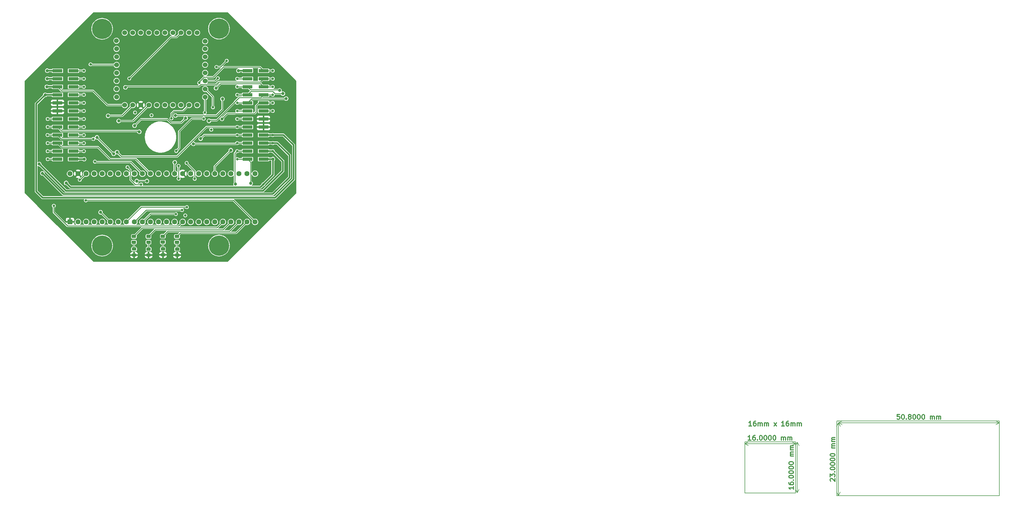
<source format=gbr>
%TF.GenerationSoftware,KiCad,Pcbnew,6.0.1*%
%TF.CreationDate,2022-02-10T21:42:05-06:00*%
%TF.ProjectId,FCB,4643422e-6b69-4636-9164-5f7063625858,rev?*%
%TF.SameCoordinates,Original*%
%TF.FileFunction,Copper,L1,Top*%
%TF.FilePolarity,Positive*%
%FSLAX46Y46*%
G04 Gerber Fmt 4.6, Leading zero omitted, Abs format (unit mm)*
G04 Created by KiCad (PCBNEW 6.0.1) date 2022-02-10 21:42:05*
%MOMM*%
%LPD*%
G01*
G04 APERTURE LIST*
G04 Aperture macros list*
%AMRoundRect*
0 Rectangle with rounded corners*
0 $1 Rounding radius*
0 $2 $3 $4 $5 $6 $7 $8 $9 X,Y pos of 4 corners*
0 Add a 4 corners polygon primitive as box body*
4,1,4,$2,$3,$4,$5,$6,$7,$8,$9,$2,$3,0*
0 Add four circle primitives for the rounded corners*
1,1,$1+$1,$2,$3*
1,1,$1+$1,$4,$5*
1,1,$1+$1,$6,$7*
1,1,$1+$1,$8,$9*
0 Add four rect primitives between the rounded corners*
20,1,$1+$1,$2,$3,$4,$5,0*
20,1,$1+$1,$4,$5,$6,$7,0*
20,1,$1+$1,$6,$7,$8,$9,0*
20,1,$1+$1,$8,$9,$2,$3,0*%
G04 Aperture macros list end*
%TA.AperFunction,NonConductor*%
%ADD10C,0.200000*%
%TD*%
%ADD11C,0.300000*%
%TA.AperFunction,NonConductor*%
%ADD12C,0.300000*%
%TD*%
%TA.AperFunction,SMDPad,CuDef*%
%ADD13RoundRect,0.243750X0.456250X-0.243750X0.456250X0.243750X-0.456250X0.243750X-0.456250X-0.243750X0*%
%TD*%
%TA.AperFunction,ComponentPad*%
%ADD14C,1.524000*%
%TD*%
%TA.AperFunction,ComponentPad*%
%ADD15C,0.800000*%
%TD*%
%TA.AperFunction,ComponentPad*%
%ADD16C,6.400000*%
%TD*%
%TA.AperFunction,SMDPad,CuDef*%
%ADD17R,3.150000X1.000000*%
%TD*%
%TA.AperFunction,SMDPad,CuDef*%
%ADD18RoundRect,0.250000X-0.450000X0.262500X-0.450000X-0.262500X0.450000X-0.262500X0.450000X0.262500X0*%
%TD*%
%TA.AperFunction,ComponentPad*%
%ADD19R,1.600000X1.600000*%
%TD*%
%TA.AperFunction,ComponentPad*%
%ADD20C,1.600000*%
%TD*%
%TA.AperFunction,ViaPad*%
%ADD21C,0.800000*%
%TD*%
%TA.AperFunction,ViaPad*%
%ADD22C,1.000000*%
%TD*%
%TA.AperFunction,Conductor*%
%ADD23C,0.500000*%
%TD*%
%TA.AperFunction,Conductor*%
%ADD24C,0.250000*%
%TD*%
G04 APERTURE END LIST*
D10*
X213600000Y-113300000D02*
X264900000Y-113300000D01*
X264900000Y-113300000D02*
X264900000Y-89700000D01*
X264900000Y-89700000D02*
X213600000Y-89700000D01*
X213600000Y-89700000D02*
X213600000Y-113300000D01*
X200500000Y-96300000D02*
X184500000Y-96300000D01*
X184500000Y-96300000D02*
X184500000Y-112500000D01*
X184500000Y-112500000D02*
X200500000Y-112500000D01*
X200500000Y-112500000D02*
X200500000Y-96300000D01*
D11*
D12*
X186635714Y-91278571D02*
X185778571Y-91278571D01*
X186207142Y-91278571D02*
X186207142Y-89778571D01*
X186064285Y-89992857D01*
X185921428Y-90135714D01*
X185778571Y-90207142D01*
X187921428Y-89778571D02*
X187635714Y-89778571D01*
X187492857Y-89850000D01*
X187421428Y-89921428D01*
X187278571Y-90135714D01*
X187207142Y-90421428D01*
X187207142Y-90992857D01*
X187278571Y-91135714D01*
X187350000Y-91207142D01*
X187492857Y-91278571D01*
X187778571Y-91278571D01*
X187921428Y-91207142D01*
X187992857Y-91135714D01*
X188064285Y-90992857D01*
X188064285Y-90635714D01*
X187992857Y-90492857D01*
X187921428Y-90421428D01*
X187778571Y-90350000D01*
X187492857Y-90350000D01*
X187350000Y-90421428D01*
X187278571Y-90492857D01*
X187207142Y-90635714D01*
X188707142Y-91278571D02*
X188707142Y-90278571D01*
X188707142Y-90421428D02*
X188778571Y-90350000D01*
X188921428Y-90278571D01*
X189135714Y-90278571D01*
X189278571Y-90350000D01*
X189350000Y-90492857D01*
X189350000Y-91278571D01*
X189350000Y-90492857D02*
X189421428Y-90350000D01*
X189564285Y-90278571D01*
X189778571Y-90278571D01*
X189921428Y-90350000D01*
X189992857Y-90492857D01*
X189992857Y-91278571D01*
X190707142Y-91278571D02*
X190707142Y-90278571D01*
X190707142Y-90421428D02*
X190778571Y-90350000D01*
X190921428Y-90278571D01*
X191135714Y-90278571D01*
X191278571Y-90350000D01*
X191350000Y-90492857D01*
X191350000Y-91278571D01*
X191350000Y-90492857D02*
X191421428Y-90350000D01*
X191564285Y-90278571D01*
X191778571Y-90278571D01*
X191921428Y-90350000D01*
X191992857Y-90492857D01*
X191992857Y-91278571D01*
X193707142Y-91278571D02*
X194492857Y-90278571D01*
X193707142Y-90278571D02*
X194492857Y-91278571D01*
X196992857Y-91278571D02*
X196135714Y-91278571D01*
X196564285Y-91278571D02*
X196564285Y-89778571D01*
X196421428Y-89992857D01*
X196278571Y-90135714D01*
X196135714Y-90207142D01*
X198278571Y-89778571D02*
X197992857Y-89778571D01*
X197850000Y-89850000D01*
X197778571Y-89921428D01*
X197635714Y-90135714D01*
X197564285Y-90421428D01*
X197564285Y-90992857D01*
X197635714Y-91135714D01*
X197707142Y-91207142D01*
X197850000Y-91278571D01*
X198135714Y-91278571D01*
X198278571Y-91207142D01*
X198350000Y-91135714D01*
X198421428Y-90992857D01*
X198421428Y-90635714D01*
X198350000Y-90492857D01*
X198278571Y-90421428D01*
X198135714Y-90350000D01*
X197850000Y-90350000D01*
X197707142Y-90421428D01*
X197635714Y-90492857D01*
X197564285Y-90635714D01*
X199064285Y-91278571D02*
X199064285Y-90278571D01*
X199064285Y-90421428D02*
X199135714Y-90350000D01*
X199278571Y-90278571D01*
X199492857Y-90278571D01*
X199635714Y-90350000D01*
X199707142Y-90492857D01*
X199707142Y-91278571D01*
X199707142Y-90492857D02*
X199778571Y-90350000D01*
X199921428Y-90278571D01*
X200135714Y-90278571D01*
X200278571Y-90350000D01*
X200350000Y-90492857D01*
X200350000Y-91278571D01*
X201064285Y-91278571D02*
X201064285Y-90278571D01*
X201064285Y-90421428D02*
X201135714Y-90350000D01*
X201278571Y-90278571D01*
X201492857Y-90278571D01*
X201635714Y-90350000D01*
X201707142Y-90492857D01*
X201707142Y-91278571D01*
X201707142Y-90492857D02*
X201778571Y-90350000D01*
X201921428Y-90278571D01*
X202135714Y-90278571D01*
X202278571Y-90350000D01*
X202350000Y-90492857D01*
X202350000Y-91278571D01*
D11*
D12*
X199878571Y-110471428D02*
X199878571Y-111328571D01*
X199878571Y-110900000D02*
X198378571Y-110900000D01*
X198592857Y-111042857D01*
X198735714Y-111185714D01*
X198807142Y-111328571D01*
X198378571Y-109185714D02*
X198378571Y-109471428D01*
X198450000Y-109614285D01*
X198521428Y-109685714D01*
X198735714Y-109828571D01*
X199021428Y-109900000D01*
X199592857Y-109900000D01*
X199735714Y-109828571D01*
X199807142Y-109757142D01*
X199878571Y-109614285D01*
X199878571Y-109328571D01*
X199807142Y-109185714D01*
X199735714Y-109114285D01*
X199592857Y-109042857D01*
X199235714Y-109042857D01*
X199092857Y-109114285D01*
X199021428Y-109185714D01*
X198950000Y-109328571D01*
X198950000Y-109614285D01*
X199021428Y-109757142D01*
X199092857Y-109828571D01*
X199235714Y-109900000D01*
X199735714Y-108400000D02*
X199807142Y-108328571D01*
X199878571Y-108400000D01*
X199807142Y-108471428D01*
X199735714Y-108400000D01*
X199878571Y-108400000D01*
X198378571Y-107400000D02*
X198378571Y-107257142D01*
X198450000Y-107114285D01*
X198521428Y-107042857D01*
X198664285Y-106971428D01*
X198950000Y-106900000D01*
X199307142Y-106900000D01*
X199592857Y-106971428D01*
X199735714Y-107042857D01*
X199807142Y-107114285D01*
X199878571Y-107257142D01*
X199878571Y-107400000D01*
X199807142Y-107542857D01*
X199735714Y-107614285D01*
X199592857Y-107685714D01*
X199307142Y-107757142D01*
X198950000Y-107757142D01*
X198664285Y-107685714D01*
X198521428Y-107614285D01*
X198450000Y-107542857D01*
X198378571Y-107400000D01*
X198378571Y-105971428D02*
X198378571Y-105828571D01*
X198450000Y-105685714D01*
X198521428Y-105614285D01*
X198664285Y-105542857D01*
X198950000Y-105471428D01*
X199307142Y-105471428D01*
X199592857Y-105542857D01*
X199735714Y-105614285D01*
X199807142Y-105685714D01*
X199878571Y-105828571D01*
X199878571Y-105971428D01*
X199807142Y-106114285D01*
X199735714Y-106185714D01*
X199592857Y-106257142D01*
X199307142Y-106328571D01*
X198950000Y-106328571D01*
X198664285Y-106257142D01*
X198521428Y-106185714D01*
X198450000Y-106114285D01*
X198378571Y-105971428D01*
X198378571Y-104542857D02*
X198378571Y-104400000D01*
X198450000Y-104257142D01*
X198521428Y-104185714D01*
X198664285Y-104114285D01*
X198950000Y-104042857D01*
X199307142Y-104042857D01*
X199592857Y-104114285D01*
X199735714Y-104185714D01*
X199807142Y-104257142D01*
X199878571Y-104400000D01*
X199878571Y-104542857D01*
X199807142Y-104685714D01*
X199735714Y-104757142D01*
X199592857Y-104828571D01*
X199307142Y-104900000D01*
X198950000Y-104900000D01*
X198664285Y-104828571D01*
X198521428Y-104757142D01*
X198450000Y-104685714D01*
X198378571Y-104542857D01*
X198378571Y-103114285D02*
X198378571Y-102971428D01*
X198450000Y-102828571D01*
X198521428Y-102757142D01*
X198664285Y-102685714D01*
X198950000Y-102614285D01*
X199307142Y-102614285D01*
X199592857Y-102685714D01*
X199735714Y-102757142D01*
X199807142Y-102828571D01*
X199878571Y-102971428D01*
X199878571Y-103114285D01*
X199807142Y-103257142D01*
X199735714Y-103328571D01*
X199592857Y-103400000D01*
X199307142Y-103471428D01*
X198950000Y-103471428D01*
X198664285Y-103400000D01*
X198521428Y-103328571D01*
X198450000Y-103257142D01*
X198378571Y-103114285D01*
X199878571Y-100828571D02*
X198878571Y-100828571D01*
X199021428Y-100828571D02*
X198950000Y-100757142D01*
X198878571Y-100614285D01*
X198878571Y-100400000D01*
X198950000Y-100257142D01*
X199092857Y-100185714D01*
X199878571Y-100185714D01*
X199092857Y-100185714D02*
X198950000Y-100114285D01*
X198878571Y-99971428D01*
X198878571Y-99757142D01*
X198950000Y-99614285D01*
X199092857Y-99542857D01*
X199878571Y-99542857D01*
X199878571Y-98828571D02*
X198878571Y-98828571D01*
X199021428Y-98828571D02*
X198950000Y-98757142D01*
X198878571Y-98614285D01*
X198878571Y-98400000D01*
X198950000Y-98257142D01*
X199092857Y-98185714D01*
X199878571Y-98185714D01*
X199092857Y-98185714D02*
X198950000Y-98114285D01*
X198878571Y-97971428D01*
X198878571Y-97757142D01*
X198950000Y-97614285D01*
X199092857Y-97542857D01*
X199878571Y-97542857D01*
D10*
X200500000Y-112400000D02*
X200413580Y-112400000D01*
X200500000Y-96400000D02*
X200413580Y-96400000D01*
X201000000Y-112400000D02*
X201000000Y-96400000D01*
X201000000Y-112400000D02*
X201000000Y-96400000D01*
X201000000Y-112400000D02*
X201586421Y-111273496D01*
X201000000Y-112400000D02*
X200413579Y-111273496D01*
X201000000Y-96400000D02*
X200413579Y-97526504D01*
X201000000Y-96400000D02*
X201586421Y-97526504D01*
D11*
D12*
X186428571Y-95778571D02*
X185571428Y-95778571D01*
X186000000Y-95778571D02*
X186000000Y-94278571D01*
X185857142Y-94492857D01*
X185714285Y-94635714D01*
X185571428Y-94707142D01*
X187714285Y-94278571D02*
X187428571Y-94278571D01*
X187285714Y-94350000D01*
X187214285Y-94421428D01*
X187071428Y-94635714D01*
X187000000Y-94921428D01*
X187000000Y-95492857D01*
X187071428Y-95635714D01*
X187142857Y-95707142D01*
X187285714Y-95778571D01*
X187571428Y-95778571D01*
X187714285Y-95707142D01*
X187785714Y-95635714D01*
X187857142Y-95492857D01*
X187857142Y-95135714D01*
X187785714Y-94992857D01*
X187714285Y-94921428D01*
X187571428Y-94850000D01*
X187285714Y-94850000D01*
X187142857Y-94921428D01*
X187071428Y-94992857D01*
X187000000Y-95135714D01*
X188500000Y-95635714D02*
X188571428Y-95707142D01*
X188500000Y-95778571D01*
X188428571Y-95707142D01*
X188500000Y-95635714D01*
X188500000Y-95778571D01*
X189500000Y-94278571D02*
X189642857Y-94278571D01*
X189785714Y-94350000D01*
X189857142Y-94421428D01*
X189928571Y-94564285D01*
X190000000Y-94850000D01*
X190000000Y-95207142D01*
X189928571Y-95492857D01*
X189857142Y-95635714D01*
X189785714Y-95707142D01*
X189642857Y-95778571D01*
X189500000Y-95778571D01*
X189357142Y-95707142D01*
X189285714Y-95635714D01*
X189214285Y-95492857D01*
X189142857Y-95207142D01*
X189142857Y-94850000D01*
X189214285Y-94564285D01*
X189285714Y-94421428D01*
X189357142Y-94350000D01*
X189500000Y-94278571D01*
X190928571Y-94278571D02*
X191071428Y-94278571D01*
X191214285Y-94350000D01*
X191285714Y-94421428D01*
X191357142Y-94564285D01*
X191428571Y-94850000D01*
X191428571Y-95207142D01*
X191357142Y-95492857D01*
X191285714Y-95635714D01*
X191214285Y-95707142D01*
X191071428Y-95778571D01*
X190928571Y-95778571D01*
X190785714Y-95707142D01*
X190714285Y-95635714D01*
X190642857Y-95492857D01*
X190571428Y-95207142D01*
X190571428Y-94850000D01*
X190642857Y-94564285D01*
X190714285Y-94421428D01*
X190785714Y-94350000D01*
X190928571Y-94278571D01*
X192357142Y-94278571D02*
X192500000Y-94278571D01*
X192642857Y-94350000D01*
X192714285Y-94421428D01*
X192785714Y-94564285D01*
X192857142Y-94850000D01*
X192857142Y-95207142D01*
X192785714Y-95492857D01*
X192714285Y-95635714D01*
X192642857Y-95707142D01*
X192500000Y-95778571D01*
X192357142Y-95778571D01*
X192214285Y-95707142D01*
X192142857Y-95635714D01*
X192071428Y-95492857D01*
X192000000Y-95207142D01*
X192000000Y-94850000D01*
X192071428Y-94564285D01*
X192142857Y-94421428D01*
X192214285Y-94350000D01*
X192357142Y-94278571D01*
X193785714Y-94278571D02*
X193928571Y-94278571D01*
X194071428Y-94350000D01*
X194142857Y-94421428D01*
X194214285Y-94564285D01*
X194285714Y-94850000D01*
X194285714Y-95207142D01*
X194214285Y-95492857D01*
X194142857Y-95635714D01*
X194071428Y-95707142D01*
X193928571Y-95778571D01*
X193785714Y-95778571D01*
X193642857Y-95707142D01*
X193571428Y-95635714D01*
X193500000Y-95492857D01*
X193428571Y-95207142D01*
X193428571Y-94850000D01*
X193500000Y-94564285D01*
X193571428Y-94421428D01*
X193642857Y-94350000D01*
X193785714Y-94278571D01*
X196071428Y-95778571D02*
X196071428Y-94778571D01*
X196071428Y-94921428D02*
X196142857Y-94850000D01*
X196285714Y-94778571D01*
X196500000Y-94778571D01*
X196642857Y-94850000D01*
X196714285Y-94992857D01*
X196714285Y-95778571D01*
X196714285Y-94992857D02*
X196785714Y-94850000D01*
X196928571Y-94778571D01*
X197142857Y-94778571D01*
X197285714Y-94850000D01*
X197357142Y-94992857D01*
X197357142Y-95778571D01*
X198071428Y-95778571D02*
X198071428Y-94778571D01*
X198071428Y-94921428D02*
X198142857Y-94850000D01*
X198285714Y-94778571D01*
X198500000Y-94778571D01*
X198642857Y-94850000D01*
X198714285Y-94992857D01*
X198714285Y-95778571D01*
X198714285Y-94992857D02*
X198785714Y-94850000D01*
X198928571Y-94778571D01*
X199142857Y-94778571D01*
X199285714Y-94850000D01*
X199357142Y-94992857D01*
X199357142Y-95778571D01*
D10*
X184500000Y-96400000D02*
X184500000Y-96313580D01*
X200500000Y-96400000D02*
X200500000Y-96313580D01*
X184500000Y-96900000D02*
X200500000Y-96900000D01*
X184500000Y-96900000D02*
X200500000Y-96900000D01*
X184500000Y-96900000D02*
X185626504Y-97486421D01*
X184500000Y-96900000D02*
X185626504Y-96313579D01*
X200500000Y-96900000D02*
X199373496Y-96313579D01*
X200500000Y-96900000D02*
X199373496Y-97486421D01*
D11*
D12*
X233357142Y-87678571D02*
X232642857Y-87678571D01*
X232571428Y-88392857D01*
X232642857Y-88321428D01*
X232785714Y-88250000D01*
X233142857Y-88250000D01*
X233285714Y-88321428D01*
X233357142Y-88392857D01*
X233428571Y-88535714D01*
X233428571Y-88892857D01*
X233357142Y-89035714D01*
X233285714Y-89107142D01*
X233142857Y-89178571D01*
X232785714Y-89178571D01*
X232642857Y-89107142D01*
X232571428Y-89035714D01*
X234357142Y-87678571D02*
X234500000Y-87678571D01*
X234642857Y-87750000D01*
X234714285Y-87821428D01*
X234785714Y-87964285D01*
X234857142Y-88250000D01*
X234857142Y-88607142D01*
X234785714Y-88892857D01*
X234714285Y-89035714D01*
X234642857Y-89107142D01*
X234500000Y-89178571D01*
X234357142Y-89178571D01*
X234214285Y-89107142D01*
X234142857Y-89035714D01*
X234071428Y-88892857D01*
X234000000Y-88607142D01*
X234000000Y-88250000D01*
X234071428Y-87964285D01*
X234142857Y-87821428D01*
X234214285Y-87750000D01*
X234357142Y-87678571D01*
X235500000Y-89035714D02*
X235571428Y-89107142D01*
X235500000Y-89178571D01*
X235428571Y-89107142D01*
X235500000Y-89035714D01*
X235500000Y-89178571D01*
X236428571Y-88321428D02*
X236285714Y-88250000D01*
X236214285Y-88178571D01*
X236142857Y-88035714D01*
X236142857Y-87964285D01*
X236214285Y-87821428D01*
X236285714Y-87750000D01*
X236428571Y-87678571D01*
X236714285Y-87678571D01*
X236857142Y-87750000D01*
X236928571Y-87821428D01*
X237000000Y-87964285D01*
X237000000Y-88035714D01*
X236928571Y-88178571D01*
X236857142Y-88250000D01*
X236714285Y-88321428D01*
X236428571Y-88321428D01*
X236285714Y-88392857D01*
X236214285Y-88464285D01*
X236142857Y-88607142D01*
X236142857Y-88892857D01*
X236214285Y-89035714D01*
X236285714Y-89107142D01*
X236428571Y-89178571D01*
X236714285Y-89178571D01*
X236857142Y-89107142D01*
X236928571Y-89035714D01*
X237000000Y-88892857D01*
X237000000Y-88607142D01*
X236928571Y-88464285D01*
X236857142Y-88392857D01*
X236714285Y-88321428D01*
X237928571Y-87678571D02*
X238071428Y-87678571D01*
X238214285Y-87750000D01*
X238285714Y-87821428D01*
X238357142Y-87964285D01*
X238428571Y-88250000D01*
X238428571Y-88607142D01*
X238357142Y-88892857D01*
X238285714Y-89035714D01*
X238214285Y-89107142D01*
X238071428Y-89178571D01*
X237928571Y-89178571D01*
X237785714Y-89107142D01*
X237714285Y-89035714D01*
X237642857Y-88892857D01*
X237571428Y-88607142D01*
X237571428Y-88250000D01*
X237642857Y-87964285D01*
X237714285Y-87821428D01*
X237785714Y-87750000D01*
X237928571Y-87678571D01*
X239357142Y-87678571D02*
X239500000Y-87678571D01*
X239642857Y-87750000D01*
X239714285Y-87821428D01*
X239785714Y-87964285D01*
X239857142Y-88250000D01*
X239857142Y-88607142D01*
X239785714Y-88892857D01*
X239714285Y-89035714D01*
X239642857Y-89107142D01*
X239500000Y-89178571D01*
X239357142Y-89178571D01*
X239214285Y-89107142D01*
X239142857Y-89035714D01*
X239071428Y-88892857D01*
X239000000Y-88607142D01*
X239000000Y-88250000D01*
X239071428Y-87964285D01*
X239142857Y-87821428D01*
X239214285Y-87750000D01*
X239357142Y-87678571D01*
X240785714Y-87678571D02*
X240928571Y-87678571D01*
X241071428Y-87750000D01*
X241142857Y-87821428D01*
X241214285Y-87964285D01*
X241285714Y-88250000D01*
X241285714Y-88607142D01*
X241214285Y-88892857D01*
X241142857Y-89035714D01*
X241071428Y-89107142D01*
X240928571Y-89178571D01*
X240785714Y-89178571D01*
X240642857Y-89107142D01*
X240571428Y-89035714D01*
X240500000Y-88892857D01*
X240428571Y-88607142D01*
X240428571Y-88250000D01*
X240500000Y-87964285D01*
X240571428Y-87821428D01*
X240642857Y-87750000D01*
X240785714Y-87678571D01*
X243071428Y-89178571D02*
X243071428Y-88178571D01*
X243071428Y-88321428D02*
X243142857Y-88250000D01*
X243285714Y-88178571D01*
X243500000Y-88178571D01*
X243642857Y-88250000D01*
X243714285Y-88392857D01*
X243714285Y-89178571D01*
X243714285Y-88392857D02*
X243785714Y-88250000D01*
X243928571Y-88178571D01*
X244142857Y-88178571D01*
X244285714Y-88250000D01*
X244357142Y-88392857D01*
X244357142Y-89178571D01*
X245071428Y-89178571D02*
X245071428Y-88178571D01*
X245071428Y-88321428D02*
X245142857Y-88250000D01*
X245285714Y-88178571D01*
X245500000Y-88178571D01*
X245642857Y-88250000D01*
X245714285Y-88392857D01*
X245714285Y-89178571D01*
X245714285Y-88392857D02*
X245785714Y-88250000D01*
X245928571Y-88178571D01*
X246142857Y-88178571D01*
X246285714Y-88250000D01*
X246357142Y-88392857D01*
X246357142Y-89178571D01*
D10*
X214100000Y-89800000D02*
X214100000Y-89713580D01*
X264900000Y-89800000D02*
X264900000Y-89713580D01*
X214100000Y-90300000D02*
X264900000Y-90300000D01*
X214100000Y-90300000D02*
X264900000Y-90300000D01*
X214100000Y-90300000D02*
X215226504Y-90886421D01*
X214100000Y-90300000D02*
X215226504Y-89713579D01*
X264900000Y-90300000D02*
X263773496Y-89713579D01*
X264900000Y-90300000D02*
X263773496Y-90886421D01*
D11*
D12*
X211621428Y-108728571D02*
X211550000Y-108657142D01*
X211478571Y-108514285D01*
X211478571Y-108157142D01*
X211550000Y-108014285D01*
X211621428Y-107942857D01*
X211764285Y-107871428D01*
X211907142Y-107871428D01*
X212121428Y-107942857D01*
X212978571Y-108800000D01*
X212978571Y-107871428D01*
X211478571Y-107371428D02*
X211478571Y-106442857D01*
X212050000Y-106942857D01*
X212050000Y-106728571D01*
X212121428Y-106585714D01*
X212192857Y-106514285D01*
X212335714Y-106442857D01*
X212692857Y-106442857D01*
X212835714Y-106514285D01*
X212907142Y-106585714D01*
X212978571Y-106728571D01*
X212978571Y-107157142D01*
X212907142Y-107300000D01*
X212835714Y-107371428D01*
X212835714Y-105800000D02*
X212907142Y-105728571D01*
X212978571Y-105800000D01*
X212907142Y-105871428D01*
X212835714Y-105800000D01*
X212978571Y-105800000D01*
X211478571Y-104800000D02*
X211478571Y-104657142D01*
X211550000Y-104514285D01*
X211621428Y-104442857D01*
X211764285Y-104371428D01*
X212050000Y-104300000D01*
X212407142Y-104300000D01*
X212692857Y-104371428D01*
X212835714Y-104442857D01*
X212907142Y-104514285D01*
X212978571Y-104657142D01*
X212978571Y-104800000D01*
X212907142Y-104942857D01*
X212835714Y-105014285D01*
X212692857Y-105085714D01*
X212407142Y-105157142D01*
X212050000Y-105157142D01*
X211764285Y-105085714D01*
X211621428Y-105014285D01*
X211550000Y-104942857D01*
X211478571Y-104800000D01*
X211478571Y-103371428D02*
X211478571Y-103228571D01*
X211550000Y-103085714D01*
X211621428Y-103014285D01*
X211764285Y-102942857D01*
X212050000Y-102871428D01*
X212407142Y-102871428D01*
X212692857Y-102942857D01*
X212835714Y-103014285D01*
X212907142Y-103085714D01*
X212978571Y-103228571D01*
X212978571Y-103371428D01*
X212907142Y-103514285D01*
X212835714Y-103585714D01*
X212692857Y-103657142D01*
X212407142Y-103728571D01*
X212050000Y-103728571D01*
X211764285Y-103657142D01*
X211621428Y-103585714D01*
X211550000Y-103514285D01*
X211478571Y-103371428D01*
X211478571Y-101942857D02*
X211478571Y-101800000D01*
X211550000Y-101657142D01*
X211621428Y-101585714D01*
X211764285Y-101514285D01*
X212050000Y-101442857D01*
X212407142Y-101442857D01*
X212692857Y-101514285D01*
X212835714Y-101585714D01*
X212907142Y-101657142D01*
X212978571Y-101800000D01*
X212978571Y-101942857D01*
X212907142Y-102085714D01*
X212835714Y-102157142D01*
X212692857Y-102228571D01*
X212407142Y-102300000D01*
X212050000Y-102300000D01*
X211764285Y-102228571D01*
X211621428Y-102157142D01*
X211550000Y-102085714D01*
X211478571Y-101942857D01*
X211478571Y-100514285D02*
X211478571Y-100371428D01*
X211550000Y-100228571D01*
X211621428Y-100157142D01*
X211764285Y-100085714D01*
X212050000Y-100014285D01*
X212407142Y-100014285D01*
X212692857Y-100085714D01*
X212835714Y-100157142D01*
X212907142Y-100228571D01*
X212978571Y-100371428D01*
X212978571Y-100514285D01*
X212907142Y-100657142D01*
X212835714Y-100728571D01*
X212692857Y-100800000D01*
X212407142Y-100871428D01*
X212050000Y-100871428D01*
X211764285Y-100800000D01*
X211621428Y-100728571D01*
X211550000Y-100657142D01*
X211478571Y-100514285D01*
X212978571Y-98228571D02*
X211978571Y-98228571D01*
X212121428Y-98228571D02*
X212050000Y-98157142D01*
X211978571Y-98014285D01*
X211978571Y-97800000D01*
X212050000Y-97657142D01*
X212192857Y-97585714D01*
X212978571Y-97585714D01*
X212192857Y-97585714D02*
X212050000Y-97514285D01*
X211978571Y-97371428D01*
X211978571Y-97157142D01*
X212050000Y-97014285D01*
X212192857Y-96942857D01*
X212978571Y-96942857D01*
X212978571Y-96228571D02*
X211978571Y-96228571D01*
X212121428Y-96228571D02*
X212050000Y-96157142D01*
X211978571Y-96014285D01*
X211978571Y-95800000D01*
X212050000Y-95657142D01*
X212192857Y-95585714D01*
X212978571Y-95585714D01*
X212192857Y-95585714D02*
X212050000Y-95514285D01*
X211978571Y-95371428D01*
X211978571Y-95157142D01*
X212050000Y-95014285D01*
X212192857Y-94942857D01*
X212978571Y-94942857D01*
D10*
X213600000Y-113300000D02*
X213513580Y-113300000D01*
X213600000Y-90300000D02*
X213513580Y-90300000D01*
X214100000Y-113300000D02*
X214100000Y-90300000D01*
X214100000Y-113300000D02*
X214100000Y-90300000D01*
X214100000Y-113300000D02*
X214686421Y-112173496D01*
X214100000Y-113300000D02*
X213513579Y-112173496D01*
X214100000Y-90300000D02*
X213513579Y-91426504D01*
X214100000Y-90300000D02*
X214686421Y-91426504D01*
D13*
%TO.P,D4,1,K*%
%TO.N,GND*%
X5245000Y-37287500D03*
%TO.P,D4,2,A*%
%TO.N,Net-(D4-Pad2)*%
X5245000Y-35412500D03*
%TD*%
D14*
%TO.P,U1,1,5V*%
%TO.N,/5V*%
X-11300000Y10100000D03*
%TO.P,U1,2,3V3*%
%TO.N,/3V3_MCU*%
X-8760000Y10100000D03*
%TO.P,U1,3,GND*%
%TO.N,GND*%
X-6236998Y10100112D03*
%TO.P,U1,4,LSM9DS1_AG_CS*%
%TO.N,/LSM9_CS_AG*%
X-3691332Y10100112D03*
%TO.P,U1,5,LSM9DS1_M_CS*%
%TO.N,/LSM9_CS_M*%
X-1145666Y10100112D03*
%TO.P,U1,6,LSM9DS1_AG_INT1*%
%TO.N,/LSM9_INT1_AG*%
X1400000Y10100112D03*
%TO.P,U1,7,SCK0*%
%TO.N,/SNS_SPI_SCK*%
X3905890Y10100112D03*
%TO.P,U1,8,MISO0*%
%TO.N,/SNS_SPI_MISO*%
X6451556Y10100112D03*
%TO.P,U1,9,MOSI0*%
%TO.N,/SNS_SPI_MOSI*%
X9020000Y10100000D03*
%TO.P,U1,10,SDA0*%
%TO.N,/SNS_I2C_SDA*%
X11560000Y10100000D03*
%TO.P,U1,11,SCL0*%
%TO.N,/SNS_I2C_SCL*%
X14088555Y12645779D03*
%TO.P,U1,12,ZOE_M8Q_CS*%
%TO.N,/ZOE-M8Q_CS*%
X14100000Y15180000D03*
%TO.P,U1,13,VBACKUP*%
%TO.N,/VBACKUP*%
X14088555Y17737111D03*
%TO.P,U1,14,RX0*%
%TO.N,/SNS_UART_SDO*%
X14088555Y20282778D03*
%TO.P,U1,15,TX0*%
%TO.N,/SNS_UART_SDI*%
X14088555Y22828444D03*
%TO.P,U1,16*%
%TO.N,N/C*%
X14088555Y25374110D03*
%TO.P,U1,17*%
X14088555Y27880000D03*
%TO.P,U1,18*%
X14088555Y30266562D03*
%TO.P,U1,19*%
X11542889Y32971332D03*
%TO.P,U1,20*%
X8997222Y32971332D03*
%TO.P,U1,21,MS5611_CS*%
%TO.N,/MS5611_CS*%
X6451556Y32971332D03*
%TO.P,U1,22*%
%TO.N,N/C*%
X3905890Y32971332D03*
%TO.P,U1,23,H3LIS331_CS*%
%TO.N,/H3LIS331DL_CS*%
X1400000Y32971332D03*
%TO.P,U1,24,H3LIS331_INT1*%
%TO.N,/H3LIS331DL_INT1*%
X-1145666Y32971332D03*
%TO.P,U1,25*%
%TO.N,N/C*%
X-3691332Y32971332D03*
%TO.P,U1,26,KX134_TRIG*%
%TO.N,unconnected-(U1-Pad26)*%
X-6236998Y32971332D03*
%TO.P,U1,27,KX134_CS*%
%TO.N,/KX122_CS*%
X-8760000Y32960000D03*
%TO.P,U1,28,KX134_INT1*%
%TO.N,/KX122_INT1*%
X-11300000Y32960000D03*
%TO.P,U1,29*%
%TO.N,N/C*%
X-13913773Y30425666D03*
%TO.P,U1,30*%
X-13873997Y27880000D03*
%TO.P,U1,31,ZOE_M8Q_RESET*%
%TO.N,unconnected-(U1-Pad31)*%
X-13873997Y25340000D03*
%TO.P,U1,32,ZOE_M8Q_INT*%
%TO.N,/GPS_EXTINT*%
X-13873997Y22800000D03*
%TO.P,U1,33,LSM9DS1_AG_INT2*%
%TO.N,/LSM9_INT2_AG*%
X-13840000Y20260000D03*
%TO.P,U1,34,LSM9DS1_M_INT*%
%TO.N,/LSM9_INT_M*%
X-13873997Y17737111D03*
%TO.P,U1,35*%
%TO.N,N/C*%
X-13873997Y15191445D03*
%TO.P,U1,36*%
X-13873997Y12645779D03*
%TD*%
D13*
%TO.P,D2,1,K*%
%TO.N,GND*%
X-3755000Y-37287500D03*
%TO.P,D2,2,A*%
%TO.N,Net-(D2-Pad2)*%
X-3755000Y-35412500D03*
%TD*%
D15*
%TO.P,REF\u002A\u002A,1*%
%TO.N,N/C*%
X-18440000Y31790000D03*
D16*
X-18440000Y34190000D03*
D15*
X-16742944Y35887056D03*
X-18440000Y36590000D03*
X-20840000Y34190000D03*
X-20137056Y35887056D03*
X-16742944Y32492944D03*
X-20137056Y32492944D03*
X-16040000Y34190000D03*
%TD*%
D17*
%TO.P,J1,1,Pin_1*%
%TO.N,/VBAT*%
X32525000Y-6970000D03*
%TO.P,J1,2,Pin_2*%
%TO.N,/B2B_UART_SDI*%
X27475000Y-6970000D03*
%TO.P,J1,3,Pin_3*%
%TO.N,/9V*%
X32525000Y-4430000D03*
%TO.P,J1,4,Pin_4*%
%TO.N,/B2B_UART_SDO*%
X27475000Y-4430000D03*
%TO.P,J1,5,Pin_5*%
%TO.N,/5V*%
X32525000Y-1890000D03*
%TO.P,J1,6,Pin_6*%
%TO.N,/TELEM_CS*%
X27475000Y-1890000D03*
%TO.P,J1,7,Pin_7*%
%TO.N,/3V3*%
X32525000Y650000D03*
%TO.P,J1,8,Pin_8*%
%TO.N,/TELEM_INT*%
X27475000Y650000D03*
%TO.P,J1,9,Pin_9*%
%TO.N,GND*%
X32525000Y3190000D03*
%TO.P,J1,10,Pin_10*%
%TO.N,/TELEM_RST*%
X27475000Y3190000D03*
%TO.P,J1,11,Pin_11*%
%TO.N,GND*%
X32525000Y5730000D03*
%TO.P,J1,12,Pin_12*%
%TO.N,/POWER_STATE*%
X27475000Y5730000D03*
%TO.P,J1,13,Pin_13*%
%TO.N,/CONT_3V3*%
X32525000Y8270000D03*
%TO.P,J1,14,Pin_14*%
%TO.N,/POWER_RESET*%
X27475000Y8270000D03*
%TO.P,J1,15,Pin_15*%
%TO.N,/B2B_SPI_SCK*%
X32525000Y10810000D03*
%TO.P,J1,16,Pin_16*%
%TO.N,/TELEM_GPIO_1*%
X27475000Y10810000D03*
%TO.P,J1,17,Pin_17*%
%TO.N,/B2B_SPI_MOSI*%
X32525000Y13350000D03*
%TO.P,J1,18,Pin_18*%
%TO.N,/TELEM_GPIO_2*%
X27475000Y13350000D03*
%TO.P,J1,19,Pin_19*%
%TO.N,/B2B_SPI_MISO*%
X32525000Y15890000D03*
%TO.P,J1,20,Pin_20*%
%TO.N,/TELEM_GPIO_3*%
X27475000Y15890000D03*
%TO.P,J1,21,Pin_21*%
%TO.N,/B2B_I2C_SCL*%
X32525000Y18430000D03*
%TO.P,J1,22,Pin_22*%
%TO.N,/TELEM_GPIO_4*%
X27475000Y18430000D03*
%TO.P,J1,23,Pin_23*%
%TO.N,/B2B_I2C_SDA*%
X32525000Y20970000D03*
%TO.P,J1,24,Pin_24*%
%TO.N,6V_AC_SERVO1*%
X27475000Y20970000D03*
%TD*%
D18*
%TO.P,R2,1*%
%TO.N,/LED_ORANGE*%
X-3800000Y-31400000D03*
%TO.P,R2,2*%
%TO.N,Net-(D2-Pad2)*%
X-3800000Y-33225000D03*
%TD*%
D19*
%TO.P,U2,1,GND*%
%TO.N,GND*%
X-28575000Y-26820000D03*
D20*
%TO.P,U2,2,0_RX1_CRX2_CS1*%
%TO.N,/B2B_UART_SDI*%
X-26035000Y-26820000D03*
%TO.P,U2,3,1_TX1_CTX2_MISO1*%
%TO.N,/B2B_UART_SDO*%
X-23495000Y-26820000D03*
%TO.P,U2,4,2_OUT2*%
%TO.N,/LSM9_CS_AG*%
X-20955000Y-26820000D03*
%TO.P,U2,5,3_LRCLK2*%
%TO.N,/LSM9_CS_M*%
X-18415000Y-26820000D03*
%TO.P,U2,6,4_BCLK2*%
%TO.N,/KX122_CS*%
X-15875000Y-26820000D03*
%TO.P,U2,7,5_IN2*%
%TO.N,/H3LIS331DL_CS*%
X-13335000Y-26820000D03*
%TO.P,U2,8,6_OUT1D*%
%TO.N,/ZOE-M8Q_CS*%
X-10795000Y-26820000D03*
%TO.P,U2,9,7_RX2_OUT1A*%
%TO.N,/SNS_UART_SDI*%
X-8255000Y-26820000D03*
%TO.P,U2,10,8_TX2_IN1*%
%TO.N,/SNS_UART_SDO*%
X-5715000Y-26820000D03*
%TO.P,U2,11,9_OUT1C*%
%TO.N,/MS5611_CS*%
X-3175000Y-26820000D03*
%TO.P,U2,12,10_CS_MQSR*%
%TO.N,/TELEM_GPIO_5*%
X-635000Y-26820000D03*
%TO.P,U2,13,11_MOSI_CTX1*%
%TO.N,/SNS_SPI_MOSI*%
X1905000Y-26820000D03*
%TO.P,U2,14,12_MISO_MQSL*%
%TO.N,/SNS_SPI_MISO*%
X4445000Y-26820000D03*
%TO.P,U2,15,3V3*%
%TO.N,/3V3_MCU*%
X6985000Y-26820000D03*
%TO.P,U2,16,24_A10_TX6_SCL2*%
%TO.N,/SNS_I2C_SCL*%
X9525000Y-26820000D03*
%TO.P,U2,17,25_A11_RX6_SDA2*%
%TO.N,/SNS_I2C_SDA*%
X12065000Y-26820000D03*
%TO.P,U2,18,26_A12_MOSI1*%
%TO.N,/B2B_SPI_MOSI*%
X14605000Y-26820000D03*
%TO.P,U2,19,27_A13_SCK1*%
%TO.N,/B2B_SPI_SCK*%
X17145000Y-26820000D03*
%TO.P,U2,20,28_RX7*%
%TO.N,/LED_RED*%
X19685000Y-26820000D03*
%TO.P,U2,21,29_TX7*%
%TO.N,/LED_ORANGE*%
X22225000Y-26820000D03*
%TO.P,U2,22,30_CRX3*%
%TO.N,/LED_GREEN*%
X24765000Y-26820000D03*
%TO.P,U2,23,31_CTX3*%
%TO.N,/LED_BLUE*%
X27305000Y-26820000D03*
%TO.P,U2,24,32_OUT1B*%
%TO.N,/GPS_EXTINT*%
X29845000Y-26820000D03*
%TO.P,U2,25,33_MCLK2*%
%TO.N,/TELEM_GPIO_4*%
X29845000Y-11580000D03*
%TO.P,U2,26,34_RX8*%
%TO.N,/TELEM_GPIO_3*%
X27305000Y-11580000D03*
%TO.P,U2,27,35_TX8*%
%TO.N,/TELEM_GPIO_2*%
X24765000Y-11580000D03*
%TO.P,U2,28,36_CS*%
%TO.N,/TELEM_GPIO_1*%
X22225000Y-11580000D03*
%TO.P,U2,29,37_CS*%
%TO.N,/POWER_RESET*%
X19685000Y-11580000D03*
%TO.P,U2,30,38_CS1_IN1*%
%TO.N,/POWER_STATE*%
X17145000Y-11580000D03*
%TO.P,U2,31,39_MISO1_OUT1A*%
%TO.N,/B2B_SPI_MISO*%
X14605000Y-11580000D03*
%TO.P,U2,32,40_A16*%
%TO.N,/TELEM_INT*%
X12065000Y-11580000D03*
%TO.P,U2,33,41_A17*%
%TO.N,/TELEM_CS*%
X9525000Y-11580000D03*
%TO.P,U2,34,GND*%
%TO.N,GND*%
X6985000Y-11580000D03*
%TO.P,U2,35,13_SCK_LED*%
%TO.N,/SNS_SPI_SCK*%
X4445000Y-11580000D03*
%TO.P,U2,36,14_A0_TX3_SPDIF_OUT*%
%TO.N,unconnected-(U2-Pad36)*%
X1905000Y-11580000D03*
%TO.P,U2,37,15_A1_RX3_SPDIF_IN*%
%TO.N,unconnected-(U2-Pad37)*%
X-635000Y-11580000D03*
%TO.P,U2,38,16_A2_RX4_SCL1*%
%TO.N,/SERVO2*%
X-3175000Y-11580000D03*
%TO.P,U2,39,17_A3_TX4_SDA1*%
%TO.N,/SERVO1*%
X-5715000Y-11580000D03*
%TO.P,U2,40,18_A4_SDA*%
%TO.N,/B2B_I2C_SDA*%
X-8255000Y-11580000D03*
%TO.P,U2,41,19_A5_SCL*%
%TO.N,/B2B_I2C_SCL*%
X-10795000Y-11580000D03*
%TO.P,U2,42,20_A6_TX5_LRCLK1*%
%TO.N,/TELEM_RST*%
X-13335000Y-11580000D03*
%TO.P,U2,43,21_A7_RX5_BCLK1*%
%TO.N,unconnected-(U2-Pad43)*%
X-15875000Y-11580000D03*
%TO.P,U2,44,22_A8_CTX1*%
%TO.N,unconnected-(U2-Pad44)*%
X-18415000Y-11580000D03*
%TO.P,U2,45,23_A9_CRX1_MCLK1*%
%TO.N,unconnected-(U2-Pad45)*%
X-20955000Y-11580000D03*
%TO.P,U2,46,3V3*%
%TO.N,/3V3_MCU*%
X-23495000Y-11580000D03*
%TO.P,U2,47,GND*%
%TO.N,GND*%
X-26035000Y-11580000D03*
%TO.P,U2,48,VIN*%
%TO.N,/5V*%
X-28575000Y-11580000D03*
%TD*%
D16*
%TO.P,REF\u002A\u002A,1*%
%TO.N,N/C*%
X18460000Y-34300000D03*
D15*
X18460000Y-31900000D03*
X16762944Y-35997056D03*
X18460000Y-36700000D03*
X20860000Y-34300000D03*
X16762944Y-32602944D03*
X16060000Y-34300000D03*
X20157056Y-35997056D03*
X20157056Y-32602944D03*
%TD*%
%TO.P,REF\u002A\u002A,1*%
%TO.N,N/C*%
X-16732944Y-35997056D03*
X-18430000Y-36700000D03*
X-16030000Y-34300000D03*
X-20127056Y-32602944D03*
X-16732944Y-32602944D03*
X-20830000Y-34300000D03*
X-18430000Y-31900000D03*
D16*
X-18430000Y-34300000D03*
D15*
X-20127056Y-35997056D03*
%TD*%
D18*
%TO.P,R1,1*%
%TO.N,/LED_RED*%
X-8400000Y-31400000D03*
%TO.P,R1,2*%
%TO.N,Net-(D1-Pad2)*%
X-8400000Y-33225000D03*
%TD*%
%TO.P,R4,1*%
%TO.N,/LED_BLUE*%
X5200000Y-31400000D03*
%TO.P,R4,2*%
%TO.N,Net-(D4-Pad2)*%
X5200000Y-33225000D03*
%TD*%
%TO.P,R3,1*%
%TO.N,/LED_GREEN*%
X740000Y-31340000D03*
%TO.P,R3,2*%
%TO.N,Net-(D3-Pad2)*%
X740000Y-33165000D03*
%TD*%
D13*
%TO.P,D1,1,K*%
%TO.N,GND*%
X-8355000Y-37265000D03*
%TO.P,D1,2,A*%
%TO.N,Net-(D1-Pad2)*%
X-8355000Y-35390000D03*
%TD*%
%TO.P,D3,1,K*%
%TO.N,GND*%
X770000Y-37227500D03*
%TO.P,D3,2,A*%
%TO.N,Net-(D3-Pad2)*%
X770000Y-35352500D03*
%TD*%
D17*
%TO.P,J3,1,Pin_1*%
%TO.N,/VBAT*%
X-32525000Y20970000D03*
%TO.P,J3,2,Pin_2*%
%TO.N,/B2B_GPIO_10*%
X-27475000Y20970000D03*
%TO.P,J3,3,Pin_3*%
%TO.N,/9V*%
X-32525000Y18430000D03*
%TO.P,J3,4,Pin_4*%
%TO.N,/B2B_GPIO_11*%
X-27475000Y18430000D03*
%TO.P,J3,5,Pin_5*%
%TO.N,/5V*%
X-32525000Y15890000D03*
%TO.P,J3,6,Pin_6*%
%TO.N,/B2B_GPIO_12*%
X-27475000Y15890000D03*
%TO.P,J3,7,Pin_7*%
%TO.N,/3V3*%
X-32525000Y13350000D03*
%TO.P,J3,8,Pin_8*%
%TO.N,/B2B_GPIO_13*%
X-27475000Y13350000D03*
%TO.P,J3,9,Pin_9*%
%TO.N,GND*%
X-32525000Y10810000D03*
%TO.P,J3,10,Pin_10*%
%TO.N,/B2B_GPIO_14*%
X-27475000Y10810000D03*
%TO.P,J3,11,Pin_11*%
%TO.N,GND*%
X-32525000Y8270000D03*
%TO.P,J3,12,Pin_12*%
%TO.N,/B2B_GPIO_15*%
X-27475000Y8270000D03*
%TO.P,J3,13,Pin_13*%
%TO.N,/CONT_GND*%
X-32525000Y5730000D03*
%TO.P,J3,14,Pin_14*%
%TO.N,/B2B_GPIO_16*%
X-27475000Y5730000D03*
%TO.P,J3,15,Pin_15*%
%TO.N,/TELEM_GPIO_5*%
X-32525000Y3190000D03*
%TO.P,J3,16,Pin_16*%
%TO.N,/B2B_GPIO_17*%
X-27475000Y3190000D03*
%TO.P,J3,17,Pin_17*%
%TO.N,/SERVO1*%
X-32525000Y650000D03*
%TO.P,J3,18,Pin_18*%
%TO.N,/B2B_GPIO_18*%
X-27475000Y650000D03*
%TO.P,J3,19,Pin_19*%
%TO.N,/SERVO2*%
X-32525000Y-1890000D03*
%TO.P,J3,20,Pin_20*%
%TO.N,/B2B_GPIO_19*%
X-27475000Y-1890000D03*
%TO.P,J3,21,Pin_21*%
%TO.N,/B2B_GPIO_8*%
X-32525000Y-4430000D03*
%TO.P,J3,22,Pin_22*%
%TO.N,/B2B_GPIO_20*%
X-27475000Y-4430000D03*
%TO.P,J3,23,Pin_23*%
%TO.N,/B2B_GPIO_9*%
X-32525000Y-6970000D03*
%TO.P,J3,24,Pin_24*%
%TO.N,6V_AC_SERVO2*%
X-27475000Y-6970000D03*
%TD*%
D15*
%TO.P,REF\u002A\u002A,1*%
%TO.N,N/C*%
X16752944Y32552944D03*
X18450000Y31850000D03*
X20147056Y35947056D03*
X16752944Y35947056D03*
X16050000Y34250000D03*
X20147056Y32552944D03*
D16*
X18450000Y34250000D03*
D15*
X20850000Y34250000D03*
X18450000Y36650000D03*
%TD*%
D21*
%TO.N,*%
X16000000Y2300000D03*
X-2850000Y6900000D03*
X7800000Y-24750000D03*
X-8050000Y7750000D03*
D22*
%TO.N,/VBAT*%
X35490000Y-6960000D03*
X-35780000Y20980000D03*
X-29800000Y-14500000D03*
D21*
X32450000Y-14950000D03*
D22*
%TO.N,/TELEM_GPIO_1*%
X39674800Y12141200D03*
D21*
X24210000Y10810000D03*
D22*
%TO.N,/9V*%
X-38301011Y-8534400D03*
D21*
X35453000Y-4430000D03*
D22*
X-35750000Y18425000D03*
D21*
%TO.N,/TELEM_GPIO_2*%
X24210000Y13350000D03*
D22*
X38658800Y13716000D03*
D21*
%TO.N,/5V*%
X35453000Y-1890000D03*
D22*
X-37273002Y-11473002D03*
X-35894000Y15890000D03*
D21*
%TO.N,/TELEM_GPIO_3*%
X24210000Y15890000D03*
D22*
X37592000Y14732000D03*
D21*
%TO.N,/3V3*%
X35453000Y650000D03*
D22*
X-36402000Y13350000D03*
D21*
%TO.N,/TELEM_GPIO_4*%
X24210000Y18430000D03*
%TO.N,/VBACKUP*%
X18100000Y18600000D03*
X20900000Y24100000D03*
X17650000Y22150000D03*
%TO.N,GND*%
X-17500000Y18950000D03*
X-5650000Y3850000D03*
X-3650000Y-8050000D03*
X-6115011Y-4400000D03*
X21450000Y-23925000D03*
X-15100000Y-21875000D03*
X18300000Y23800000D03*
X-36700000Y-17500000D03*
X-18750000Y-13800000D03*
X15900000Y-23850000D03*
X15750000Y-4650000D03*
X-13500000Y-13850000D03*
%TO.N,/TELEM_GPIO_5*%
X-35640000Y3190000D03*
D22*
X-6705600Y1676400D03*
D21*
%TO.N,/CONT_3V3*%
X35453000Y8270000D03*
D22*
%TO.N,/B2B_I2C_SDA*%
X-8200000Y3600000D03*
X7936500Y5982700D03*
D21*
X35453000Y20970000D03*
X12200000Y17100000D03*
D22*
%TO.N,/B2B_I2C_SCL*%
X-11074400Y15697200D03*
D21*
X35453000Y18430000D03*
%TO.N,/B2B_GPIO_8*%
X-35640000Y-4430000D03*
%TO.N,/B2B_SPI_SCK*%
X35453000Y10810000D03*
D22*
X19417300Y5743990D03*
D21*
%TO.N,/B2B_GPIO_9*%
X-35640000Y-6970000D03*
D22*
%TO.N,/B2B_SPI_MISO*%
X17526000Y15443200D03*
D21*
X35453000Y15890000D03*
%TO.N,/B2B_GPIO_10*%
X-24210000Y20970000D03*
%TO.N,/B2B_SPI_MOSI*%
X35453000Y13350000D03*
D22*
X15300000Y5100000D03*
D21*
%TO.N,/B2B_GPIO_11*%
X-24210000Y18430000D03*
%TO.N,/CONT_GND*%
X-35640000Y5730000D03*
D22*
%TO.N,/B2B_UART_SDI*%
X28448000Y-14630400D03*
D21*
X24210000Y-6970000D03*
%TO.N,/B2B_UART_SDO*%
X24210000Y-4430000D03*
D22*
X23672800Y-14900100D03*
%TO.N,/TELEM_CS*%
X10363200Y-2133600D03*
D21*
X24210000Y-1890000D03*
D22*
%TO.N,/TELEM_INT*%
X12655989Y-508000D03*
D21*
X24210000Y650000D03*
D22*
%TO.N,/TELEM_RST*%
X-13716000Y-4775200D03*
D21*
X24210000Y3190000D03*
D22*
%TO.N,/POWER_STATE*%
X22199600Y-4165600D03*
D21*
X24210000Y5730000D03*
%TO.N,/POWER_RESET*%
X24210000Y8270000D03*
%TO.N,/B2B_GPIO_12*%
X-24210000Y15890000D03*
%TO.N,/B2B_GPIO_13*%
X-24210000Y13350000D03*
%TO.N,/B2B_GPIO_14*%
X-24210000Y10810000D03*
%TO.N,/B2B_GPIO_15*%
X-24210000Y8270000D03*
%TO.N,/B2B_GPIO_16*%
X-24210000Y5730000D03*
%TO.N,/B2B_GPIO_17*%
X-24210000Y3190000D03*
%TO.N,/B2B_GPIO_18*%
X-24210000Y650000D03*
%TO.N,/B2B_GPIO_19*%
X-24210000Y-1890000D03*
%TO.N,/B2B_GPIO_20*%
X-24210000Y-4430000D03*
D22*
%TO.N,6V_AC_SERVO1*%
X24620000Y20970000D03*
%TO.N,6V_AC_SERVO2*%
X-24120000Y-6970000D03*
D21*
%TO.N,/3V3_MCU*%
X-33700000Y-21700000D03*
D22*
X-16560800Y6705600D03*
D21*
X-25500000Y-13500000D03*
D22*
%TO.N,/LSM9_CS_AG*%
X-13211011Y5080000D03*
%TO.N,/SNS_SPI_SCK*%
X4500000Y-8000000D03*
D21*
%TO.N,/SNS_SPI_MISO*%
X5700000Y-9100000D03*
X5732069Y-13133883D03*
%TO.N,/SNS_SPI_MOSI*%
X3454400Y5892800D03*
%TO.N,/SNS_I2C_SDA*%
X10800000Y-13200000D03*
X8267100Y-8200000D03*
%TO.N,/SNS_I2C_SCL*%
X14020800Y7772400D03*
%TO.N,/ZOE-M8Q_CS*%
X16560800Y9398000D03*
X8325000Y-22150000D03*
%TO.N,/SNS_UART_SDO*%
X13646975Y5774912D03*
X4876800Y-24333200D03*
X4978400Y-4400000D03*
%TO.N,/SNS_UART_SDI*%
X6800000Y-23063200D03*
%TO.N,/MS5611_CS*%
X-6115011Y-15000100D03*
X-10414000Y-9499600D03*
X-9850000Y18500000D03*
D22*
%TO.N,/H3LIS331DL_CS*%
X19558000Y12039600D03*
X4724400Y6807200D03*
X-4300000Y-13900000D03*
X-7500000Y-13900000D03*
%TO.N,/KX122_CS*%
X-18925000Y-23775000D03*
X-20066000Y-101600D03*
X-14800000Y-5300000D03*
D21*
%TO.N,/GPS_EXTINT*%
X-23575000Y-20001100D03*
X-22098000Y22961600D03*
%TO.N,/SERVO1*%
X-21200000Y-600000D03*
X-20719799Y-7780201D03*
X-35680000Y650000D03*
%TO.N,/SERVO2*%
X-35640000Y-1890000D03*
%TD*%
D23*
%TO.N,/VBAT*%
X-29797600Y-14500000D02*
X-28448000Y-15849600D01*
X32525000Y-6970000D02*
X35480000Y-6970000D01*
X31550400Y-15849600D02*
X35490000Y-11910000D01*
X-28448000Y-15849600D02*
X31550400Y-15849600D01*
X-32525000Y20970000D02*
X-35770000Y20970000D01*
X-29800000Y-14500000D02*
X-29797600Y-14500000D01*
X35480000Y-6970000D02*
X35490000Y-6960000D01*
X-35770000Y20970000D02*
X-35780000Y20980000D01*
X35490000Y-11910000D02*
X35490000Y-6960000D01*
D24*
%TO.N,/TELEM_GPIO_1*%
X39674800Y12141200D02*
X39580880Y12047280D01*
X28712280Y12047280D02*
X27475000Y10810000D01*
X24210000Y10810000D02*
X27475000Y10810000D01*
X39580880Y12047280D02*
X28712280Y12047280D01*
D23*
%TO.N,/9V*%
X38650000Y-7627000D02*
X38650000Y-10676800D01*
X-35750000Y18520000D02*
X-35750000Y18425000D01*
X35453000Y-4430000D02*
X38650000Y-7627000D01*
X-29868211Y-16967200D02*
X-38301011Y-8534400D01*
X-32525000Y18430000D02*
X-35745000Y18430000D01*
X38650000Y-10676800D02*
X32359600Y-16967200D01*
X32338000Y-4430000D02*
X35453000Y-4430000D01*
X32359600Y-16967200D02*
X-29868211Y-16967200D01*
X-35745000Y18430000D02*
X-35750000Y18425000D01*
D24*
%TO.N,/TELEM_GPIO_2*%
X28525000Y14400000D02*
X27475000Y13350000D01*
X27475000Y13350000D02*
X24210000Y13350000D01*
D23*
X27909022Y13350000D02*
X27475000Y13350000D01*
D24*
X35427614Y14400000D02*
X28525000Y14400000D01*
X36111614Y13716000D02*
X35427614Y14400000D01*
X38658800Y13716000D02*
X36111614Y13716000D01*
D23*
%TO.N,/5V*%
X36891200Y-1890000D02*
X35453000Y-1890000D01*
X35453000Y-1890000D02*
X32338000Y-1890000D01*
X-30683200Y-18034000D02*
X35458400Y-18034000D01*
X40741600Y-5740400D02*
X36891200Y-1890000D01*
X-37273002Y-11473002D02*
X-37244198Y-11473002D01*
D24*
X-31235000Y14600000D02*
X-32525000Y15890000D01*
D23*
X35458400Y-18034000D02*
X40741600Y-12750800D01*
X-32525000Y15890000D02*
X-35894000Y15890000D01*
X-37244198Y-11473002D02*
X-30683200Y-18034000D01*
X40741600Y-12750800D02*
X40741600Y-5740400D01*
D24*
X-16800000Y10100000D02*
X-21300000Y14600000D01*
X-11300000Y10100000D02*
X-16800000Y10100000D01*
X-21300000Y14600000D02*
X-31235000Y14600000D01*
%TO.N,/TELEM_GPIO_3*%
X28465000Y14900000D02*
X27475000Y15890000D01*
X24210000Y15890000D02*
X27475000Y15890000D01*
X37592000Y14732000D02*
X37424000Y14900000D01*
X37424000Y14900000D02*
X28465000Y14900000D01*
D23*
%TO.N,/3V3*%
X36220400Y-19151600D02*
X-37248400Y-19151600D01*
X32338000Y650000D02*
X35453000Y650000D01*
X38821600Y650000D02*
X42011600Y-2540000D01*
X42011600Y-13360400D02*
X36220400Y-19151600D01*
X-32525000Y13350000D02*
X-36402000Y13350000D01*
X-39250522Y10501478D02*
X-36402000Y13350000D01*
X42011600Y-2540000D02*
X42011600Y-13360400D01*
X-39250522Y-17149478D02*
X-39250522Y10501478D01*
X35453000Y650000D02*
X38821600Y650000D01*
X-37248400Y-19151600D02*
X-39250522Y-17149478D01*
D24*
%TO.N,/TELEM_GPIO_4*%
X27475000Y18430000D02*
X24210000Y18430000D01*
%TO.N,/VBACKUP*%
X20900000Y24100000D02*
X18950000Y22150000D01*
X17237111Y17737111D02*
X18100000Y18600000D01*
X14088555Y17737111D02*
X17237111Y17737111D01*
X18950000Y22150000D02*
X17650000Y22150000D01*
%TO.N,/TELEM_GPIO_5*%
X-31235000Y1900000D02*
X-6929200Y1900000D01*
X-32525000Y3190000D02*
X-31235000Y1900000D01*
X-32525000Y3190000D02*
X-35640000Y3190000D01*
X-6929200Y1900000D02*
X-6705600Y1676400D01*
%TO.N,/CONT_3V3*%
X35453000Y8270000D02*
X32338000Y8270000D01*
%TO.N,/B2B_I2C_SDA*%
X32525000Y20970000D02*
X31395000Y22100000D01*
X-6200000Y5600000D02*
X2150000Y5600000D01*
X2150000Y5600000D02*
X3250000Y4500000D01*
X3250000Y4500000D02*
X6453800Y4500000D01*
X32338000Y20970000D02*
X35453000Y20970000D01*
X16650000Y18900000D02*
X13714884Y18900000D01*
X-8200000Y3600000D02*
X-6200000Y5600000D01*
X12200000Y17385116D02*
X12200000Y17100000D01*
X6453800Y4500000D02*
X7936500Y5982700D01*
X31395000Y22100000D02*
X19850000Y22100000D01*
X13714884Y18900000D02*
X12200000Y17385116D01*
X19850000Y22100000D02*
X16650000Y18900000D01*
%TO.N,/B2B_I2C_SCL*%
X12724614Y16600000D02*
X12124614Y16000000D01*
X12124614Y16000000D02*
X-10771600Y16000000D01*
X31495000Y17400000D02*
X18316764Y17400000D01*
X17516764Y16600000D02*
X12724614Y16600000D01*
X-10771600Y16000000D02*
X-11074400Y15697200D01*
X18316764Y17400000D02*
X17516764Y16600000D01*
X35453000Y18430000D02*
X32338000Y18430000D01*
X32525000Y18430000D02*
X31495000Y17400000D01*
%TO.N,/B2B_GPIO_8*%
X-35640000Y-4430000D02*
X-32525000Y-4430000D01*
%TO.N,/B2B_SPI_SCK*%
X32338000Y10810000D02*
X35453000Y10810000D01*
X31110000Y10810000D02*
X32525000Y10810000D01*
X29645489Y7445489D02*
X30200000Y8000000D01*
X30200000Y8000000D02*
X30200000Y9900000D01*
X30200000Y9900000D02*
X31110000Y10810000D01*
X19417300Y5743990D02*
X21073310Y7400000D01*
X23495489Y7445489D02*
X29645489Y7445489D01*
X23450000Y7400000D02*
X23495489Y7445489D01*
X21073310Y7400000D02*
X23450000Y7400000D01*
%TO.N,/B2B_GPIO_9*%
X-32525000Y-6970000D02*
X-35640000Y-6970000D01*
%TO.N,/B2B_SPI_MISO*%
X31515000Y16900000D02*
X18982800Y16900000D01*
X18982800Y16900000D02*
X17526000Y15443200D01*
X32525000Y15890000D02*
X31515000Y16900000D01*
X32338000Y15890000D02*
X35453000Y15890000D01*
%TO.N,/B2B_GPIO_10*%
X-27475000Y20970000D02*
X-24210000Y20970000D01*
%TO.N,/B2B_SPI_MOSI*%
X15483200Y5283200D02*
X17729200Y5283200D01*
X31671800Y12496800D02*
X32525000Y13350000D01*
X24872186Y12496800D02*
X31671800Y12496800D01*
X35453000Y13350000D02*
X32338000Y13350000D01*
X23485489Y11039489D02*
X23485489Y11110103D01*
X15300000Y5100000D02*
X15483200Y5283200D01*
X23485489Y11110103D02*
X24872186Y12496800D01*
X17729200Y5283200D02*
X23485489Y11039489D01*
%TO.N,/B2B_GPIO_11*%
X-24210000Y18430000D02*
X-27475000Y18430000D01*
%TO.N,/CONT_GND*%
X-35640000Y5730000D02*
X-32525000Y5730000D01*
X-35723500Y5813500D02*
X-35640000Y5730000D01*
%TO.N,/B2B_UART_SDI*%
X27475000Y-6970000D02*
X24210000Y-6970000D01*
X28448000Y-14630400D02*
X28448000Y-7943000D01*
X28448000Y-7943000D02*
X27475000Y-6970000D01*
%TO.N,/B2B_UART_SDO*%
X24210000Y-4430000D02*
X27475000Y-4430000D01*
X23672800Y-14900100D02*
X23485489Y-14712789D01*
X23485489Y-5154511D02*
X24210000Y-4430000D01*
X23485489Y-14712789D02*
X23485489Y-5154511D01*
%TO.N,/TELEM_CS*%
X10363200Y-2133600D02*
X23966400Y-2133600D01*
X23966400Y-2133600D02*
X24210000Y-1890000D01*
X27475000Y-1890000D02*
X24210000Y-1890000D01*
%TO.N,/TELEM_INT*%
X13813989Y650000D02*
X24210000Y650000D01*
X12655989Y-508000D02*
X13813989Y650000D01*
X24210000Y650000D02*
X27475000Y650000D01*
%TO.N,/TELEM_RST*%
X5181600Y-6146800D02*
X14518400Y3190000D01*
X-13716000Y-4775200D02*
X-12344400Y-6146800D01*
X-12344400Y-6146800D02*
X5181600Y-6146800D01*
X27475000Y3190000D02*
X24210000Y3190000D01*
X14518400Y3190000D02*
X24210000Y3190000D01*
%TO.N,/POWER_STATE*%
X24210000Y5730000D02*
X27475000Y5730000D01*
X17145000Y-9220200D02*
X22199600Y-4165600D01*
X17145000Y-11580000D02*
X17145000Y-9220200D01*
%TO.N,/POWER_RESET*%
X27475000Y8270000D02*
X24210000Y8270000D01*
%TO.N,/B2B_GPIO_12*%
X-27475000Y15890000D02*
X-24210000Y15890000D01*
%TO.N,/B2B_GPIO_13*%
X-24210000Y13350000D02*
X-27475000Y13350000D01*
%TO.N,/B2B_GPIO_14*%
X-27475000Y10810000D02*
X-24210000Y10810000D01*
%TO.N,/B2B_GPIO_15*%
X-24210000Y8270000D02*
X-27475000Y8270000D01*
%TO.N,/B2B_GPIO_16*%
X-27475000Y5730000D02*
X-24210000Y5730000D01*
%TO.N,/B2B_GPIO_17*%
X-24210000Y3190000D02*
X-27475000Y3190000D01*
%TO.N,/B2B_GPIO_18*%
X-27475000Y650000D02*
X-24210000Y650000D01*
%TO.N,/B2B_GPIO_19*%
X-24210000Y-1890000D02*
X-27475000Y-1890000D01*
%TO.N,/B2B_GPIO_20*%
X-27475000Y-4430000D02*
X-24210000Y-4430000D01*
D23*
%TO.N,Net-(D1-Pad2)*%
X-8400000Y-35345000D02*
X-8355000Y-35390000D01*
D24*
X-8400000Y-33225000D02*
X-8400000Y-35345000D01*
D23*
%TO.N,Net-(D2-Pad2)*%
X-3800000Y-35367500D02*
X-3755000Y-35412500D01*
D24*
X-3800000Y-33225000D02*
X-3800000Y-35367500D01*
D23*
%TO.N,Net-(D3-Pad2)*%
X740000Y-35322500D02*
X770000Y-35352500D01*
D24*
X740000Y-33165000D02*
X740000Y-35322500D01*
%TO.N,Net-(D4-Pad2)*%
X5200000Y-33225000D02*
X5200000Y-35367500D01*
D23*
X5200000Y-35367500D02*
X5245000Y-35412500D01*
%TO.N,6V_AC_SERVO1*%
X27475000Y20970000D02*
X24620000Y20970000D01*
%TO.N,6V_AC_SERVO2*%
X-27475000Y-6970000D02*
X-24120000Y-6970000D01*
D24*
%TO.N,/LED_RED*%
X-8400000Y-31400000D02*
X-5690000Y-28690000D01*
X17815000Y-28690000D02*
X19685000Y-26820000D01*
X-5690000Y-28690000D02*
X17815000Y-28690000D01*
%TO.N,/LED_ORANGE*%
X19795000Y-29250000D02*
X-1650000Y-29250000D01*
X22225000Y-26820000D02*
X19795000Y-29250000D01*
X-1650000Y-29250000D02*
X-3800000Y-31400000D01*
%TO.N,/LED_GREEN*%
X24765000Y-26820000D02*
X21795000Y-29790000D01*
X400000Y-31000000D02*
X740000Y-31340000D01*
X2290000Y-29790000D02*
X740000Y-31340000D01*
X21795000Y-29790000D02*
X2290000Y-29790000D01*
%TO.N,/LED_BLUE*%
X6300000Y-30300000D02*
X23825000Y-30300000D01*
X5200000Y-31400000D02*
X6300000Y-30300000D01*
X23825000Y-30300000D02*
X27305000Y-26820000D01*
%TO.N,/3V3_MCU*%
X-25415000Y-13500000D02*
X-23495000Y-11580000D01*
X-12154400Y6705600D02*
X-8760000Y10100000D01*
X-25500000Y-13500000D02*
X-25415000Y-13500000D01*
X-29362400Y-28092400D02*
X5712600Y-28092400D01*
X-33700000Y-21700000D02*
X-33700000Y-23754800D01*
X-33700000Y-23754800D02*
X-29362400Y-28092400D01*
X5712600Y-28092400D02*
X6985000Y-26820000D01*
X-16560800Y6705600D02*
X-12154400Y6705600D01*
%TO.N,/LSM9_CS_AG*%
X-8711444Y5080000D02*
X-3691332Y10100112D01*
X-13211011Y5080000D02*
X-8711444Y5080000D01*
%TO.N,/SNS_SPI_SCK*%
X4445000Y-8055000D02*
X4445000Y-11580000D01*
X4500000Y-8000000D02*
X4445000Y-8055000D01*
%TO.N,/SNS_SPI_MISO*%
X5700000Y-9100000D02*
X5700000Y-13101814D01*
X5700000Y-13101814D02*
X5732069Y-13133883D01*
%TO.N,/SNS_SPI_MOSI*%
X9020000Y10100000D02*
X9010000Y10100000D01*
X7110000Y8200000D02*
X4252800Y8200000D01*
X4252800Y8200000D02*
X3454400Y7401600D01*
X9010000Y10100000D02*
X7110000Y8200000D01*
X3454400Y7401600D02*
X3454400Y5892800D01*
%TO.N,/SNS_I2C_SDA*%
X10800000Y-13200000D02*
X10800000Y-10800000D01*
X8267100Y-8267100D02*
X8267100Y-8200000D01*
X10800000Y-10800000D02*
X8267100Y-8267100D01*
%TO.N,/SNS_I2C_SCL*%
X14088555Y7840155D02*
X14088555Y12645779D01*
X14020800Y7772400D02*
X14088555Y7840155D01*
%TO.N,/ZOE-M8Q_CS*%
X16560800Y9398000D02*
X16560800Y12719200D01*
X-6100000Y-22125000D02*
X-10795000Y-26820000D01*
X8325000Y-22150000D02*
X8300000Y-22125000D01*
X8300000Y-22125000D02*
X-6100000Y-22125000D01*
X16560800Y12719200D02*
X14100000Y15180000D01*
%TO.N,/SNS_UART_SDO*%
X-5715000Y-26820000D02*
X-3126600Y-24231600D01*
X4978400Y-4400000D02*
X5900000Y-3478400D01*
X4775200Y-24231600D02*
X4876800Y-24333200D01*
X4521200Y-24231600D02*
X4775200Y-24231600D01*
X5900000Y1836000D02*
X9838912Y5774912D01*
X-3126600Y-24231600D02*
X4521200Y-24231600D01*
X5900000Y-3478400D02*
X5900000Y1836000D01*
X9838912Y5774912D02*
X13646975Y5774912D01*
%TO.N,/SNS_UART_SDI*%
X6800000Y-23063200D02*
X-4498200Y-23063200D01*
X-4498200Y-23063200D02*
X-8255000Y-26820000D01*
%TO.N,/MS5611_CS*%
X-9500000Y-13400000D02*
X-7900000Y-15000000D01*
X-9500000Y-10413600D02*
X-9500000Y-13400000D01*
X-7900000Y-15000000D02*
X-6115111Y-15000000D01*
X3250000Y31600000D02*
X5080224Y31600000D01*
X-6115111Y-15000000D02*
X-6115011Y-15000100D01*
X-9850000Y18500000D02*
X3250000Y31600000D01*
X5080224Y31600000D02*
X6451556Y32971332D01*
X-10414000Y-9499600D02*
X-9500000Y-10413600D01*
%TO.N,/H3LIS331DL_CS*%
X17627600Y6807200D02*
X19558000Y8737600D01*
X-4300000Y-13900000D02*
X-7500000Y-13900000D01*
X4724400Y6807200D02*
X17627600Y6807200D01*
X19558000Y8737600D02*
X19558000Y12039600D01*
%TO.N,/KX122_CS*%
X-15880000Y-26820000D02*
X-15875000Y-26820000D01*
X-18920000Y-23775000D02*
X-15875000Y-26820000D01*
X-18925000Y-23775000D02*
X-18920000Y-23775000D01*
X-14800000Y-5300000D02*
X-14867600Y-5300000D01*
X-14867600Y-5300000D02*
X-20066000Y-101600D01*
%TO.N,/GPS_EXTINT*%
X-23538300Y-19964400D02*
X22989400Y-19964400D01*
X22989400Y-19964400D02*
X29845000Y-26820000D01*
X-22098000Y22961600D02*
X-21936400Y22800000D01*
X-21936400Y22800000D02*
X-13873997Y22800000D01*
X-23575000Y-20001100D02*
X-23538300Y-19964400D01*
%TO.N,/SERVO1*%
X-35680000Y650000D02*
X-32525000Y650000D01*
X-21200000Y-600000D02*
X-31275000Y-600000D01*
X-9395000Y-7900000D02*
X-5715000Y-11580000D01*
X-20600000Y-7900000D02*
X-9395000Y-7900000D01*
X-31275000Y-600000D02*
X-32525000Y650000D01*
X-20719799Y-7780201D02*
X-20600000Y-7900000D01*
%TO.N,/SERVO2*%
X-19774614Y-3150000D02*
X-15974614Y-6950000D01*
X-31265000Y-3150000D02*
X-19774614Y-3150000D01*
X-7805000Y-6950000D02*
X-3175000Y-11580000D01*
X-32525000Y-1890000D02*
X-31265000Y-3150000D01*
X-15974614Y-6950000D02*
X-7805000Y-6950000D01*
X-32525000Y-1890000D02*
X-35640000Y-1890000D01*
%TD*%
%TA.AperFunction,Conductor*%
%TO.N,GND*%
G36*
X21252198Y39381231D02*
G01*
X29973894Y30650306D01*
X42819919Y17790689D01*
X42839394Y17771193D01*
X42858115Y17725962D01*
X42858115Y-17725963D01*
X42839394Y-17771194D01*
X32819302Y-27801889D01*
X21252199Y-39381231D01*
X21206920Y-39400000D01*
X-21206919Y-39400000D01*
X-21252198Y-39381231D01*
X-26339933Y-34288113D01*
X-21835473Y-34288113D01*
X-21835385Y-34289850D01*
X-21817355Y-34645756D01*
X-21816838Y-34655971D01*
X-21816563Y-34657686D01*
X-21816563Y-34657689D01*
X-21784972Y-34854919D01*
X-21758584Y-35019665D01*
X-21661392Y-35374941D01*
X-21660756Y-35376555D01*
X-21527034Y-35716029D01*
X-21527030Y-35716039D01*
X-21526398Y-35717642D01*
X-21355183Y-36043759D01*
X-21354219Y-36045193D01*
X-21354217Y-36045197D01*
X-21188259Y-36292167D01*
X-21149748Y-36349477D01*
X-20912498Y-36631221D01*
X-20911253Y-36632410D01*
X-20911250Y-36632414D01*
X-20835383Y-36704914D01*
X-20646208Y-36885694D01*
X-20353992Y-37109919D01*
X-20352513Y-37110818D01*
X-20352509Y-37110821D01*
X-20321108Y-37129913D01*
X-20039269Y-37301274D01*
X-19705721Y-37457519D01*
X-19704079Y-37458081D01*
X-19704072Y-37458084D01*
X-19449545Y-37545228D01*
X-19357249Y-37576828D01*
X-18997930Y-37657804D01*
X-18920264Y-37666653D01*
X-18633690Y-37699304D01*
X-18633684Y-37699304D01*
X-18631967Y-37699500D01*
X-18452334Y-37700440D01*
X-18265382Y-37701419D01*
X-18265380Y-37701419D01*
X-18263642Y-37701428D01*
X-17897263Y-37663567D01*
X-17653688Y-37611349D01*
X-17538813Y-37586722D01*
X-17538810Y-37586721D01*
X-17537116Y-37586358D01*
X-17535473Y-37585815D01*
X-17535467Y-37585813D01*
X-17448502Y-37557052D01*
X-9562999Y-37557052D01*
X-9562829Y-37560342D01*
X-9552484Y-37660045D01*
X-9551015Y-37666849D01*
X-9497825Y-37826280D01*
X-9494687Y-37832979D01*
X-9406360Y-37975713D01*
X-9401768Y-37981507D01*
X-9282971Y-38100097D01*
X-9277180Y-38104671D01*
X-9134284Y-38192752D01*
X-9127586Y-38195876D01*
X-8968044Y-38248794D01*
X-8961262Y-38250248D01*
X-8862827Y-38260333D01*
X-8859564Y-38260500D01*
X-8621729Y-38260500D01*
X-8612728Y-38256772D01*
X-8609000Y-38247771D01*
X-8609000Y-38247770D01*
X-8101000Y-38247770D01*
X-8097272Y-38256771D01*
X-8088271Y-38260499D01*
X-7850448Y-38260499D01*
X-7847158Y-38260329D01*
X-7747455Y-38249984D01*
X-7740651Y-38248515D01*
X-7581220Y-38195325D01*
X-7574521Y-38192187D01*
X-7431787Y-38103860D01*
X-7425993Y-38099268D01*
X-7307403Y-37980471D01*
X-7302829Y-37974680D01*
X-7214748Y-37831784D01*
X-7211624Y-37825086D01*
X-7158706Y-37665544D01*
X-7157252Y-37658762D01*
X-7149137Y-37579552D01*
X-4962999Y-37579552D01*
X-4962829Y-37582842D01*
X-4952484Y-37682545D01*
X-4951015Y-37689349D01*
X-4897825Y-37848780D01*
X-4894687Y-37855479D01*
X-4806360Y-37998213D01*
X-4801768Y-38004007D01*
X-4682971Y-38122597D01*
X-4677180Y-38127171D01*
X-4534284Y-38215252D01*
X-4527586Y-38218376D01*
X-4368044Y-38271294D01*
X-4361262Y-38272748D01*
X-4262827Y-38282833D01*
X-4259564Y-38283000D01*
X-4021729Y-38283000D01*
X-4012728Y-38279272D01*
X-4009000Y-38270271D01*
X-4009000Y-38270270D01*
X-3501000Y-38270270D01*
X-3497272Y-38279271D01*
X-3488271Y-38282999D01*
X-3250448Y-38282999D01*
X-3247158Y-38282829D01*
X-3147455Y-38272484D01*
X-3140651Y-38271015D01*
X-2981220Y-38217825D01*
X-2974521Y-38214687D01*
X-2831787Y-38126360D01*
X-2825993Y-38121768D01*
X-2707403Y-38002971D01*
X-2702829Y-37997180D01*
X-2614748Y-37854284D01*
X-2611624Y-37847586D01*
X-2558706Y-37688044D01*
X-2557252Y-37681262D01*
X-2547167Y-37582827D01*
X-2547000Y-37579564D01*
X-2547000Y-37554229D01*
X-2550728Y-37545228D01*
X-2559729Y-37541500D01*
X-3488271Y-37541500D01*
X-3497272Y-37545228D01*
X-3501000Y-37554229D01*
X-3501000Y-38270270D01*
X-4009000Y-38270270D01*
X-4009000Y-37554229D01*
X-4012728Y-37545228D01*
X-4021729Y-37541500D01*
X-4950270Y-37541500D01*
X-4959271Y-37545228D01*
X-4962999Y-37554229D01*
X-4962999Y-37579552D01*
X-7149137Y-37579552D01*
X-7147167Y-37560327D01*
X-7147000Y-37557064D01*
X-7147000Y-37531729D01*
X-7150728Y-37522728D01*
X-7158396Y-37519552D01*
X-437999Y-37519552D01*
X-437829Y-37522842D01*
X-427484Y-37622545D01*
X-426015Y-37629349D01*
X-372825Y-37788780D01*
X-369687Y-37795479D01*
X-281360Y-37938213D01*
X-276768Y-37944007D01*
X-157971Y-38062597D01*
X-152180Y-38067171D01*
X-9284Y-38155252D01*
X-2586Y-38158376D01*
X156956Y-38211294D01*
X163738Y-38212748D01*
X262173Y-38222833D01*
X265436Y-38223000D01*
X503271Y-38223000D01*
X512272Y-38219272D01*
X516000Y-38210271D01*
X516000Y-38210270D01*
X1024000Y-38210270D01*
X1027728Y-38219271D01*
X1036729Y-38222999D01*
X1274552Y-38222999D01*
X1277842Y-38222829D01*
X1377545Y-38212484D01*
X1384349Y-38211015D01*
X1543780Y-38157825D01*
X1550479Y-38154687D01*
X1693213Y-38066360D01*
X1699007Y-38061768D01*
X1817597Y-37942971D01*
X1822171Y-37937180D01*
X1910252Y-37794284D01*
X1913376Y-37787586D01*
X1966294Y-37628044D01*
X1967748Y-37621262D01*
X1972021Y-37579552D01*
X4037001Y-37579552D01*
X4037171Y-37582842D01*
X4047516Y-37682545D01*
X4048985Y-37689349D01*
X4102175Y-37848780D01*
X4105313Y-37855479D01*
X4193640Y-37998213D01*
X4198232Y-38004007D01*
X4317029Y-38122597D01*
X4322820Y-38127171D01*
X4465716Y-38215252D01*
X4472414Y-38218376D01*
X4631956Y-38271294D01*
X4638738Y-38272748D01*
X4737173Y-38282833D01*
X4740436Y-38283000D01*
X4978271Y-38283000D01*
X4987272Y-38279272D01*
X4991000Y-38270271D01*
X4991000Y-38270270D01*
X5499000Y-38270270D01*
X5502728Y-38279271D01*
X5511729Y-38282999D01*
X5749552Y-38282999D01*
X5752842Y-38282829D01*
X5852545Y-38272484D01*
X5859349Y-38271015D01*
X6018780Y-38217825D01*
X6025479Y-38214687D01*
X6168213Y-38126360D01*
X6174007Y-38121768D01*
X6292597Y-38002971D01*
X6297171Y-37997180D01*
X6385252Y-37854284D01*
X6388376Y-37847586D01*
X6441294Y-37688044D01*
X6442748Y-37681262D01*
X6452833Y-37582827D01*
X6453000Y-37579564D01*
X6453000Y-37554229D01*
X6449272Y-37545228D01*
X6440271Y-37541500D01*
X5511729Y-37541500D01*
X5502728Y-37545228D01*
X5499000Y-37554229D01*
X5499000Y-38270270D01*
X4991000Y-38270270D01*
X4991000Y-37554229D01*
X4987272Y-37545228D01*
X4978271Y-37541500D01*
X4049730Y-37541500D01*
X4040729Y-37545228D01*
X4037001Y-37554229D01*
X4037001Y-37579552D01*
X1972021Y-37579552D01*
X1977833Y-37522827D01*
X1978000Y-37519564D01*
X1978000Y-37494229D01*
X1974272Y-37485228D01*
X1965271Y-37481500D01*
X1036729Y-37481500D01*
X1027728Y-37485228D01*
X1024000Y-37494229D01*
X1024000Y-38210270D01*
X516000Y-38210270D01*
X516000Y-37494229D01*
X512272Y-37485228D01*
X503271Y-37481500D01*
X-425270Y-37481500D01*
X-434271Y-37485228D01*
X-437999Y-37494229D01*
X-437999Y-37519552D01*
X-7158396Y-37519552D01*
X-7159729Y-37519000D01*
X-8088271Y-37519000D01*
X-8097272Y-37522728D01*
X-8101000Y-37531729D01*
X-8101000Y-38247770D01*
X-8609000Y-38247770D01*
X-8609000Y-37531729D01*
X-8612728Y-37522728D01*
X-8621729Y-37519000D01*
X-9550270Y-37519000D01*
X-9559271Y-37522728D01*
X-9562999Y-37531729D01*
X-9562999Y-37557052D01*
X-17448502Y-37557052D01*
X-17189061Y-37471250D01*
X-17189056Y-37471248D01*
X-17187414Y-37470705D01*
X-16852248Y-37317961D01*
X-16850772Y-37317085D01*
X-16850767Y-37317082D01*
X-16537013Y-37130788D01*
X-16535539Y-37129913D01*
X-16390175Y-37020771D01*
X-4963000Y-37020771D01*
X-4959272Y-37029772D01*
X-4950271Y-37033500D01*
X-4021729Y-37033500D01*
X-4012728Y-37029772D01*
X-4009000Y-37020771D01*
X-3501000Y-37020771D01*
X-3497272Y-37029772D01*
X-3488271Y-37033500D01*
X-2559730Y-37033500D01*
X-2550729Y-37029772D01*
X-2547001Y-37020771D01*
X4037000Y-37020771D01*
X4040728Y-37029772D01*
X4049729Y-37033500D01*
X4978271Y-37033500D01*
X4987272Y-37029772D01*
X4991000Y-37020771D01*
X5499000Y-37020771D01*
X5502728Y-37029772D01*
X5511729Y-37033500D01*
X6440270Y-37033500D01*
X6449271Y-37029772D01*
X6452999Y-37020771D01*
X6452999Y-36995448D01*
X6452829Y-36992158D01*
X6442484Y-36892455D01*
X6441015Y-36885651D01*
X6387825Y-36726220D01*
X6384687Y-36719521D01*
X6296360Y-36576787D01*
X6291768Y-36570993D01*
X6172971Y-36452403D01*
X6167180Y-36447829D01*
X6024284Y-36359748D01*
X6017586Y-36356624D01*
X5858044Y-36303706D01*
X5851262Y-36302252D01*
X5752827Y-36292167D01*
X5749564Y-36292000D01*
X5511729Y-36292000D01*
X5502728Y-36295728D01*
X5499000Y-36304729D01*
X5499000Y-37020771D01*
X4991000Y-37020771D01*
X4991000Y-36304730D01*
X4987272Y-36295729D01*
X4978271Y-36292001D01*
X4740448Y-36292001D01*
X4737158Y-36292171D01*
X4637455Y-36302516D01*
X4630651Y-36303985D01*
X4471220Y-36357175D01*
X4464521Y-36360313D01*
X4321787Y-36448640D01*
X4315993Y-36453232D01*
X4197403Y-36572029D01*
X4192829Y-36577820D01*
X4104748Y-36720716D01*
X4101624Y-36727414D01*
X4048706Y-36886956D01*
X4047252Y-36893738D01*
X4037167Y-36992173D01*
X4037000Y-36995436D01*
X4037000Y-37020771D01*
X-2547001Y-37020771D01*
X-2547001Y-36995448D01*
X-2547171Y-36992158D01*
X-2550428Y-36960771D01*
X-438000Y-36960771D01*
X-434272Y-36969772D01*
X-425271Y-36973500D01*
X503271Y-36973500D01*
X512272Y-36969772D01*
X516000Y-36960771D01*
X1024000Y-36960771D01*
X1027728Y-36969772D01*
X1036729Y-36973500D01*
X1965270Y-36973500D01*
X1974271Y-36969772D01*
X1977999Y-36960771D01*
X1977999Y-36935448D01*
X1977829Y-36932158D01*
X1967484Y-36832455D01*
X1966015Y-36825651D01*
X1912825Y-36666220D01*
X1909687Y-36659521D01*
X1821360Y-36516787D01*
X1816768Y-36510993D01*
X1697971Y-36392403D01*
X1692180Y-36387829D01*
X1549284Y-36299748D01*
X1542586Y-36296624D01*
X1383044Y-36243706D01*
X1376262Y-36242252D01*
X1277827Y-36232167D01*
X1274564Y-36232000D01*
X1036729Y-36232000D01*
X1027728Y-36235728D01*
X1024000Y-36244729D01*
X1024000Y-36960771D01*
X516000Y-36960771D01*
X516000Y-36244730D01*
X512272Y-36235729D01*
X503271Y-36232001D01*
X265448Y-36232001D01*
X262158Y-36232171D01*
X162455Y-36242516D01*
X155651Y-36243985D01*
X-3780Y-36297175D01*
X-10479Y-36300313D01*
X-153213Y-36388640D01*
X-159007Y-36393232D01*
X-277597Y-36512029D01*
X-282171Y-36517820D01*
X-370252Y-36660716D01*
X-373376Y-36667414D01*
X-426294Y-36826956D01*
X-427748Y-36833738D01*
X-437833Y-36932173D01*
X-438000Y-36935436D01*
X-438000Y-36960771D01*
X-2550428Y-36960771D01*
X-2557516Y-36892455D01*
X-2558985Y-36885651D01*
X-2612175Y-36726220D01*
X-2615313Y-36719521D01*
X-2703640Y-36576787D01*
X-2708232Y-36570993D01*
X-2827029Y-36452403D01*
X-2832820Y-36447829D01*
X-2975716Y-36359748D01*
X-2982414Y-36356624D01*
X-3141956Y-36303706D01*
X-3148738Y-36302252D01*
X-3247173Y-36292167D01*
X-3250436Y-36292000D01*
X-3488271Y-36292000D01*
X-3497272Y-36295728D01*
X-3501000Y-36304729D01*
X-3501000Y-37020771D01*
X-4009000Y-37020771D01*
X-4009000Y-36304730D01*
X-4012728Y-36295729D01*
X-4021729Y-36292001D01*
X-4259552Y-36292001D01*
X-4262842Y-36292171D01*
X-4362545Y-36302516D01*
X-4369349Y-36303985D01*
X-4528780Y-36357175D01*
X-4535479Y-36360313D01*
X-4678213Y-36448640D01*
X-4684007Y-36453232D01*
X-4802597Y-36572029D01*
X-4807171Y-36577820D01*
X-4895252Y-36720716D01*
X-4898376Y-36727414D01*
X-4951294Y-36886956D01*
X-4952748Y-36893738D01*
X-4962833Y-36992173D01*
X-4963000Y-36995436D01*
X-4963000Y-37020771D01*
X-16390175Y-37020771D01*
X-16360208Y-36998271D01*
X-9563000Y-36998271D01*
X-9559272Y-37007272D01*
X-9550271Y-37011000D01*
X-8621729Y-37011000D01*
X-8612728Y-37007272D01*
X-8609000Y-36998271D01*
X-8101000Y-36998271D01*
X-8097272Y-37007272D01*
X-8088271Y-37011000D01*
X-7159730Y-37011000D01*
X-7150729Y-37007272D01*
X-7147001Y-36998271D01*
X-7147001Y-36972948D01*
X-7147171Y-36969658D01*
X-7157516Y-36869955D01*
X-7158985Y-36863151D01*
X-7212175Y-36703720D01*
X-7215313Y-36697021D01*
X-7303640Y-36554287D01*
X-7308232Y-36548493D01*
X-7427029Y-36429903D01*
X-7432820Y-36425329D01*
X-7575716Y-36337248D01*
X-7582414Y-36334124D01*
X-7741956Y-36281206D01*
X-7748738Y-36279752D01*
X-7847173Y-36269667D01*
X-7850436Y-36269500D01*
X-8088271Y-36269500D01*
X-8097272Y-36273228D01*
X-8101000Y-36282229D01*
X-8101000Y-36998271D01*
X-8609000Y-36998271D01*
X-8609000Y-36282230D01*
X-8612728Y-36273229D01*
X-8621729Y-36269501D01*
X-8859552Y-36269501D01*
X-8862842Y-36269671D01*
X-8962545Y-36280016D01*
X-8969349Y-36281485D01*
X-9128780Y-36334675D01*
X-9135479Y-36337813D01*
X-9278213Y-36426140D01*
X-9284007Y-36430732D01*
X-9402597Y-36549529D01*
X-9407171Y-36555320D01*
X-9495252Y-36698216D01*
X-9498376Y-36704914D01*
X-9551294Y-36864456D01*
X-9552748Y-36871238D01*
X-9562833Y-36969673D01*
X-9563000Y-36972936D01*
X-9563000Y-36998271D01*
X-16360208Y-36998271D01*
X-16240991Y-36908760D01*
X-16239727Y-36907577D01*
X-16239722Y-36907573D01*
X-15973315Y-36658273D01*
X-15973313Y-36658271D01*
X-15972050Y-36657089D01*
X-15731862Y-36377846D01*
X-15717276Y-36356624D01*
X-15524218Y-36075721D01*
X-15524218Y-36075720D01*
X-15523238Y-36074295D01*
X-15510402Y-36050457D01*
X-15349433Y-35751504D01*
X-15348617Y-35749989D01*
X-15210042Y-35408720D01*
X-15126994Y-35117178D01*
X-15109613Y-35056161D01*
X-15109612Y-35056156D01*
X-15109135Y-35054482D01*
X-15053232Y-34727440D01*
X-15047365Y-34693117D01*
X-15047364Y-34693109D01*
X-15047075Y-34691418D01*
X-15024589Y-34323775D01*
X-15024506Y-34300000D01*
X-15043096Y-33956745D01*
X-15044331Y-33933936D01*
X-15044332Y-33933927D01*
X-15044425Y-33932209D01*
X-15103948Y-33568720D01*
X-15107629Y-33555444D01*
X-15111542Y-33541334D01*
X-9300500Y-33541334D01*
X-9297519Y-33572869D01*
X-9296228Y-33576547D01*
X-9296227Y-33576549D01*
X-9254219Y-33696171D01*
X-9252634Y-33700684D01*
X-9172150Y-33809650D01*
X-9168301Y-33812493D01*
X-9067031Y-33887293D01*
X-9067029Y-33887294D01*
X-9063184Y-33890134D01*
X-9058672Y-33891719D01*
X-9058671Y-33891719D01*
X-8939049Y-33933727D01*
X-8939047Y-33933728D01*
X-8935369Y-33935019D01*
X-8903834Y-33938000D01*
X-8789500Y-33938000D01*
X-8744245Y-33956745D01*
X-8725500Y-34002000D01*
X-8725500Y-34638001D01*
X-8744245Y-34683256D01*
X-8789500Y-34702001D01*
X-8864332Y-34702001D01*
X-8865832Y-34702143D01*
X-8865837Y-34702143D01*
X-8891553Y-34704573D01*
X-8891555Y-34704573D01*
X-8895434Y-34704940D01*
X-8899109Y-34706231D01*
X-8899111Y-34706231D01*
X-9016963Y-34747617D01*
X-9016964Y-34747618D01*
X-9021476Y-34749202D01*
X-9025321Y-34752042D01*
X-9025323Y-34752043D01*
X-9074311Y-34788227D01*
X-9128930Y-34828570D01*
X-9208298Y-34936024D01*
X-9209882Y-34940536D01*
X-9209883Y-34940537D01*
X-9250843Y-35057178D01*
X-9252560Y-35062066D01*
X-9255500Y-35093167D01*
X-9255499Y-35686832D01*
X-9255357Y-35688332D01*
X-9255357Y-35688337D01*
X-9253515Y-35707825D01*
X-9252560Y-35717934D01*
X-9251269Y-35721609D01*
X-9251269Y-35721611D01*
X-9240771Y-35751504D01*
X-9208298Y-35843976D01*
X-9205458Y-35847821D01*
X-9205457Y-35847823D01*
X-9131773Y-35947581D01*
X-9128930Y-35951430D01*
X-9125081Y-35954273D01*
X-9025323Y-36027957D01*
X-9025321Y-36027958D01*
X-9021476Y-36030798D01*
X-9016964Y-36032382D01*
X-9016963Y-36032383D01*
X-8899114Y-36073768D01*
X-8899112Y-36073769D01*
X-8895434Y-36075060D01*
X-8864333Y-36078000D01*
X-8355338Y-36078000D01*
X-7845668Y-36077999D01*
X-7844168Y-36077857D01*
X-7844163Y-36077857D01*
X-7818447Y-36075427D01*
X-7818445Y-36075427D01*
X-7814566Y-36075060D01*
X-7810891Y-36073769D01*
X-7810889Y-36073769D01*
X-7693037Y-36032383D01*
X-7693036Y-36032382D01*
X-7688524Y-36030798D01*
X-7684679Y-36027958D01*
X-7684677Y-36027957D01*
X-7584919Y-35954273D01*
X-7581070Y-35951430D01*
X-7578227Y-35947581D01*
X-7504543Y-35847823D01*
X-7504542Y-35847821D01*
X-7501702Y-35843976D01*
X-7486948Y-35801963D01*
X-7458732Y-35721614D01*
X-7458731Y-35721611D01*
X-7457440Y-35717934D01*
X-7454500Y-35686833D01*
X-7454501Y-35093168D01*
X-7455661Y-35080889D01*
X-7457073Y-35065947D01*
X-7457073Y-35065945D01*
X-7457440Y-35062066D01*
X-7459156Y-35057178D01*
X-7500117Y-34940537D01*
X-7500118Y-34940536D01*
X-7501702Y-34936024D01*
X-7581070Y-34828570D01*
X-7635689Y-34788227D01*
X-7684677Y-34752043D01*
X-7684679Y-34752042D01*
X-7688524Y-34749202D01*
X-7693036Y-34747618D01*
X-7693037Y-34747617D01*
X-7810886Y-34706232D01*
X-7810888Y-34706231D01*
X-7814566Y-34704940D01*
X-7845667Y-34702000D01*
X-8010500Y-34702000D01*
X-8055755Y-34683255D01*
X-8074500Y-34638000D01*
X-8074500Y-34002000D01*
X-8055755Y-33956745D01*
X-8010500Y-33938000D01*
X-7896166Y-33938000D01*
X-7864631Y-33935019D01*
X-7860953Y-33933728D01*
X-7860951Y-33933727D01*
X-7741329Y-33891719D01*
X-7741328Y-33891719D01*
X-7736816Y-33890134D01*
X-7732971Y-33887294D01*
X-7732969Y-33887293D01*
X-7631699Y-33812493D01*
X-7627850Y-33809650D01*
X-7547366Y-33700684D01*
X-7545781Y-33696171D01*
X-7503773Y-33576549D01*
X-7503772Y-33576547D01*
X-7502481Y-33572869D01*
X-7499500Y-33541334D01*
X-4700500Y-33541334D01*
X-4697519Y-33572869D01*
X-4696228Y-33576547D01*
X-4696227Y-33576549D01*
X-4654219Y-33696171D01*
X-4652634Y-33700684D01*
X-4572150Y-33809650D01*
X-4568301Y-33812493D01*
X-4467031Y-33887293D01*
X-4467029Y-33887294D01*
X-4463184Y-33890134D01*
X-4458672Y-33891719D01*
X-4458671Y-33891719D01*
X-4339049Y-33933727D01*
X-4339047Y-33933728D01*
X-4335369Y-33935019D01*
X-4303834Y-33938000D01*
X-4189500Y-33938000D01*
X-4144245Y-33956745D01*
X-4125500Y-34002000D01*
X-4125500Y-34660501D01*
X-4144245Y-34705756D01*
X-4189500Y-34724501D01*
X-4264332Y-34724501D01*
X-4265832Y-34724643D01*
X-4265837Y-34724643D01*
X-4291553Y-34727073D01*
X-4291555Y-34727073D01*
X-4295434Y-34727440D01*
X-4299109Y-34728731D01*
X-4299111Y-34728731D01*
X-4416963Y-34770117D01*
X-4416964Y-34770118D01*
X-4421476Y-34771702D01*
X-4425321Y-34774542D01*
X-4425323Y-34774543D01*
X-4443849Y-34788227D01*
X-4528930Y-34851070D01*
X-4531773Y-34854919D01*
X-4595012Y-34940537D01*
X-4608298Y-34958524D01*
X-4609882Y-34963036D01*
X-4609883Y-34963037D01*
X-4646022Y-35065949D01*
X-4652560Y-35084566D01*
X-4655500Y-35115667D01*
X-4655499Y-35709332D01*
X-4655357Y-35710832D01*
X-4655357Y-35710837D01*
X-4654338Y-35721614D01*
X-4652560Y-35740434D01*
X-4651269Y-35744109D01*
X-4651269Y-35744111D01*
X-4609883Y-35861963D01*
X-4608298Y-35866476D01*
X-4605458Y-35870321D01*
X-4605457Y-35870323D01*
X-4548392Y-35947581D01*
X-4528930Y-35973930D01*
X-4525081Y-35976773D01*
X-4425323Y-36050457D01*
X-4425321Y-36050458D01*
X-4421476Y-36053298D01*
X-4416964Y-36054882D01*
X-4416963Y-36054883D01*
X-4299114Y-36096268D01*
X-4299112Y-36096269D01*
X-4295434Y-36097560D01*
X-4264333Y-36100500D01*
X-3755338Y-36100500D01*
X-3245668Y-36100499D01*
X-3244168Y-36100357D01*
X-3244163Y-36100357D01*
X-3218447Y-36097927D01*
X-3218445Y-36097927D01*
X-3214566Y-36097560D01*
X-3210891Y-36096269D01*
X-3210889Y-36096269D01*
X-3093037Y-36054883D01*
X-3093036Y-36054882D01*
X-3088524Y-36053298D01*
X-3084679Y-36050458D01*
X-3084677Y-36050457D01*
X-2984919Y-35976773D01*
X-2981070Y-35973930D01*
X-2961608Y-35947581D01*
X-2904543Y-35870323D01*
X-2904542Y-35870321D01*
X-2901702Y-35866476D01*
X-2900117Y-35861963D01*
X-2858732Y-35744114D01*
X-2858731Y-35744111D01*
X-2857440Y-35740434D01*
X-2854500Y-35709333D01*
X-2854501Y-35115668D01*
X-2856484Y-35094678D01*
X-2857073Y-35088447D01*
X-2857073Y-35088445D01*
X-2857440Y-35084566D01*
X-2863977Y-35065949D01*
X-2900117Y-34963037D01*
X-2900118Y-34963036D01*
X-2901702Y-34958524D01*
X-2914987Y-34940537D01*
X-2978227Y-34854919D01*
X-2981070Y-34851070D01*
X-3066151Y-34788227D01*
X-3084677Y-34774543D01*
X-3084679Y-34774542D01*
X-3088524Y-34771702D01*
X-3093036Y-34770118D01*
X-3093037Y-34770117D01*
X-3210886Y-34728732D01*
X-3210888Y-34728731D01*
X-3214566Y-34727440D01*
X-3245667Y-34724500D01*
X-3410500Y-34724500D01*
X-3455755Y-34705755D01*
X-3474500Y-34660500D01*
X-3474500Y-34002000D01*
X-3455755Y-33956745D01*
X-3410500Y-33938000D01*
X-3296166Y-33938000D01*
X-3264631Y-33935019D01*
X-3260953Y-33933728D01*
X-3260951Y-33933727D01*
X-3141329Y-33891719D01*
X-3141328Y-33891719D01*
X-3136816Y-33890134D01*
X-3132971Y-33887294D01*
X-3132969Y-33887293D01*
X-3031699Y-33812493D01*
X-3027850Y-33809650D01*
X-2947366Y-33700684D01*
X-2945781Y-33696171D01*
X-2903773Y-33576549D01*
X-2903772Y-33576547D01*
X-2902481Y-33572869D01*
X-2899500Y-33541334D01*
X-2899500Y-33481334D01*
X-160500Y-33481334D01*
X-157519Y-33512869D01*
X-156228Y-33516547D01*
X-156227Y-33516549D01*
X-114219Y-33636171D01*
X-112634Y-33640684D01*
X-109794Y-33644529D01*
X-109793Y-33644531D01*
X-68317Y-33700684D01*
X-32150Y-33749650D01*
X-28301Y-33752493D01*
X72969Y-33827293D01*
X72971Y-33827294D01*
X76816Y-33830134D01*
X81328Y-33831719D01*
X81329Y-33831719D01*
X200951Y-33873727D01*
X200953Y-33873728D01*
X204631Y-33875019D01*
X236166Y-33878000D01*
X350500Y-33878000D01*
X395755Y-33896745D01*
X414500Y-33942000D01*
X414500Y-34600501D01*
X395755Y-34645756D01*
X350500Y-34664501D01*
X260668Y-34664501D01*
X259168Y-34664643D01*
X259163Y-34664643D01*
X233447Y-34667073D01*
X233445Y-34667073D01*
X229566Y-34667440D01*
X225891Y-34668731D01*
X225889Y-34668731D01*
X108037Y-34710117D01*
X108036Y-34710118D01*
X103524Y-34711702D01*
X99679Y-34714542D01*
X99677Y-34714543D01*
X22292Y-34771702D01*
X-3930Y-34791070D01*
X-6773Y-34794919D01*
X-51090Y-34854919D01*
X-83298Y-34898524D01*
X-84882Y-34903036D01*
X-84883Y-34903037D01*
X-125238Y-35017955D01*
X-127560Y-35024566D01*
X-130500Y-35055667D01*
X-130499Y-35649332D01*
X-127560Y-35680434D01*
X-126269Y-35684109D01*
X-126269Y-35684111D01*
X-84883Y-35801963D01*
X-83298Y-35806476D01*
X-3930Y-35913930D01*
X-81Y-35916773D01*
X99677Y-35990457D01*
X99679Y-35990458D01*
X103524Y-35993298D01*
X108036Y-35994882D01*
X108037Y-35994883D01*
X225886Y-36036268D01*
X225888Y-36036269D01*
X229566Y-36037560D01*
X260667Y-36040500D01*
X769662Y-36040500D01*
X1279332Y-36040499D01*
X1280832Y-36040357D01*
X1280837Y-36040357D01*
X1306553Y-36037927D01*
X1306555Y-36037927D01*
X1310434Y-36037560D01*
X1314109Y-36036269D01*
X1314111Y-36036269D01*
X1431963Y-35994883D01*
X1431964Y-35994882D01*
X1436476Y-35993298D01*
X1440321Y-35990458D01*
X1440323Y-35990457D01*
X1540081Y-35916773D01*
X1543930Y-35913930D01*
X1623298Y-35806476D01*
X1624883Y-35801963D01*
X1666268Y-35684114D01*
X1666269Y-35684111D01*
X1667560Y-35680434D01*
X1670500Y-35649333D01*
X1670499Y-35055668D01*
X1667560Y-35024566D01*
X1665239Y-35017955D01*
X1624883Y-34903037D01*
X1624882Y-34903036D01*
X1623298Y-34898524D01*
X1591091Y-34854919D01*
X1546773Y-34794919D01*
X1543930Y-34791070D01*
X1517708Y-34771702D01*
X1440323Y-34714543D01*
X1440321Y-34714542D01*
X1436476Y-34711702D01*
X1431964Y-34710118D01*
X1431963Y-34710117D01*
X1314114Y-34668732D01*
X1314112Y-34668731D01*
X1310434Y-34667440D01*
X1279333Y-34664500D01*
X1129500Y-34664500D01*
X1084245Y-34645755D01*
X1065500Y-34600500D01*
X1065500Y-33942000D01*
X1084245Y-33896745D01*
X1129500Y-33878000D01*
X1243834Y-33878000D01*
X1275369Y-33875019D01*
X1279047Y-33873728D01*
X1279049Y-33873727D01*
X1398671Y-33831719D01*
X1398672Y-33831719D01*
X1403184Y-33830134D01*
X1407029Y-33827294D01*
X1407031Y-33827293D01*
X1508301Y-33752493D01*
X1512150Y-33749650D01*
X1548317Y-33700684D01*
X1589793Y-33644531D01*
X1589794Y-33644529D01*
X1592634Y-33640684D01*
X1594219Y-33636171D01*
X1627523Y-33541334D01*
X4299500Y-33541334D01*
X4302481Y-33572869D01*
X4303772Y-33576547D01*
X4303773Y-33576549D01*
X4345781Y-33696171D01*
X4347366Y-33700684D01*
X4427850Y-33809650D01*
X4431699Y-33812493D01*
X4532969Y-33887293D01*
X4532971Y-33887294D01*
X4536816Y-33890134D01*
X4541328Y-33891719D01*
X4541329Y-33891719D01*
X4660951Y-33933727D01*
X4660953Y-33933728D01*
X4664631Y-33935019D01*
X4696166Y-33938000D01*
X4810500Y-33938000D01*
X4855755Y-33956745D01*
X4874500Y-34002000D01*
X4874500Y-34660501D01*
X4855755Y-34705756D01*
X4810500Y-34724501D01*
X4735668Y-34724501D01*
X4734168Y-34724643D01*
X4734163Y-34724643D01*
X4708447Y-34727073D01*
X4708445Y-34727073D01*
X4704566Y-34727440D01*
X4700891Y-34728731D01*
X4700889Y-34728731D01*
X4583037Y-34770117D01*
X4583036Y-34770118D01*
X4578524Y-34771702D01*
X4574679Y-34774542D01*
X4574677Y-34774543D01*
X4556151Y-34788227D01*
X4471070Y-34851070D01*
X4468227Y-34854919D01*
X4404988Y-34940537D01*
X4391702Y-34958524D01*
X4390118Y-34963036D01*
X4390117Y-34963037D01*
X4353978Y-35065949D01*
X4347440Y-35084566D01*
X4344500Y-35115667D01*
X4344501Y-35709332D01*
X4344643Y-35710832D01*
X4344643Y-35710837D01*
X4345662Y-35721614D01*
X4347440Y-35740434D01*
X4348731Y-35744109D01*
X4348731Y-35744111D01*
X4390117Y-35861963D01*
X4391702Y-35866476D01*
X4394542Y-35870321D01*
X4394543Y-35870323D01*
X4451608Y-35947581D01*
X4471070Y-35973930D01*
X4474919Y-35976773D01*
X4574677Y-36050457D01*
X4574679Y-36050458D01*
X4578524Y-36053298D01*
X4583036Y-36054882D01*
X4583037Y-36054883D01*
X4700886Y-36096268D01*
X4700888Y-36096269D01*
X4704566Y-36097560D01*
X4735667Y-36100500D01*
X5244662Y-36100500D01*
X5754332Y-36100499D01*
X5755832Y-36100357D01*
X5755837Y-36100357D01*
X5781553Y-36097927D01*
X5781555Y-36097927D01*
X5785434Y-36097560D01*
X5789109Y-36096269D01*
X5789111Y-36096269D01*
X5906963Y-36054883D01*
X5906964Y-36054882D01*
X5911476Y-36053298D01*
X5915321Y-36050458D01*
X5915323Y-36050457D01*
X6015081Y-35976773D01*
X6018930Y-35973930D01*
X6038392Y-35947581D01*
X6095457Y-35870323D01*
X6095458Y-35870321D01*
X6098298Y-35866476D01*
X6099883Y-35861963D01*
X6141268Y-35744114D01*
X6141269Y-35744111D01*
X6142560Y-35740434D01*
X6145500Y-35709333D01*
X6145499Y-35115668D01*
X6143516Y-35094678D01*
X6142927Y-35088447D01*
X6142927Y-35088445D01*
X6142560Y-35084566D01*
X6136023Y-35065949D01*
X6099883Y-34963037D01*
X6099882Y-34963036D01*
X6098298Y-34958524D01*
X6085013Y-34940537D01*
X6021773Y-34854919D01*
X6018930Y-34851070D01*
X5933849Y-34788227D01*
X5915323Y-34774543D01*
X5915321Y-34774542D01*
X5911476Y-34771702D01*
X5906964Y-34770118D01*
X5906963Y-34770117D01*
X5789114Y-34728732D01*
X5789112Y-34728731D01*
X5785434Y-34727440D01*
X5754333Y-34724500D01*
X5589500Y-34724500D01*
X5544245Y-34705755D01*
X5525500Y-34660500D01*
X5525500Y-34288113D01*
X15054527Y-34288113D01*
X15054615Y-34289850D01*
X15072645Y-34645756D01*
X15073162Y-34655971D01*
X15073437Y-34657686D01*
X15073437Y-34657689D01*
X15105028Y-34854919D01*
X15131416Y-35019665D01*
X15228608Y-35374941D01*
X15229244Y-35376555D01*
X15362966Y-35716029D01*
X15362970Y-35716039D01*
X15363602Y-35717642D01*
X15534817Y-36043759D01*
X15535781Y-36045193D01*
X15535783Y-36045197D01*
X15701741Y-36292167D01*
X15740252Y-36349477D01*
X15977502Y-36631221D01*
X15978747Y-36632410D01*
X15978750Y-36632414D01*
X16054617Y-36704914D01*
X16243792Y-36885694D01*
X16536008Y-37109919D01*
X16537487Y-37110818D01*
X16537491Y-37110821D01*
X16568892Y-37129913D01*
X16850731Y-37301274D01*
X17184279Y-37457519D01*
X17185921Y-37458081D01*
X17185928Y-37458084D01*
X17440455Y-37545228D01*
X17532751Y-37576828D01*
X17892070Y-37657804D01*
X17969736Y-37666653D01*
X18256310Y-37699304D01*
X18256316Y-37699304D01*
X18258033Y-37699500D01*
X18437666Y-37700440D01*
X18624618Y-37701419D01*
X18624620Y-37701419D01*
X18626358Y-37701428D01*
X18992737Y-37663567D01*
X19236312Y-37611349D01*
X19351187Y-37586722D01*
X19351190Y-37586721D01*
X19352884Y-37586358D01*
X19354527Y-37585815D01*
X19354533Y-37585813D01*
X19700939Y-37471250D01*
X19700944Y-37471248D01*
X19702586Y-37470705D01*
X20037752Y-37317961D01*
X20039228Y-37317085D01*
X20039233Y-37317082D01*
X20352987Y-37130788D01*
X20354461Y-37129913D01*
X20649009Y-36908760D01*
X20650273Y-36907577D01*
X20650278Y-36907573D01*
X20916685Y-36658273D01*
X20916687Y-36658271D01*
X20917950Y-36657089D01*
X21158138Y-36377846D01*
X21172724Y-36356624D01*
X21365782Y-36075721D01*
X21365782Y-36075720D01*
X21366762Y-36074295D01*
X21379598Y-36050457D01*
X21540567Y-35751504D01*
X21541383Y-35749989D01*
X21679958Y-35408720D01*
X21763006Y-35117178D01*
X21780387Y-35056161D01*
X21780388Y-35056156D01*
X21780865Y-35054482D01*
X21836768Y-34727440D01*
X21842635Y-34693117D01*
X21842636Y-34693109D01*
X21842925Y-34691418D01*
X21865411Y-34323775D01*
X21865494Y-34300000D01*
X21846904Y-33956745D01*
X21845669Y-33933936D01*
X21845668Y-33933927D01*
X21845575Y-33932209D01*
X21786052Y-33568720D01*
X21782371Y-33555444D01*
X21688083Y-33215457D01*
X21687620Y-33213786D01*
X21682501Y-33200922D01*
X21552073Y-32873170D01*
X21552069Y-32873162D01*
X21551431Y-32871558D01*
X21550626Y-32870037D01*
X21550622Y-32870029D01*
X21379884Y-32547563D01*
X21379883Y-32547561D01*
X21379078Y-32546041D01*
X21172578Y-32241041D01*
X21163445Y-32230271D01*
X20935457Y-31961438D01*
X20934346Y-31960128D01*
X20710671Y-31747869D01*
X20668419Y-31707773D01*
X20668417Y-31707772D01*
X20667168Y-31706586D01*
X20665801Y-31705544D01*
X20665792Y-31705537D01*
X20375554Y-31484435D01*
X20374172Y-31483382D01*
X20058783Y-31293127D01*
X19901797Y-31220257D01*
X19726265Y-31138777D01*
X19726255Y-31138773D01*
X19724691Y-31138047D01*
X19723046Y-31137490D01*
X19723043Y-31137489D01*
X19568484Y-31085174D01*
X19375805Y-31019956D01*
X19173484Y-30975102D01*
X19017895Y-30940608D01*
X19017887Y-30940607D01*
X19016206Y-30940234D01*
X18788579Y-30915104D01*
X18651806Y-30900004D01*
X18651800Y-30900004D01*
X18650100Y-30899816D01*
X18511352Y-30899574D01*
X18283491Y-30899176D01*
X18281770Y-30899173D01*
X18046500Y-30924316D01*
X17917237Y-30938130D01*
X17917234Y-30938130D01*
X17915526Y-30938313D01*
X17913845Y-30938679D01*
X17913842Y-30938680D01*
X17668695Y-30992131D01*
X17555650Y-31016779D01*
X17460993Y-31048451D01*
X17207991Y-31133104D01*
X17207987Y-31133106D01*
X17206354Y-31133652D01*
X17204786Y-31134373D01*
X17204784Y-31134374D01*
X17195211Y-31138777D01*
X16871723Y-31287565D01*
X16870253Y-31288445D01*
X16870245Y-31288449D01*
X16557169Y-31475822D01*
X16555672Y-31476718D01*
X16261898Y-31698897D01*
X16260635Y-31700087D01*
X16260634Y-31700088D01*
X16243394Y-31716334D01*
X15993837Y-31951505D01*
X15992714Y-31952820D01*
X15992712Y-31952822D01*
X15859557Y-32108727D01*
X15754626Y-32231585D01*
X15753653Y-32233012D01*
X15753651Y-32233014D01*
X15709924Y-32297115D01*
X15547062Y-32535862D01*
X15373574Y-32860776D01*
X15372935Y-32862367D01*
X15372933Y-32862370D01*
X15368479Y-32873451D01*
X15236192Y-33202526D01*
X15136521Y-33557115D01*
X15136235Y-33558826D01*
X15136234Y-33558829D01*
X15080793Y-33890134D01*
X15075729Y-33920393D01*
X15054527Y-34288113D01*
X5525500Y-34288113D01*
X5525500Y-34002000D01*
X5544245Y-33956745D01*
X5589500Y-33938000D01*
X5703834Y-33938000D01*
X5735369Y-33935019D01*
X5739047Y-33933728D01*
X5739049Y-33933727D01*
X5858671Y-33891719D01*
X5858672Y-33891719D01*
X5863184Y-33890134D01*
X5867029Y-33887294D01*
X5867031Y-33887293D01*
X5968301Y-33812493D01*
X5972150Y-33809650D01*
X6052634Y-33700684D01*
X6054219Y-33696171D01*
X6096227Y-33576549D01*
X6096228Y-33576547D01*
X6097519Y-33572869D01*
X6100500Y-33541334D01*
X6100500Y-32908666D01*
X6097519Y-32877131D01*
X6092336Y-32862370D01*
X6054219Y-32753829D01*
X6054219Y-32753828D01*
X6052634Y-32749316D01*
X6011651Y-32693829D01*
X5974993Y-32644199D01*
X5972150Y-32640350D01*
X5968301Y-32637507D01*
X5867031Y-32562707D01*
X5867029Y-32562706D01*
X5863184Y-32559866D01*
X5823816Y-32546041D01*
X5739049Y-32516273D01*
X5739047Y-32516272D01*
X5735369Y-32514981D01*
X5703834Y-32512000D01*
X4696166Y-32512000D01*
X4664631Y-32514981D01*
X4660953Y-32516272D01*
X4660951Y-32516273D01*
X4576184Y-32546041D01*
X4536816Y-32559866D01*
X4532971Y-32562706D01*
X4532969Y-32562707D01*
X4431699Y-32637507D01*
X4427850Y-32640350D01*
X4425007Y-32644199D01*
X4388350Y-32693829D01*
X4347366Y-32749316D01*
X4345781Y-32753828D01*
X4345781Y-32753829D01*
X4307665Y-32862370D01*
X4302481Y-32877131D01*
X4299500Y-32908666D01*
X4299500Y-33541334D01*
X1627523Y-33541334D01*
X1636227Y-33516549D01*
X1636228Y-33516547D01*
X1637519Y-33512869D01*
X1640500Y-33481334D01*
X1640500Y-32848666D01*
X1637519Y-32817131D01*
X1613705Y-32749316D01*
X1594219Y-32693829D01*
X1594219Y-32693828D01*
X1592634Y-32689316D01*
X1512150Y-32580350D01*
X1508301Y-32577507D01*
X1407031Y-32502707D01*
X1407029Y-32502706D01*
X1403184Y-32499866D01*
X1398671Y-32498281D01*
X1279049Y-32456273D01*
X1279047Y-32456272D01*
X1275369Y-32454981D01*
X1243834Y-32452000D01*
X236166Y-32452000D01*
X204631Y-32454981D01*
X200953Y-32456272D01*
X200951Y-32456273D01*
X81329Y-32498281D01*
X76816Y-32499866D01*
X72971Y-32502706D01*
X72969Y-32502707D01*
X-28301Y-32577507D01*
X-32150Y-32580350D01*
X-112634Y-32689316D01*
X-114219Y-32693828D01*
X-114219Y-32693829D01*
X-133704Y-32749316D01*
X-157519Y-32817131D01*
X-160500Y-32848666D01*
X-160500Y-33481334D01*
X-2899500Y-33481334D01*
X-2899500Y-32908666D01*
X-2902481Y-32877131D01*
X-2907664Y-32862370D01*
X-2945781Y-32753829D01*
X-2945781Y-32753828D01*
X-2947366Y-32749316D01*
X-2988349Y-32693829D01*
X-3025007Y-32644199D01*
X-3027850Y-32640350D01*
X-3031699Y-32637507D01*
X-3132969Y-32562707D01*
X-3132971Y-32562706D01*
X-3136816Y-32559866D01*
X-3176184Y-32546041D01*
X-3260951Y-32516273D01*
X-3260953Y-32516272D01*
X-3264631Y-32514981D01*
X-3296166Y-32512000D01*
X-4303834Y-32512000D01*
X-4335369Y-32514981D01*
X-4339047Y-32516272D01*
X-4339049Y-32516273D01*
X-4423816Y-32546041D01*
X-4463184Y-32559866D01*
X-4467029Y-32562706D01*
X-4467031Y-32562707D01*
X-4568301Y-32637507D01*
X-4572150Y-32640350D01*
X-4574993Y-32644199D01*
X-4611650Y-32693829D01*
X-4652634Y-32749316D01*
X-4654219Y-32753828D01*
X-4654219Y-32753829D01*
X-4692335Y-32862370D01*
X-4697519Y-32877131D01*
X-4700500Y-32908666D01*
X-4700500Y-33541334D01*
X-7499500Y-33541334D01*
X-7499500Y-32908666D01*
X-7502481Y-32877131D01*
X-7507664Y-32862370D01*
X-7545781Y-32753829D01*
X-7545781Y-32753828D01*
X-7547366Y-32749316D01*
X-7588349Y-32693829D01*
X-7625007Y-32644199D01*
X-7627850Y-32640350D01*
X-7631699Y-32637507D01*
X-7732969Y-32562707D01*
X-7732971Y-32562706D01*
X-7736816Y-32559866D01*
X-7776184Y-32546041D01*
X-7860951Y-32516273D01*
X-7860953Y-32516272D01*
X-7864631Y-32514981D01*
X-7896166Y-32512000D01*
X-8903834Y-32512000D01*
X-8935369Y-32514981D01*
X-8939047Y-32516272D01*
X-8939049Y-32516273D01*
X-9023816Y-32546041D01*
X-9063184Y-32559866D01*
X-9067029Y-32562706D01*
X-9067031Y-32562707D01*
X-9168301Y-32637507D01*
X-9172150Y-32640350D01*
X-9174993Y-32644199D01*
X-9211650Y-32693829D01*
X-9252634Y-32749316D01*
X-9254219Y-32753828D01*
X-9254219Y-32753829D01*
X-9292335Y-32862370D01*
X-9297519Y-32877131D01*
X-9300500Y-32908666D01*
X-9300500Y-33541334D01*
X-15111542Y-33541334D01*
X-15201917Y-33215457D01*
X-15202380Y-33213786D01*
X-15207499Y-33200922D01*
X-15337927Y-32873170D01*
X-15337931Y-32873162D01*
X-15338569Y-32871558D01*
X-15339374Y-32870037D01*
X-15339378Y-32870029D01*
X-15510116Y-32547563D01*
X-15510117Y-32547561D01*
X-15510922Y-32546041D01*
X-15717422Y-32241041D01*
X-15726555Y-32230271D01*
X-15954543Y-31961438D01*
X-15955654Y-31960128D01*
X-16179329Y-31747869D01*
X-16221581Y-31707773D01*
X-16221583Y-31707772D01*
X-16222832Y-31706586D01*
X-16224199Y-31705544D01*
X-16224208Y-31705537D01*
X-16514446Y-31484435D01*
X-16515828Y-31483382D01*
X-16831217Y-31293127D01*
X-16988203Y-31220257D01*
X-17163735Y-31138777D01*
X-17163745Y-31138773D01*
X-17165309Y-31138047D01*
X-17166954Y-31137490D01*
X-17166957Y-31137489D01*
X-17321516Y-31085174D01*
X-17514195Y-31019956D01*
X-17716516Y-30975102D01*
X-17872105Y-30940608D01*
X-17872113Y-30940607D01*
X-17873794Y-30940234D01*
X-18101421Y-30915104D01*
X-18238194Y-30900004D01*
X-18238200Y-30900004D01*
X-18239900Y-30899816D01*
X-18378648Y-30899574D01*
X-18606509Y-30899176D01*
X-18608230Y-30899173D01*
X-18843500Y-30924316D01*
X-18972763Y-30938130D01*
X-18972766Y-30938130D01*
X-18974474Y-30938313D01*
X-18976155Y-30938679D01*
X-18976158Y-30938680D01*
X-19221305Y-30992131D01*
X-19334350Y-31016779D01*
X-19429007Y-31048451D01*
X-19682009Y-31133104D01*
X-19682013Y-31133106D01*
X-19683646Y-31133652D01*
X-19685214Y-31134373D01*
X-19685216Y-31134374D01*
X-19694789Y-31138777D01*
X-20018277Y-31287565D01*
X-20019747Y-31288445D01*
X-20019755Y-31288449D01*
X-20332831Y-31475822D01*
X-20334328Y-31476718D01*
X-20628102Y-31698897D01*
X-20629365Y-31700087D01*
X-20629366Y-31700088D01*
X-20646606Y-31716334D01*
X-20896163Y-31951505D01*
X-20897286Y-31952820D01*
X-20897288Y-31952822D01*
X-21030443Y-32108727D01*
X-21135374Y-32231585D01*
X-21136347Y-32233012D01*
X-21136349Y-32233014D01*
X-21180076Y-32297115D01*
X-21342938Y-32535862D01*
X-21516426Y-32860776D01*
X-21517065Y-32862367D01*
X-21517067Y-32862370D01*
X-21521521Y-32873451D01*
X-21653808Y-33202526D01*
X-21753479Y-33557115D01*
X-21753765Y-33558826D01*
X-21753766Y-33558829D01*
X-21809207Y-33890134D01*
X-21814271Y-33920393D01*
X-21835473Y-34288113D01*
X-26339933Y-34288113D01*
X-32819301Y-27801889D01*
X-38914740Y-21700000D01*
X-34305682Y-21700000D01*
X-34305134Y-21704162D01*
X-34285906Y-21850213D01*
X-34285044Y-21856762D01*
X-34224536Y-22002841D01*
X-34128282Y-22128282D01*
X-34124955Y-22130835D01*
X-34050539Y-22187936D01*
X-34026048Y-22230357D01*
X-34025500Y-22238711D01*
X-34025500Y-23737797D01*
X-34025744Y-23743375D01*
X-34028694Y-23777097D01*
X-34029264Y-23783607D01*
X-34018806Y-23822634D01*
X-34017601Y-23828072D01*
X-34010588Y-23867845D01*
X-34007788Y-23872696D01*
X-34007787Y-23872697D01*
X-34007529Y-23873144D01*
X-34001138Y-23888573D01*
X-33999554Y-23894484D01*
X-33996345Y-23899067D01*
X-33996344Y-23899069D01*
X-33976389Y-23927566D01*
X-33973389Y-23932275D01*
X-33953194Y-23967255D01*
X-33948906Y-23970853D01*
X-33922248Y-23993222D01*
X-33918132Y-23996994D01*
X-29604587Y-28310539D01*
X-29600815Y-28314656D01*
X-29574855Y-28345594D01*
X-29570005Y-28348394D01*
X-29539877Y-28365788D01*
X-29535166Y-28368789D01*
X-29506669Y-28388744D01*
X-29506667Y-28388745D01*
X-29502084Y-28391954D01*
X-29496173Y-28393538D01*
X-29480744Y-28399929D01*
X-29480297Y-28400187D01*
X-29480296Y-28400188D01*
X-29475445Y-28402988D01*
X-29469929Y-28403960D01*
X-29469928Y-28403961D01*
X-29447016Y-28408001D01*
X-29435672Y-28410001D01*
X-29430234Y-28411206D01*
X-29391207Y-28421664D01*
X-29385626Y-28421176D01*
X-29385624Y-28421176D01*
X-29350971Y-28418144D01*
X-29345393Y-28417900D01*
X-6032736Y-28417900D01*
X-5987481Y-28436645D01*
X-5968736Y-28481900D01*
X-5987481Y-28527155D01*
X-8128581Y-30668255D01*
X-8173836Y-30687000D01*
X-8903834Y-30687000D01*
X-8935369Y-30689981D01*
X-8939047Y-30691272D01*
X-8939049Y-30691273D01*
X-9058671Y-30733281D01*
X-9063184Y-30734866D01*
X-9067029Y-30737706D01*
X-9067031Y-30737707D01*
X-9168301Y-30812507D01*
X-9172150Y-30815350D01*
X-9174993Y-30819199D01*
X-9234198Y-30899356D01*
X-9252634Y-30924316D01*
X-9254219Y-30928828D01*
X-9254219Y-30928829D01*
X-9288052Y-31025174D01*
X-9297519Y-31052131D01*
X-9300500Y-31083666D01*
X-9300500Y-31716334D01*
X-9297519Y-31747869D01*
X-9296228Y-31751547D01*
X-9296227Y-31751549D01*
X-9254219Y-31871171D01*
X-9252634Y-31875684D01*
X-9249794Y-31879529D01*
X-9249793Y-31879531D01*
X-9195659Y-31952822D01*
X-9172150Y-31984650D01*
X-9168301Y-31987493D01*
X-9067031Y-32062293D01*
X-9067029Y-32062294D01*
X-9063184Y-32065134D01*
X-9058672Y-32066719D01*
X-9058671Y-32066719D01*
X-8939049Y-32108727D01*
X-8939047Y-32108728D01*
X-8935369Y-32110019D01*
X-8903834Y-32113000D01*
X-7896166Y-32113000D01*
X-7864631Y-32110019D01*
X-7860953Y-32108728D01*
X-7860951Y-32108727D01*
X-7741329Y-32066719D01*
X-7741328Y-32066719D01*
X-7736816Y-32065134D01*
X-7732971Y-32062294D01*
X-7732969Y-32062293D01*
X-7631699Y-31987493D01*
X-7627850Y-31984650D01*
X-7604341Y-31952822D01*
X-7550207Y-31879531D01*
X-7550206Y-31879529D01*
X-7547366Y-31875684D01*
X-7545781Y-31871171D01*
X-7503773Y-31751549D01*
X-7503772Y-31751547D01*
X-7502481Y-31747869D01*
X-7499500Y-31716334D01*
X-7499500Y-31083666D01*
X-7502481Y-31052131D01*
X-7512356Y-31024011D01*
X-7509664Y-30975104D01*
X-7497226Y-30957552D01*
X-5573919Y-29034245D01*
X-5528664Y-29015500D01*
X-2030336Y-29015500D01*
X-1985081Y-29034245D01*
X-1966336Y-29079500D01*
X-1985081Y-29124755D01*
X-3528581Y-30668255D01*
X-3573836Y-30687000D01*
X-4303834Y-30687000D01*
X-4335369Y-30689981D01*
X-4339047Y-30691272D01*
X-4339049Y-30691273D01*
X-4458671Y-30733281D01*
X-4463184Y-30734866D01*
X-4467029Y-30737706D01*
X-4467031Y-30737707D01*
X-4568301Y-30812507D01*
X-4572150Y-30815350D01*
X-4574993Y-30819199D01*
X-4634198Y-30899356D01*
X-4652634Y-30924316D01*
X-4654219Y-30928828D01*
X-4654219Y-30928829D01*
X-4688052Y-31025174D01*
X-4697519Y-31052131D01*
X-4700500Y-31083666D01*
X-4700500Y-31716334D01*
X-4697519Y-31747869D01*
X-4696228Y-31751547D01*
X-4696227Y-31751549D01*
X-4654219Y-31871171D01*
X-4652634Y-31875684D01*
X-4649794Y-31879529D01*
X-4649793Y-31879531D01*
X-4595659Y-31952822D01*
X-4572150Y-31984650D01*
X-4568301Y-31987493D01*
X-4467031Y-32062293D01*
X-4467029Y-32062294D01*
X-4463184Y-32065134D01*
X-4458672Y-32066719D01*
X-4458671Y-32066719D01*
X-4339049Y-32108727D01*
X-4339047Y-32108728D01*
X-4335369Y-32110019D01*
X-4303834Y-32113000D01*
X-3296166Y-32113000D01*
X-3264631Y-32110019D01*
X-3260953Y-32108728D01*
X-3260951Y-32108727D01*
X-3141329Y-32066719D01*
X-3141328Y-32066719D01*
X-3136816Y-32065134D01*
X-3132971Y-32062294D01*
X-3132969Y-32062293D01*
X-3031699Y-31987493D01*
X-3027850Y-31984650D01*
X-3004341Y-31952822D01*
X-2950207Y-31879531D01*
X-2950206Y-31879529D01*
X-2947366Y-31875684D01*
X-2945781Y-31871171D01*
X-2903773Y-31751549D01*
X-2903772Y-31751547D01*
X-2902481Y-31747869D01*
X-2899500Y-31716334D01*
X-2899500Y-31083666D01*
X-2902481Y-31052131D01*
X-2911947Y-31025174D01*
X-2912355Y-31024011D01*
X-2909663Y-30975102D01*
X-2897225Y-30957552D01*
X-1533918Y-29594245D01*
X-1488663Y-29575500D01*
X1889664Y-29575500D01*
X1934919Y-29594245D01*
X1953664Y-29639500D01*
X1934919Y-29684755D01*
X1011419Y-30608255D01*
X966164Y-30627000D01*
X236166Y-30627000D01*
X204631Y-30629981D01*
X200953Y-30631272D01*
X200951Y-30631273D01*
X81329Y-30673281D01*
X76816Y-30674866D01*
X72971Y-30677706D01*
X72969Y-30677707D01*
X-28301Y-30752507D01*
X-32150Y-30755350D01*
X-112634Y-30864316D01*
X-114219Y-30868828D01*
X-114219Y-30868829D01*
X-138555Y-30938130D01*
X-157519Y-30992131D01*
X-160500Y-31023666D01*
X-160500Y-31656334D01*
X-157519Y-31687869D01*
X-156228Y-31691547D01*
X-156227Y-31691549D01*
X-114219Y-31811171D01*
X-112634Y-31815684D01*
X-109794Y-31819529D01*
X-109793Y-31819531D01*
X-68317Y-31875684D01*
X-32150Y-31924650D01*
X-28301Y-31927493D01*
X72969Y-32002293D01*
X72971Y-32002294D01*
X76816Y-32005134D01*
X81328Y-32006719D01*
X81329Y-32006719D01*
X200951Y-32048727D01*
X200953Y-32048728D01*
X204631Y-32050019D01*
X236166Y-32053000D01*
X1243834Y-32053000D01*
X1275369Y-32050019D01*
X1279047Y-32048728D01*
X1279049Y-32048727D01*
X1398671Y-32006719D01*
X1398672Y-32006719D01*
X1403184Y-32005134D01*
X1407029Y-32002294D01*
X1407031Y-32002293D01*
X1508301Y-31927493D01*
X1512150Y-31924650D01*
X1548317Y-31875684D01*
X1589793Y-31819531D01*
X1589794Y-31819529D01*
X1592634Y-31815684D01*
X1594219Y-31811171D01*
X1636227Y-31691549D01*
X1636228Y-31691547D01*
X1637519Y-31687869D01*
X1640500Y-31656334D01*
X1640500Y-31023666D01*
X1637519Y-30992131D01*
X1627644Y-30964011D01*
X1630336Y-30915104D01*
X1642774Y-30897552D01*
X2406081Y-30134245D01*
X2451336Y-30115500D01*
X5869664Y-30115500D01*
X5914919Y-30134245D01*
X5933664Y-30179500D01*
X5914919Y-30224755D01*
X5471419Y-30668255D01*
X5426164Y-30687000D01*
X4696166Y-30687000D01*
X4664631Y-30689981D01*
X4660953Y-30691272D01*
X4660951Y-30691273D01*
X4541329Y-30733281D01*
X4536816Y-30734866D01*
X4532971Y-30737706D01*
X4532969Y-30737707D01*
X4431699Y-30812507D01*
X4427850Y-30815350D01*
X4425007Y-30819199D01*
X4365802Y-30899356D01*
X4347366Y-30924316D01*
X4345781Y-30928828D01*
X4345781Y-30928829D01*
X4311948Y-31025174D01*
X4302481Y-31052131D01*
X4299500Y-31083666D01*
X4299500Y-31716334D01*
X4302481Y-31747869D01*
X4303772Y-31751547D01*
X4303773Y-31751549D01*
X4345781Y-31871171D01*
X4347366Y-31875684D01*
X4350206Y-31879529D01*
X4350207Y-31879531D01*
X4404341Y-31952822D01*
X4427850Y-31984650D01*
X4431699Y-31987493D01*
X4532969Y-32062293D01*
X4532971Y-32062294D01*
X4536816Y-32065134D01*
X4541328Y-32066719D01*
X4541329Y-32066719D01*
X4660951Y-32108727D01*
X4660953Y-32108728D01*
X4664631Y-32110019D01*
X4696166Y-32113000D01*
X5703834Y-32113000D01*
X5735369Y-32110019D01*
X5739047Y-32108728D01*
X5739049Y-32108727D01*
X5858671Y-32066719D01*
X5858672Y-32066719D01*
X5863184Y-32065134D01*
X5867029Y-32062294D01*
X5867031Y-32062293D01*
X5968301Y-31987493D01*
X5972150Y-31984650D01*
X5995659Y-31952822D01*
X6049793Y-31879531D01*
X6049794Y-31879529D01*
X6052634Y-31875684D01*
X6054219Y-31871171D01*
X6096227Y-31751549D01*
X6096228Y-31751547D01*
X6097519Y-31747869D01*
X6100500Y-31716334D01*
X6100500Y-31083666D01*
X6097519Y-31052131D01*
X6087644Y-31024011D01*
X6090336Y-30975104D01*
X6102774Y-30957552D01*
X6416081Y-30644245D01*
X6461336Y-30625500D01*
X23807997Y-30625500D01*
X23813575Y-30625744D01*
X23848224Y-30628776D01*
X23848227Y-30628776D01*
X23853807Y-30629264D01*
X23892834Y-30618806D01*
X23898272Y-30617601D01*
X23909616Y-30615601D01*
X23932528Y-30611561D01*
X23932529Y-30611560D01*
X23938045Y-30610588D01*
X23942896Y-30607788D01*
X23942897Y-30607787D01*
X23943344Y-30607529D01*
X23958773Y-30601138D01*
X23964684Y-30599554D01*
X23969267Y-30596345D01*
X23969269Y-30596344D01*
X23997766Y-30576389D01*
X24002477Y-30573388D01*
X24032605Y-30555994D01*
X24037455Y-30553194D01*
X24063422Y-30522248D01*
X24067194Y-30518132D01*
X26831200Y-27754126D01*
X26876455Y-27735381D01*
X26901276Y-27740566D01*
X26902513Y-27741257D01*
X26905491Y-27742225D01*
X26905492Y-27742225D01*
X27086147Y-27800924D01*
X27086150Y-27800925D01*
X27089118Y-27801889D01*
X27283946Y-27825121D01*
X27287066Y-27824881D01*
X27287069Y-27824881D01*
X27476449Y-27810309D01*
X27476453Y-27810308D01*
X27479576Y-27810068D01*
X27482592Y-27809226D01*
X27482597Y-27809225D01*
X27635743Y-27766465D01*
X27668556Y-27757303D01*
X27776256Y-27702900D01*
X27840891Y-27670251D01*
X27840896Y-27670248D01*
X27843689Y-27668837D01*
X27871563Y-27647060D01*
X27995835Y-27549968D01*
X27998303Y-27548040D01*
X28026026Y-27515923D01*
X28124464Y-27401880D01*
X28126509Y-27399511D01*
X28187626Y-27291926D01*
X28221880Y-27231629D01*
X28221881Y-27231628D01*
X28223425Y-27228909D01*
X28227223Y-27217494D01*
X28284370Y-27045702D01*
X28285358Y-27042732D01*
X28309949Y-26848071D01*
X28310341Y-26820000D01*
X28291194Y-26624728D01*
X28290291Y-26621737D01*
X28290290Y-26621732D01*
X28235388Y-26439889D01*
X28234484Y-26436894D01*
X28233019Y-26434138D01*
X28233017Y-26434134D01*
X28143840Y-26266417D01*
X28143838Y-26266414D01*
X28142370Y-26263653D01*
X28018361Y-26111602D01*
X27867180Y-25986535D01*
X27694585Y-25893213D01*
X27691601Y-25892289D01*
X27691598Y-25892288D01*
X27510140Y-25836118D01*
X27510141Y-25836118D01*
X27507152Y-25835193D01*
X27312019Y-25814683D01*
X27308909Y-25814966D01*
X27308908Y-25814966D01*
X27270393Y-25818471D01*
X27116618Y-25832466D01*
X27108464Y-25834866D01*
X26931399Y-25886979D01*
X26931396Y-25886980D01*
X26928393Y-25887864D01*
X26907538Y-25898767D01*
X26757283Y-25977318D01*
X26757280Y-25977320D01*
X26754512Y-25978767D01*
X26601600Y-26101711D01*
X26475480Y-26252016D01*
X26467563Y-26266417D01*
X26384046Y-26418334D01*
X26380956Y-26423954D01*
X26380010Y-26426936D01*
X26337079Y-26562272D01*
X26321628Y-26610978D01*
X26299757Y-26805963D01*
X26316175Y-27001483D01*
X26370258Y-27190091D01*
X26371689Y-27192875D01*
X26371691Y-27192880D01*
X26384340Y-27217494D01*
X26388353Y-27266313D01*
X26372672Y-27292002D01*
X23708919Y-29955755D01*
X23663664Y-29974500D01*
X22225336Y-29974500D01*
X22180081Y-29955755D01*
X22161336Y-29910500D01*
X22180081Y-29865245D01*
X24291200Y-27754126D01*
X24336455Y-27735381D01*
X24361276Y-27740566D01*
X24362513Y-27741257D01*
X24365491Y-27742225D01*
X24365492Y-27742225D01*
X24546147Y-27800924D01*
X24546150Y-27800925D01*
X24549118Y-27801889D01*
X24743946Y-27825121D01*
X24747066Y-27824881D01*
X24747069Y-27824881D01*
X24936449Y-27810309D01*
X24936453Y-27810308D01*
X24939576Y-27810068D01*
X24942592Y-27809226D01*
X24942597Y-27809225D01*
X25095743Y-27766465D01*
X25128556Y-27757303D01*
X25236256Y-27702900D01*
X25300891Y-27670251D01*
X25300896Y-27670248D01*
X25303689Y-27668837D01*
X25331563Y-27647060D01*
X25455835Y-27549968D01*
X25458303Y-27548040D01*
X25486026Y-27515923D01*
X25584464Y-27401880D01*
X25586509Y-27399511D01*
X25647626Y-27291926D01*
X25681880Y-27231629D01*
X25681881Y-27231628D01*
X25683425Y-27228909D01*
X25687223Y-27217494D01*
X25744370Y-27045702D01*
X25745358Y-27042732D01*
X25769949Y-26848071D01*
X25770341Y-26820000D01*
X25751194Y-26624728D01*
X25750291Y-26621737D01*
X25750290Y-26621732D01*
X25695388Y-26439889D01*
X25694484Y-26436894D01*
X25693019Y-26434138D01*
X25693017Y-26434134D01*
X25603840Y-26266417D01*
X25603838Y-26266414D01*
X25602370Y-26263653D01*
X25478361Y-26111602D01*
X25327180Y-25986535D01*
X25154585Y-25893213D01*
X25151601Y-25892289D01*
X25151598Y-25892288D01*
X24970140Y-25836118D01*
X24970141Y-25836118D01*
X24967152Y-25835193D01*
X24772019Y-25814683D01*
X24768909Y-25814966D01*
X24768908Y-25814966D01*
X24730393Y-25818471D01*
X24576618Y-25832466D01*
X24568464Y-25834866D01*
X24391399Y-25886979D01*
X24391396Y-25886980D01*
X24388393Y-25887864D01*
X24367538Y-25898767D01*
X24217283Y-25977318D01*
X24217280Y-25977320D01*
X24214512Y-25978767D01*
X24061600Y-26101711D01*
X23935480Y-26252016D01*
X23927563Y-26266417D01*
X23844046Y-26418334D01*
X23840956Y-26423954D01*
X23840010Y-26426936D01*
X23797079Y-26562272D01*
X23781628Y-26610978D01*
X23759757Y-26805963D01*
X23776175Y-27001483D01*
X23830258Y-27190091D01*
X23831689Y-27192875D01*
X23831691Y-27192880D01*
X23844340Y-27217494D01*
X23848353Y-27266313D01*
X23832672Y-27292002D01*
X21678919Y-29445755D01*
X21633664Y-29464500D01*
X20195336Y-29464500D01*
X20150081Y-29445755D01*
X20131336Y-29400500D01*
X20150081Y-29355245D01*
X21751200Y-27754126D01*
X21796455Y-27735381D01*
X21821276Y-27740566D01*
X21822513Y-27741257D01*
X21825491Y-27742225D01*
X21825492Y-27742225D01*
X22006147Y-27800924D01*
X22006150Y-27800925D01*
X22009118Y-27801889D01*
X22203946Y-27825121D01*
X22207066Y-27824881D01*
X22207069Y-27824881D01*
X22396449Y-27810309D01*
X22396453Y-27810308D01*
X22399576Y-27810068D01*
X22402592Y-27809226D01*
X22402597Y-27809225D01*
X22555743Y-27766465D01*
X22588556Y-27757303D01*
X22696256Y-27702900D01*
X22760891Y-27670251D01*
X22760896Y-27670248D01*
X22763689Y-27668837D01*
X22791563Y-27647060D01*
X22915835Y-27549968D01*
X22918303Y-27548040D01*
X22946026Y-27515923D01*
X23044464Y-27401880D01*
X23046509Y-27399511D01*
X23107626Y-27291926D01*
X23141880Y-27231629D01*
X23141881Y-27231628D01*
X23143425Y-27228909D01*
X23147223Y-27217494D01*
X23204370Y-27045702D01*
X23205358Y-27042732D01*
X23229949Y-26848071D01*
X23230341Y-26820000D01*
X23211194Y-26624728D01*
X23210291Y-26621737D01*
X23210290Y-26621732D01*
X23155388Y-26439889D01*
X23154484Y-26436894D01*
X23153019Y-26434138D01*
X23153017Y-26434134D01*
X23063840Y-26266417D01*
X23063838Y-26266414D01*
X23062370Y-26263653D01*
X22938361Y-26111602D01*
X22787180Y-25986535D01*
X22614585Y-25893213D01*
X22611601Y-25892289D01*
X22611598Y-25892288D01*
X22430140Y-25836118D01*
X22430141Y-25836118D01*
X22427152Y-25835193D01*
X22232019Y-25814683D01*
X22228909Y-25814966D01*
X22228908Y-25814966D01*
X22190393Y-25818471D01*
X22036618Y-25832466D01*
X22028464Y-25834866D01*
X21851399Y-25886979D01*
X21851396Y-25886980D01*
X21848393Y-25887864D01*
X21827538Y-25898767D01*
X21677283Y-25977318D01*
X21677280Y-25977320D01*
X21674512Y-25978767D01*
X21521600Y-26101711D01*
X21395480Y-26252016D01*
X21387563Y-26266417D01*
X21304046Y-26418334D01*
X21300956Y-26423954D01*
X21300010Y-26426936D01*
X21257079Y-26562272D01*
X21241628Y-26610978D01*
X21219757Y-26805963D01*
X21236175Y-27001483D01*
X21290258Y-27190091D01*
X21291689Y-27192875D01*
X21291691Y-27192880D01*
X21304340Y-27217494D01*
X21308353Y-27266313D01*
X21292672Y-27292002D01*
X19678919Y-28905755D01*
X19633664Y-28924500D01*
X18195336Y-28924500D01*
X18150081Y-28905755D01*
X18131336Y-28860500D01*
X18150081Y-28815245D01*
X19211200Y-27754126D01*
X19256455Y-27735381D01*
X19281276Y-27740566D01*
X19282513Y-27741257D01*
X19285491Y-27742225D01*
X19285492Y-27742225D01*
X19466147Y-27800924D01*
X19466150Y-27800925D01*
X19469118Y-27801889D01*
X19663946Y-27825121D01*
X19667066Y-27824881D01*
X19667069Y-27824881D01*
X19856449Y-27810309D01*
X19856453Y-27810308D01*
X19859576Y-27810068D01*
X19862592Y-27809226D01*
X19862597Y-27809225D01*
X20015743Y-27766465D01*
X20048556Y-27757303D01*
X20156256Y-27702900D01*
X20220891Y-27670251D01*
X20220896Y-27670248D01*
X20223689Y-27668837D01*
X20251563Y-27647060D01*
X20375835Y-27549968D01*
X20378303Y-27548040D01*
X20406026Y-27515923D01*
X20504464Y-27401880D01*
X20506509Y-27399511D01*
X20567626Y-27291926D01*
X20601880Y-27231629D01*
X20601881Y-27231628D01*
X20603425Y-27228909D01*
X20607223Y-27217494D01*
X20664370Y-27045702D01*
X20665358Y-27042732D01*
X20689949Y-26848071D01*
X20690341Y-26820000D01*
X20671194Y-26624728D01*
X20670291Y-26621737D01*
X20670290Y-26621732D01*
X20615388Y-26439889D01*
X20614484Y-26436894D01*
X20613019Y-26434138D01*
X20613017Y-26434134D01*
X20523840Y-26266417D01*
X20523838Y-26266414D01*
X20522370Y-26263653D01*
X20398361Y-26111602D01*
X20247180Y-25986535D01*
X20074585Y-25893213D01*
X20071601Y-25892289D01*
X20071598Y-25892288D01*
X19890140Y-25836118D01*
X19890141Y-25836118D01*
X19887152Y-25835193D01*
X19692019Y-25814683D01*
X19688909Y-25814966D01*
X19688908Y-25814966D01*
X19650393Y-25818471D01*
X19496618Y-25832466D01*
X19488464Y-25834866D01*
X19311399Y-25886979D01*
X19311396Y-25886980D01*
X19308393Y-25887864D01*
X19287538Y-25898767D01*
X19137283Y-25977318D01*
X19137280Y-25977320D01*
X19134512Y-25978767D01*
X18981600Y-26101711D01*
X18855480Y-26252016D01*
X18847563Y-26266417D01*
X18764046Y-26418334D01*
X18760956Y-26423954D01*
X18760010Y-26426936D01*
X18717079Y-26562272D01*
X18701628Y-26610978D01*
X18679757Y-26805963D01*
X18696175Y-27001483D01*
X18750258Y-27190091D01*
X18751689Y-27192875D01*
X18751691Y-27192880D01*
X18764340Y-27217494D01*
X18768353Y-27266313D01*
X18752672Y-27292002D01*
X17698919Y-28345755D01*
X17653664Y-28364500D01*
X6055337Y-28364500D01*
X6010082Y-28345755D01*
X5991337Y-28300500D01*
X6010082Y-28255245D01*
X6511200Y-27754126D01*
X6556455Y-27735381D01*
X6581276Y-27740566D01*
X6582513Y-27741257D01*
X6585491Y-27742225D01*
X6585492Y-27742225D01*
X6766147Y-27800924D01*
X6766150Y-27800925D01*
X6769118Y-27801889D01*
X6963946Y-27825121D01*
X6967066Y-27824881D01*
X6967069Y-27824881D01*
X7156449Y-27810309D01*
X7156453Y-27810308D01*
X7159576Y-27810068D01*
X7162592Y-27809226D01*
X7162597Y-27809225D01*
X7315743Y-27766465D01*
X7348556Y-27757303D01*
X7456256Y-27702900D01*
X7520891Y-27670251D01*
X7520896Y-27670248D01*
X7523689Y-27668837D01*
X7551563Y-27647060D01*
X7675835Y-27549968D01*
X7678303Y-27548040D01*
X7706026Y-27515923D01*
X7804464Y-27401880D01*
X7806509Y-27399511D01*
X7867626Y-27291926D01*
X7901880Y-27231629D01*
X7901881Y-27231628D01*
X7903425Y-27228909D01*
X7907223Y-27217494D01*
X7964370Y-27045702D01*
X7965358Y-27042732D01*
X7989949Y-26848071D01*
X7990341Y-26820000D01*
X7988965Y-26805963D01*
X8519757Y-26805963D01*
X8536175Y-27001483D01*
X8590258Y-27190091D01*
X8679944Y-27364601D01*
X8801818Y-27518369D01*
X8804189Y-27520387D01*
X8804193Y-27520391D01*
X8944852Y-27640100D01*
X8951238Y-27645535D01*
X8953963Y-27647058D01*
X8953966Y-27647060D01*
X9111999Y-27735381D01*
X9122513Y-27741257D01*
X9125491Y-27742225D01*
X9125492Y-27742225D01*
X9306147Y-27800924D01*
X9306150Y-27800925D01*
X9309118Y-27801889D01*
X9503946Y-27825121D01*
X9507066Y-27824881D01*
X9507069Y-27824881D01*
X9696449Y-27810309D01*
X9696453Y-27810308D01*
X9699576Y-27810068D01*
X9702592Y-27809226D01*
X9702597Y-27809225D01*
X9855743Y-27766465D01*
X9888556Y-27757303D01*
X9996256Y-27702900D01*
X10060891Y-27670251D01*
X10060896Y-27670248D01*
X10063689Y-27668837D01*
X10091563Y-27647060D01*
X10215835Y-27549968D01*
X10218303Y-27548040D01*
X10246026Y-27515923D01*
X10344464Y-27401880D01*
X10346509Y-27399511D01*
X10407626Y-27291926D01*
X10441880Y-27231629D01*
X10441881Y-27231628D01*
X10443425Y-27228909D01*
X10447223Y-27217494D01*
X10504370Y-27045702D01*
X10505358Y-27042732D01*
X10529949Y-26848071D01*
X10530341Y-26820000D01*
X10528965Y-26805963D01*
X11059757Y-26805963D01*
X11076175Y-27001483D01*
X11130258Y-27190091D01*
X11219944Y-27364601D01*
X11341818Y-27518369D01*
X11344189Y-27520387D01*
X11344193Y-27520391D01*
X11484852Y-27640100D01*
X11491238Y-27645535D01*
X11493963Y-27647058D01*
X11493966Y-27647060D01*
X11651999Y-27735381D01*
X11662513Y-27741257D01*
X11665491Y-27742225D01*
X11665492Y-27742225D01*
X11846147Y-27800924D01*
X11846150Y-27800925D01*
X11849118Y-27801889D01*
X12043946Y-27825121D01*
X12047066Y-27824881D01*
X12047069Y-27824881D01*
X12236449Y-27810309D01*
X12236453Y-27810308D01*
X12239576Y-27810068D01*
X12242592Y-27809226D01*
X12242597Y-27809225D01*
X12395743Y-27766465D01*
X12428556Y-27757303D01*
X12536256Y-27702900D01*
X12600891Y-27670251D01*
X12600896Y-27670248D01*
X12603689Y-27668837D01*
X12631563Y-27647060D01*
X12755835Y-27549968D01*
X12758303Y-27548040D01*
X12786026Y-27515923D01*
X12884464Y-27401880D01*
X12886509Y-27399511D01*
X12947626Y-27291926D01*
X12981880Y-27231629D01*
X12981881Y-27231628D01*
X12983425Y-27228909D01*
X12987223Y-27217494D01*
X13044370Y-27045702D01*
X13045358Y-27042732D01*
X13069949Y-26848071D01*
X13070341Y-26820000D01*
X13068965Y-26805963D01*
X13599757Y-26805963D01*
X13616175Y-27001483D01*
X13670258Y-27190091D01*
X13759944Y-27364601D01*
X13881818Y-27518369D01*
X13884189Y-27520387D01*
X13884193Y-27520391D01*
X14024852Y-27640100D01*
X14031238Y-27645535D01*
X14033963Y-27647058D01*
X14033966Y-27647060D01*
X14191999Y-27735381D01*
X14202513Y-27741257D01*
X14205491Y-27742225D01*
X14205492Y-27742225D01*
X14386147Y-27800924D01*
X14386150Y-27800925D01*
X14389118Y-27801889D01*
X14583946Y-27825121D01*
X14587066Y-27824881D01*
X14587069Y-27824881D01*
X14776449Y-27810309D01*
X14776453Y-27810308D01*
X14779576Y-27810068D01*
X14782592Y-27809226D01*
X14782597Y-27809225D01*
X14935743Y-27766465D01*
X14968556Y-27757303D01*
X15076256Y-27702900D01*
X15140891Y-27670251D01*
X15140896Y-27670248D01*
X15143689Y-27668837D01*
X15171563Y-27647060D01*
X15295835Y-27549968D01*
X15298303Y-27548040D01*
X15326026Y-27515923D01*
X15424464Y-27401880D01*
X15426509Y-27399511D01*
X15487626Y-27291926D01*
X15521880Y-27231629D01*
X15521881Y-27231628D01*
X15523425Y-27228909D01*
X15527223Y-27217494D01*
X15584370Y-27045702D01*
X15585358Y-27042732D01*
X15609949Y-26848071D01*
X15610341Y-26820000D01*
X15608965Y-26805963D01*
X16139757Y-26805963D01*
X16156175Y-27001483D01*
X16210258Y-27190091D01*
X16299944Y-27364601D01*
X16421818Y-27518369D01*
X16424189Y-27520387D01*
X16424193Y-27520391D01*
X16564852Y-27640100D01*
X16571238Y-27645535D01*
X16573963Y-27647058D01*
X16573966Y-27647060D01*
X16731999Y-27735381D01*
X16742513Y-27741257D01*
X16745491Y-27742225D01*
X16745492Y-27742225D01*
X16926147Y-27800924D01*
X16926150Y-27800925D01*
X16929118Y-27801889D01*
X17123946Y-27825121D01*
X17127066Y-27824881D01*
X17127069Y-27824881D01*
X17316449Y-27810309D01*
X17316453Y-27810308D01*
X17319576Y-27810068D01*
X17322592Y-27809226D01*
X17322597Y-27809225D01*
X17475743Y-27766465D01*
X17508556Y-27757303D01*
X17616256Y-27702900D01*
X17680891Y-27670251D01*
X17680896Y-27670248D01*
X17683689Y-27668837D01*
X17711563Y-27647060D01*
X17835835Y-27549968D01*
X17838303Y-27548040D01*
X17866026Y-27515923D01*
X17964464Y-27401880D01*
X17966509Y-27399511D01*
X18027626Y-27291926D01*
X18061880Y-27231629D01*
X18061881Y-27231628D01*
X18063425Y-27228909D01*
X18067223Y-27217494D01*
X18124370Y-27045702D01*
X18125358Y-27042732D01*
X18149949Y-26848071D01*
X18150341Y-26820000D01*
X18131194Y-26624728D01*
X18130291Y-26621737D01*
X18130290Y-26621732D01*
X18075388Y-26439889D01*
X18074484Y-26436894D01*
X18073019Y-26434138D01*
X18073017Y-26434134D01*
X17983840Y-26266417D01*
X17983838Y-26266414D01*
X17982370Y-26263653D01*
X17858361Y-26111602D01*
X17707180Y-25986535D01*
X17534585Y-25893213D01*
X17531601Y-25892289D01*
X17531598Y-25892288D01*
X17350140Y-25836118D01*
X17350141Y-25836118D01*
X17347152Y-25835193D01*
X17152019Y-25814683D01*
X17148909Y-25814966D01*
X17148908Y-25814966D01*
X17110393Y-25818471D01*
X16956618Y-25832466D01*
X16948464Y-25834866D01*
X16771399Y-25886979D01*
X16771396Y-25886980D01*
X16768393Y-25887864D01*
X16747538Y-25898767D01*
X16597283Y-25977318D01*
X16597280Y-25977320D01*
X16594512Y-25978767D01*
X16441600Y-26101711D01*
X16315480Y-26252016D01*
X16307563Y-26266417D01*
X16224046Y-26418334D01*
X16220956Y-26423954D01*
X16220010Y-26426936D01*
X16177079Y-26562272D01*
X16161628Y-26610978D01*
X16139757Y-26805963D01*
X15608965Y-26805963D01*
X15591194Y-26624728D01*
X15590291Y-26621737D01*
X15590290Y-26621732D01*
X15535388Y-26439889D01*
X15534484Y-26436894D01*
X15533019Y-26434138D01*
X15533017Y-26434134D01*
X15443840Y-26266417D01*
X15443838Y-26266414D01*
X15442370Y-26263653D01*
X15318361Y-26111602D01*
X15167180Y-25986535D01*
X14994585Y-25893213D01*
X14991601Y-25892289D01*
X14991598Y-25892288D01*
X14810140Y-25836118D01*
X14810141Y-25836118D01*
X14807152Y-25835193D01*
X14612019Y-25814683D01*
X14608909Y-25814966D01*
X14608908Y-25814966D01*
X14570393Y-25818471D01*
X14416618Y-25832466D01*
X14408464Y-25834866D01*
X14231399Y-25886979D01*
X14231396Y-25886980D01*
X14228393Y-25887864D01*
X14207538Y-25898767D01*
X14057283Y-25977318D01*
X14057280Y-25977320D01*
X14054512Y-25978767D01*
X13901600Y-26101711D01*
X13775480Y-26252016D01*
X13767563Y-26266417D01*
X13684046Y-26418334D01*
X13680956Y-26423954D01*
X13680010Y-26426936D01*
X13637079Y-26562272D01*
X13621628Y-26610978D01*
X13599757Y-26805963D01*
X13068965Y-26805963D01*
X13051194Y-26624728D01*
X13050291Y-26621737D01*
X13050290Y-26621732D01*
X12995388Y-26439889D01*
X12994484Y-26436894D01*
X12993019Y-26434138D01*
X12993017Y-26434134D01*
X12903840Y-26266417D01*
X12903838Y-26266414D01*
X12902370Y-26263653D01*
X12778361Y-26111602D01*
X12627180Y-25986535D01*
X12454585Y-25893213D01*
X12451601Y-25892289D01*
X12451598Y-25892288D01*
X12270140Y-25836118D01*
X12270141Y-25836118D01*
X12267152Y-25835193D01*
X12072019Y-25814683D01*
X12068909Y-25814966D01*
X12068908Y-25814966D01*
X12030393Y-25818471D01*
X11876618Y-25832466D01*
X11868464Y-25834866D01*
X11691399Y-25886979D01*
X11691396Y-25886980D01*
X11688393Y-25887864D01*
X11667538Y-25898767D01*
X11517283Y-25977318D01*
X11517280Y-25977320D01*
X11514512Y-25978767D01*
X11361600Y-26101711D01*
X11235480Y-26252016D01*
X11227563Y-26266417D01*
X11144046Y-26418334D01*
X11140956Y-26423954D01*
X11140010Y-26426936D01*
X11097079Y-26562272D01*
X11081628Y-26610978D01*
X11059757Y-26805963D01*
X10528965Y-26805963D01*
X10511194Y-26624728D01*
X10510291Y-26621737D01*
X10510290Y-26621732D01*
X10455388Y-26439889D01*
X10454484Y-26436894D01*
X10453019Y-26434138D01*
X10453017Y-26434134D01*
X10363840Y-26266417D01*
X10363838Y-26266414D01*
X10362370Y-26263653D01*
X10238361Y-26111602D01*
X10087180Y-25986535D01*
X9914585Y-25893213D01*
X9911601Y-25892289D01*
X9911598Y-25892288D01*
X9730140Y-25836118D01*
X9730141Y-25836118D01*
X9727152Y-25835193D01*
X9532019Y-25814683D01*
X9528909Y-25814966D01*
X9528908Y-25814966D01*
X9490393Y-25818471D01*
X9336618Y-25832466D01*
X9328464Y-25834866D01*
X9151399Y-25886979D01*
X9151396Y-25886980D01*
X9148393Y-25887864D01*
X9127538Y-25898767D01*
X8977283Y-25977318D01*
X8977280Y-25977320D01*
X8974512Y-25978767D01*
X8821600Y-26101711D01*
X8695480Y-26252016D01*
X8687563Y-26266417D01*
X8604046Y-26418334D01*
X8600956Y-26423954D01*
X8600010Y-26426936D01*
X8557079Y-26562272D01*
X8541628Y-26610978D01*
X8519757Y-26805963D01*
X7988965Y-26805963D01*
X7971194Y-26624728D01*
X7970291Y-26621737D01*
X7970290Y-26621732D01*
X7915388Y-26439889D01*
X7914484Y-26436894D01*
X7913019Y-26434138D01*
X7913017Y-26434134D01*
X7823840Y-26266417D01*
X7823838Y-26266414D01*
X7822370Y-26263653D01*
X7698361Y-26111602D01*
X7547180Y-25986535D01*
X7374585Y-25893213D01*
X7371601Y-25892289D01*
X7371598Y-25892288D01*
X7190140Y-25836118D01*
X7190141Y-25836118D01*
X7187152Y-25835193D01*
X6992019Y-25814683D01*
X6988909Y-25814966D01*
X6988908Y-25814966D01*
X6950393Y-25818471D01*
X6796618Y-25832466D01*
X6788464Y-25834866D01*
X6611399Y-25886979D01*
X6611396Y-25886980D01*
X6608393Y-25887864D01*
X6587538Y-25898767D01*
X6437283Y-25977318D01*
X6437280Y-25977320D01*
X6434512Y-25978767D01*
X6281600Y-26101711D01*
X6155480Y-26252016D01*
X6147563Y-26266417D01*
X6064046Y-26418334D01*
X6060956Y-26423954D01*
X6060010Y-26426936D01*
X6017079Y-26562272D01*
X6001628Y-26610978D01*
X5979757Y-26805963D01*
X5996175Y-27001483D01*
X6050258Y-27190091D01*
X6051689Y-27192875D01*
X6051691Y-27192880D01*
X6064340Y-27217494D01*
X6068353Y-27266313D01*
X6052672Y-27292002D01*
X5596519Y-27748155D01*
X5551264Y-27766900D01*
X5044044Y-27766900D01*
X4998789Y-27748155D01*
X4980044Y-27702900D01*
X4998789Y-27657645D01*
X5004642Y-27652467D01*
X5135835Y-27549968D01*
X5138303Y-27548040D01*
X5166026Y-27515923D01*
X5264464Y-27401880D01*
X5266509Y-27399511D01*
X5327626Y-27291926D01*
X5361880Y-27231629D01*
X5361881Y-27231628D01*
X5363425Y-27228909D01*
X5367223Y-27217494D01*
X5424370Y-27045702D01*
X5425358Y-27042732D01*
X5449949Y-26848071D01*
X5450341Y-26820000D01*
X5431194Y-26624728D01*
X5430291Y-26621737D01*
X5430290Y-26621732D01*
X5375388Y-26439889D01*
X5374484Y-26436894D01*
X5373019Y-26434138D01*
X5373017Y-26434134D01*
X5283840Y-26266417D01*
X5283838Y-26266414D01*
X5282370Y-26263653D01*
X5158361Y-26111602D01*
X5007180Y-25986535D01*
X4834585Y-25893213D01*
X4831601Y-25892289D01*
X4831598Y-25892288D01*
X4650140Y-25836118D01*
X4650141Y-25836118D01*
X4647152Y-25835193D01*
X4452019Y-25814683D01*
X4448909Y-25814966D01*
X4448908Y-25814966D01*
X4410393Y-25818471D01*
X4256618Y-25832466D01*
X4248464Y-25834866D01*
X4071399Y-25886979D01*
X4071396Y-25886980D01*
X4068393Y-25887864D01*
X4047538Y-25898767D01*
X3897283Y-25977318D01*
X3897280Y-25977320D01*
X3894512Y-25978767D01*
X3741600Y-26101711D01*
X3615480Y-26252016D01*
X3607563Y-26266417D01*
X3524046Y-26418334D01*
X3520956Y-26423954D01*
X3520010Y-26426936D01*
X3477079Y-26562272D01*
X3461628Y-26610978D01*
X3439757Y-26805963D01*
X3456175Y-27001483D01*
X3510258Y-27190091D01*
X3599944Y-27364601D01*
X3721818Y-27518369D01*
X3724189Y-27520387D01*
X3724193Y-27520391D01*
X3864852Y-27640100D01*
X3871238Y-27645535D01*
X3873966Y-27647060D01*
X3876538Y-27648847D01*
X3875983Y-27649646D01*
X3904278Y-27685478D01*
X3898560Y-27734126D01*
X3860117Y-27764483D01*
X3842695Y-27766900D01*
X2504044Y-27766900D01*
X2458789Y-27748155D01*
X2440044Y-27702900D01*
X2458789Y-27657645D01*
X2464642Y-27652467D01*
X2595835Y-27549968D01*
X2598303Y-27548040D01*
X2626026Y-27515923D01*
X2724464Y-27401880D01*
X2726509Y-27399511D01*
X2787626Y-27291926D01*
X2821880Y-27231629D01*
X2821881Y-27231628D01*
X2823425Y-27228909D01*
X2827223Y-27217494D01*
X2884370Y-27045702D01*
X2885358Y-27042732D01*
X2909949Y-26848071D01*
X2910341Y-26820000D01*
X2891194Y-26624728D01*
X2890291Y-26621737D01*
X2890290Y-26621732D01*
X2835388Y-26439889D01*
X2834484Y-26436894D01*
X2833019Y-26434138D01*
X2833017Y-26434134D01*
X2743840Y-26266417D01*
X2743838Y-26266414D01*
X2742370Y-26263653D01*
X2618361Y-26111602D01*
X2467180Y-25986535D01*
X2294585Y-25893213D01*
X2291601Y-25892289D01*
X2291598Y-25892288D01*
X2110140Y-25836118D01*
X2110141Y-25836118D01*
X2107152Y-25835193D01*
X1912019Y-25814683D01*
X1908909Y-25814966D01*
X1908908Y-25814966D01*
X1870393Y-25818471D01*
X1716618Y-25832466D01*
X1708464Y-25834866D01*
X1531399Y-25886979D01*
X1531396Y-25886980D01*
X1528393Y-25887864D01*
X1507538Y-25898767D01*
X1357283Y-25977318D01*
X1357280Y-25977320D01*
X1354512Y-25978767D01*
X1201600Y-26101711D01*
X1075480Y-26252016D01*
X1067563Y-26266417D01*
X984046Y-26418334D01*
X980956Y-26423954D01*
X980010Y-26426936D01*
X937079Y-26562272D01*
X921628Y-26610978D01*
X899757Y-26805963D01*
X916175Y-27001483D01*
X970258Y-27190091D01*
X1059944Y-27364601D01*
X1181818Y-27518369D01*
X1184189Y-27520387D01*
X1184193Y-27520391D01*
X1324852Y-27640100D01*
X1331238Y-27645535D01*
X1333966Y-27647060D01*
X1336538Y-27648847D01*
X1335983Y-27649646D01*
X1364278Y-27685478D01*
X1358560Y-27734126D01*
X1320117Y-27764483D01*
X1302695Y-27766900D01*
X-35956Y-27766900D01*
X-81211Y-27748155D01*
X-99956Y-27702900D01*
X-81211Y-27657645D01*
X-75358Y-27652467D01*
X55835Y-27549968D01*
X58303Y-27548040D01*
X86026Y-27515923D01*
X184464Y-27401880D01*
X186509Y-27399511D01*
X247626Y-27291926D01*
X281880Y-27231629D01*
X281881Y-27231628D01*
X283425Y-27228909D01*
X287223Y-27217494D01*
X344370Y-27045702D01*
X345358Y-27042732D01*
X369949Y-26848071D01*
X370341Y-26820000D01*
X351194Y-26624728D01*
X350291Y-26621737D01*
X350290Y-26621732D01*
X295388Y-26439889D01*
X294484Y-26436894D01*
X293019Y-26434138D01*
X293017Y-26434134D01*
X203840Y-26266417D01*
X203838Y-26266414D01*
X202370Y-26263653D01*
X78361Y-26111602D01*
X-72820Y-25986535D01*
X-245415Y-25893213D01*
X-248399Y-25892289D01*
X-248402Y-25892288D01*
X-429860Y-25836118D01*
X-429859Y-25836118D01*
X-432848Y-25835193D01*
X-627981Y-25814683D01*
X-631091Y-25814966D01*
X-631092Y-25814966D01*
X-669607Y-25818471D01*
X-823382Y-25832466D01*
X-831536Y-25834866D01*
X-1008601Y-25886979D01*
X-1008604Y-25886980D01*
X-1011607Y-25887864D01*
X-1032462Y-25898767D01*
X-1182717Y-25977318D01*
X-1182720Y-25977320D01*
X-1185488Y-25978767D01*
X-1338400Y-26101711D01*
X-1464520Y-26252016D01*
X-1472437Y-26266417D01*
X-1555954Y-26418334D01*
X-1559044Y-26423954D01*
X-1559990Y-26426936D01*
X-1602921Y-26562272D01*
X-1618372Y-26610978D01*
X-1640243Y-26805963D01*
X-1623825Y-27001483D01*
X-1569742Y-27190091D01*
X-1480056Y-27364601D01*
X-1358182Y-27518369D01*
X-1355811Y-27520387D01*
X-1355807Y-27520391D01*
X-1215148Y-27640100D01*
X-1208762Y-27645535D01*
X-1206034Y-27647060D01*
X-1203462Y-27648847D01*
X-1204017Y-27649646D01*
X-1175722Y-27685478D01*
X-1181440Y-27734126D01*
X-1219883Y-27764483D01*
X-1237305Y-27766900D01*
X-2575956Y-27766900D01*
X-2621211Y-27748155D01*
X-2639956Y-27702900D01*
X-2621211Y-27657645D01*
X-2615358Y-27652467D01*
X-2484165Y-27549968D01*
X-2481697Y-27548040D01*
X-2453974Y-27515923D01*
X-2355536Y-27401880D01*
X-2353491Y-27399511D01*
X-2292374Y-27291926D01*
X-2258120Y-27231629D01*
X-2258119Y-27231628D01*
X-2256575Y-27228909D01*
X-2252777Y-27217494D01*
X-2195630Y-27045702D01*
X-2194642Y-27042732D01*
X-2170051Y-26848071D01*
X-2169659Y-26820000D01*
X-2188806Y-26624728D01*
X-2189709Y-26621737D01*
X-2189710Y-26621732D01*
X-2244612Y-26439889D01*
X-2245516Y-26436894D01*
X-2246981Y-26434138D01*
X-2246983Y-26434134D01*
X-2336160Y-26266417D01*
X-2336162Y-26266414D01*
X-2337630Y-26263653D01*
X-2461639Y-26111602D01*
X-2612820Y-25986535D01*
X-2785415Y-25893213D01*
X-2788399Y-25892289D01*
X-2788402Y-25892288D01*
X-2969860Y-25836118D01*
X-2969859Y-25836118D01*
X-2972848Y-25835193D01*
X-3167981Y-25814683D01*
X-3171091Y-25814966D01*
X-3171092Y-25814966D01*
X-3209607Y-25818471D01*
X-3363382Y-25832466D01*
X-3371536Y-25834866D01*
X-3548601Y-25886979D01*
X-3548604Y-25886980D01*
X-3551607Y-25887864D01*
X-3572462Y-25898767D01*
X-3722717Y-25977318D01*
X-3722720Y-25977320D01*
X-3725488Y-25978767D01*
X-3878400Y-26101711D01*
X-4004520Y-26252016D01*
X-4012437Y-26266417D01*
X-4095954Y-26418334D01*
X-4099044Y-26423954D01*
X-4099990Y-26426936D01*
X-4142921Y-26562272D01*
X-4158372Y-26610978D01*
X-4180243Y-26805963D01*
X-4163825Y-27001483D01*
X-4109742Y-27190091D01*
X-4020056Y-27364601D01*
X-3898182Y-27518369D01*
X-3895811Y-27520387D01*
X-3895807Y-27520391D01*
X-3755148Y-27640100D01*
X-3748762Y-27645535D01*
X-3746034Y-27647060D01*
X-3743462Y-27648847D01*
X-3744017Y-27649646D01*
X-3715722Y-27685478D01*
X-3721440Y-27734126D01*
X-3759883Y-27764483D01*
X-3777305Y-27766900D01*
X-5115956Y-27766900D01*
X-5161211Y-27748155D01*
X-5179956Y-27702900D01*
X-5161211Y-27657645D01*
X-5155358Y-27652467D01*
X-5024165Y-27549968D01*
X-5021697Y-27548040D01*
X-4993974Y-27515923D01*
X-4895536Y-27401880D01*
X-4893491Y-27399511D01*
X-4832374Y-27291926D01*
X-4798120Y-27231629D01*
X-4798119Y-27231628D01*
X-4796575Y-27228909D01*
X-4792777Y-27217494D01*
X-4735630Y-27045702D01*
X-4734642Y-27042732D01*
X-4710051Y-26848071D01*
X-4709659Y-26820000D01*
X-4728806Y-26624728D01*
X-4729709Y-26621737D01*
X-4729710Y-26621732D01*
X-4784611Y-26439893D01*
X-4785516Y-26436894D01*
X-4793155Y-26422527D01*
X-4797849Y-26373770D01*
X-4781901Y-26347227D01*
X-3010518Y-24575845D01*
X-2965263Y-24557100D01*
X4276803Y-24557100D01*
X4322058Y-24575845D01*
X4335931Y-24596609D01*
X4352264Y-24636041D01*
X4354817Y-24639368D01*
X4439708Y-24750000D01*
X4448518Y-24761482D01*
X4573959Y-24857736D01*
X4720038Y-24918244D01*
X4724194Y-24918791D01*
X4724197Y-24918792D01*
X4872638Y-24938334D01*
X4876800Y-24938882D01*
X4880962Y-24938334D01*
X5029403Y-24918792D01*
X5029406Y-24918791D01*
X5033562Y-24918244D01*
X5179641Y-24857736D01*
X5305082Y-24761482D01*
X5313893Y-24750000D01*
X7194318Y-24750000D01*
X7194866Y-24754162D01*
X7208502Y-24857736D01*
X7214956Y-24906762D01*
X7216561Y-24910636D01*
X7216561Y-24910637D01*
X7228261Y-24938882D01*
X7275464Y-25052841D01*
X7371718Y-25178282D01*
X7497159Y-25274536D01*
X7643238Y-25335044D01*
X7647394Y-25335591D01*
X7647397Y-25335592D01*
X7795838Y-25355134D01*
X7800000Y-25355682D01*
X7804162Y-25355134D01*
X7952603Y-25335592D01*
X7952606Y-25335591D01*
X7956762Y-25335044D01*
X8102841Y-25274536D01*
X8228282Y-25178282D01*
X8324536Y-25052841D01*
X8371740Y-24938882D01*
X8383439Y-24910637D01*
X8383439Y-24910636D01*
X8385044Y-24906762D01*
X8391499Y-24857736D01*
X8405134Y-24754162D01*
X8405682Y-24750000D01*
X8385044Y-24593238D01*
X8324536Y-24447159D01*
X8276409Y-24384438D01*
X8230835Y-24325045D01*
X8228282Y-24321718D01*
X8102841Y-24225464D01*
X7956762Y-24164956D01*
X7952606Y-24164409D01*
X7952603Y-24164408D01*
X7804162Y-24144866D01*
X7800000Y-24144318D01*
X7795838Y-24144866D01*
X7647397Y-24164408D01*
X7647394Y-24164409D01*
X7643238Y-24164956D01*
X7497159Y-24225464D01*
X7371718Y-24321718D01*
X7369165Y-24325045D01*
X7323591Y-24384438D01*
X7275464Y-24447159D01*
X7214956Y-24593238D01*
X7194318Y-24750000D01*
X5313893Y-24750000D01*
X5398783Y-24639368D01*
X5401336Y-24636041D01*
X5434035Y-24557100D01*
X5460239Y-24493837D01*
X5460239Y-24493836D01*
X5461844Y-24489962D01*
X5463923Y-24474177D01*
X5481934Y-24337362D01*
X5482482Y-24333200D01*
X5470038Y-24238676D01*
X5462392Y-24180597D01*
X5462391Y-24180594D01*
X5461844Y-24176438D01*
X5456861Y-24164408D01*
X5402942Y-24034236D01*
X5402942Y-24034235D01*
X5401336Y-24030359D01*
X5317431Y-23921012D01*
X5307635Y-23908245D01*
X5305082Y-23904918D01*
X5301719Y-23902337D01*
X5182968Y-23811217D01*
X5182969Y-23811217D01*
X5179641Y-23808664D01*
X5089775Y-23771440D01*
X5037437Y-23749761D01*
X5037436Y-23749761D01*
X5033562Y-23748156D01*
X5029406Y-23747609D01*
X5029403Y-23747608D01*
X4880962Y-23728066D01*
X4876800Y-23727518D01*
X4872638Y-23728066D01*
X4724197Y-23747608D01*
X4724194Y-23747609D01*
X4720038Y-23748156D01*
X4716164Y-23749761D01*
X4716163Y-23749761D01*
X4663826Y-23771440D01*
X4573959Y-23808664D01*
X4480423Y-23880437D01*
X4464213Y-23892875D01*
X4425252Y-23906100D01*
X-3109608Y-23906100D01*
X-3115186Y-23905856D01*
X-3149824Y-23902825D01*
X-3149827Y-23902825D01*
X-3155407Y-23902337D01*
X-3194422Y-23912792D01*
X-3199856Y-23913997D01*
X-3239645Y-23921012D01*
X-3244495Y-23923812D01*
X-3244944Y-23924071D01*
X-3260378Y-23930465D01*
X-3266284Y-23932047D01*
X-3299373Y-23955215D01*
X-3304062Y-23958203D01*
X-3339055Y-23978406D01*
X-3365021Y-24009350D01*
X-3368783Y-24013456D01*
X-5241786Y-25886460D01*
X-5287041Y-25905205D01*
X-5317482Y-25897502D01*
X-5322662Y-25894701D01*
X-5322666Y-25894699D01*
X-5325415Y-25893213D01*
X-5338010Y-25889314D01*
X-5509860Y-25836118D01*
X-5509859Y-25836118D01*
X-5512848Y-25835193D01*
X-5707981Y-25814683D01*
X-5711091Y-25814966D01*
X-5711092Y-25814966D01*
X-5749607Y-25818471D01*
X-5903382Y-25832466D01*
X-5911536Y-25834866D01*
X-6088601Y-25886979D01*
X-6088604Y-25886980D01*
X-6091607Y-25887864D01*
X-6112462Y-25898767D01*
X-6262717Y-25977318D01*
X-6262720Y-25977320D01*
X-6265488Y-25978767D01*
X-6418400Y-26101711D01*
X-6544520Y-26252016D01*
X-6552437Y-26266417D01*
X-6635954Y-26418334D01*
X-6639044Y-26423954D01*
X-6639990Y-26426936D01*
X-6682921Y-26562272D01*
X-6698372Y-26610978D01*
X-6720243Y-26805963D01*
X-6703825Y-27001483D01*
X-6649742Y-27190091D01*
X-6560056Y-27364601D01*
X-6438182Y-27518369D01*
X-6435811Y-27520387D01*
X-6435807Y-27520391D01*
X-6295148Y-27640100D01*
X-6288762Y-27645535D01*
X-6286034Y-27647060D01*
X-6283462Y-27648847D01*
X-6284017Y-27649646D01*
X-6255722Y-27685478D01*
X-6261440Y-27734126D01*
X-6299883Y-27764483D01*
X-6317305Y-27766900D01*
X-7655956Y-27766900D01*
X-7701211Y-27748155D01*
X-7719956Y-27702900D01*
X-7701211Y-27657645D01*
X-7695358Y-27652467D01*
X-7564165Y-27549968D01*
X-7561697Y-27548040D01*
X-7533974Y-27515923D01*
X-7435536Y-27401880D01*
X-7433491Y-27399511D01*
X-7372374Y-27291926D01*
X-7338120Y-27231629D01*
X-7338119Y-27231628D01*
X-7336575Y-27228909D01*
X-7332777Y-27217494D01*
X-7275630Y-27045702D01*
X-7274642Y-27042732D01*
X-7250051Y-26848071D01*
X-7249659Y-26820000D01*
X-7268806Y-26624728D01*
X-7269709Y-26621737D01*
X-7269710Y-26621732D01*
X-7324611Y-26439893D01*
X-7325516Y-26436894D01*
X-7333155Y-26422527D01*
X-7337849Y-26373770D01*
X-7321901Y-26347227D01*
X-4382119Y-23407445D01*
X-4336864Y-23388700D01*
X6261289Y-23388700D01*
X6306544Y-23407445D01*
X6312064Y-23413739D01*
X6371718Y-23491482D01*
X6497159Y-23587736D01*
X6501035Y-23589342D01*
X6501036Y-23589342D01*
X6639363Y-23646639D01*
X6643238Y-23648244D01*
X6647394Y-23648791D01*
X6647397Y-23648792D01*
X6795838Y-23668334D01*
X6800000Y-23668882D01*
X6804162Y-23668334D01*
X6952603Y-23648792D01*
X6952606Y-23648791D01*
X6956762Y-23648244D01*
X6960637Y-23646639D01*
X7098964Y-23589342D01*
X7098965Y-23589342D01*
X7102841Y-23587736D01*
X7228282Y-23491482D01*
X7324536Y-23366041D01*
X7350719Y-23302831D01*
X7383439Y-23223837D01*
X7383439Y-23223836D01*
X7385044Y-23219962D01*
X7388495Y-23193753D01*
X7405134Y-23067362D01*
X7405682Y-23063200D01*
X7385044Y-22906438D01*
X7346877Y-22814294D01*
X7326142Y-22764236D01*
X7326142Y-22764235D01*
X7324536Y-22760359D01*
X7228282Y-22634918D01*
X7137521Y-22565275D01*
X7113030Y-22522854D01*
X7125707Y-22475539D01*
X7168128Y-22451048D01*
X7176482Y-22450500D01*
X7767106Y-22450500D01*
X7812361Y-22469245D01*
X7817879Y-22475537D01*
X7896718Y-22578282D01*
X8022159Y-22674536D01*
X8168238Y-22735044D01*
X8172394Y-22735591D01*
X8172397Y-22735592D01*
X8320838Y-22755134D01*
X8325000Y-22755682D01*
X8329162Y-22755134D01*
X8477603Y-22735592D01*
X8477606Y-22735591D01*
X8481762Y-22735044D01*
X8627841Y-22674536D01*
X8753282Y-22578282D01*
X8849536Y-22452841D01*
X8910044Y-22306762D01*
X8930682Y-22150000D01*
X8927385Y-22124955D01*
X8910592Y-21997397D01*
X8910591Y-21997394D01*
X8910044Y-21993238D01*
X8851791Y-21852603D01*
X8851142Y-21851036D01*
X8851142Y-21851035D01*
X8849536Y-21847159D01*
X8753282Y-21721718D01*
X8724979Y-21700000D01*
X8631168Y-21628017D01*
X8631169Y-21628017D01*
X8627841Y-21625464D01*
X8481762Y-21564956D01*
X8477606Y-21564409D01*
X8477603Y-21564408D01*
X8329162Y-21544866D01*
X8325000Y-21544318D01*
X8320838Y-21544866D01*
X8172397Y-21564408D01*
X8172394Y-21564409D01*
X8168238Y-21564956D01*
X8022159Y-21625464D01*
X8018831Y-21628017D01*
X8018832Y-21628017D01*
X7925022Y-21700000D01*
X7896718Y-21721718D01*
X7894165Y-21725045D01*
X7856247Y-21774461D01*
X7813826Y-21798952D01*
X7805472Y-21799500D01*
X-6082997Y-21799500D01*
X-6088575Y-21799256D01*
X-6123224Y-21796224D01*
X-6123227Y-21796224D01*
X-6128807Y-21795736D01*
X-6167834Y-21806194D01*
X-6173272Y-21807399D01*
X-6184616Y-21809399D01*
X-6207528Y-21813439D01*
X-6207529Y-21813440D01*
X-6213045Y-21814412D01*
X-6217896Y-21817212D01*
X-6217897Y-21817213D01*
X-6218344Y-21817471D01*
X-6233773Y-21823862D01*
X-6239684Y-21825446D01*
X-6244267Y-21828655D01*
X-6244269Y-21828656D01*
X-6265941Y-21843832D01*
X-6270692Y-21847159D01*
X-6272766Y-21848611D01*
X-6277475Y-21851611D01*
X-6312455Y-21871806D01*
X-6316053Y-21876094D01*
X-6338422Y-21902752D01*
X-6342194Y-21906868D01*
X-10321786Y-25886460D01*
X-10367041Y-25905205D01*
X-10397482Y-25897502D01*
X-10402662Y-25894701D01*
X-10402666Y-25894699D01*
X-10405415Y-25893213D01*
X-10418010Y-25889314D01*
X-10589860Y-25836118D01*
X-10589859Y-25836118D01*
X-10592848Y-25835193D01*
X-10787981Y-25814683D01*
X-10791091Y-25814966D01*
X-10791092Y-25814966D01*
X-10829607Y-25818471D01*
X-10983382Y-25832466D01*
X-10991536Y-25834866D01*
X-11168601Y-25886979D01*
X-11168604Y-25886980D01*
X-11171607Y-25887864D01*
X-11192462Y-25898767D01*
X-11342717Y-25977318D01*
X-11342720Y-25977320D01*
X-11345488Y-25978767D01*
X-11498400Y-26101711D01*
X-11624520Y-26252016D01*
X-11632437Y-26266417D01*
X-11715954Y-26418334D01*
X-11719044Y-26423954D01*
X-11719990Y-26426936D01*
X-11762921Y-26562272D01*
X-11778372Y-26610978D01*
X-11800243Y-26805963D01*
X-11783825Y-27001483D01*
X-11729742Y-27190091D01*
X-11640056Y-27364601D01*
X-11518182Y-27518369D01*
X-11515811Y-27520387D01*
X-11515807Y-27520391D01*
X-11375148Y-27640100D01*
X-11368762Y-27645535D01*
X-11366034Y-27647060D01*
X-11363462Y-27648847D01*
X-11364017Y-27649646D01*
X-11335722Y-27685478D01*
X-11341440Y-27734126D01*
X-11379883Y-27764483D01*
X-11397305Y-27766900D01*
X-12735956Y-27766900D01*
X-12781211Y-27748155D01*
X-12799956Y-27702900D01*
X-12781211Y-27657645D01*
X-12775358Y-27652467D01*
X-12644165Y-27549968D01*
X-12641697Y-27548040D01*
X-12613974Y-27515923D01*
X-12515536Y-27401880D01*
X-12513491Y-27399511D01*
X-12452374Y-27291926D01*
X-12418120Y-27231629D01*
X-12418119Y-27231628D01*
X-12416575Y-27228909D01*
X-12412777Y-27217494D01*
X-12355630Y-27045702D01*
X-12354642Y-27042732D01*
X-12330051Y-26848071D01*
X-12329659Y-26820000D01*
X-12348806Y-26624728D01*
X-12349709Y-26621737D01*
X-12349710Y-26621732D01*
X-12404612Y-26439889D01*
X-12405516Y-26436894D01*
X-12406981Y-26434138D01*
X-12406983Y-26434134D01*
X-12496160Y-26266417D01*
X-12496162Y-26266414D01*
X-12497630Y-26263653D01*
X-12621639Y-26111602D01*
X-12772820Y-25986535D01*
X-12945415Y-25893213D01*
X-12948399Y-25892289D01*
X-12948402Y-25892288D01*
X-13129860Y-25836118D01*
X-13129859Y-25836118D01*
X-13132848Y-25835193D01*
X-13327981Y-25814683D01*
X-13331091Y-25814966D01*
X-13331092Y-25814966D01*
X-13369607Y-25818471D01*
X-13523382Y-25832466D01*
X-13531536Y-25834866D01*
X-13708601Y-25886979D01*
X-13708604Y-25886980D01*
X-13711607Y-25887864D01*
X-13732462Y-25898767D01*
X-13882717Y-25977318D01*
X-13882720Y-25977320D01*
X-13885488Y-25978767D01*
X-14038400Y-26101711D01*
X-14164520Y-26252016D01*
X-14172437Y-26266417D01*
X-14255954Y-26418334D01*
X-14259044Y-26423954D01*
X-14259990Y-26426936D01*
X-14302921Y-26562272D01*
X-14318372Y-26610978D01*
X-14340243Y-26805963D01*
X-14323825Y-27001483D01*
X-14269742Y-27190091D01*
X-14180056Y-27364601D01*
X-14058182Y-27518369D01*
X-14055811Y-27520387D01*
X-14055807Y-27520391D01*
X-13915148Y-27640100D01*
X-13908762Y-27645535D01*
X-13906034Y-27647060D01*
X-13903462Y-27648847D01*
X-13904017Y-27649646D01*
X-13875722Y-27685478D01*
X-13881440Y-27734126D01*
X-13919883Y-27764483D01*
X-13937305Y-27766900D01*
X-15275956Y-27766900D01*
X-15321211Y-27748155D01*
X-15339956Y-27702900D01*
X-15321211Y-27657645D01*
X-15315358Y-27652467D01*
X-15184165Y-27549968D01*
X-15181697Y-27548040D01*
X-15153974Y-27515923D01*
X-15055536Y-27401880D01*
X-15053491Y-27399511D01*
X-14992374Y-27291926D01*
X-14958120Y-27231629D01*
X-14958119Y-27231628D01*
X-14956575Y-27228909D01*
X-14952777Y-27217494D01*
X-14895630Y-27045702D01*
X-14894642Y-27042732D01*
X-14870051Y-26848071D01*
X-14869659Y-26820000D01*
X-14888806Y-26624728D01*
X-14889709Y-26621737D01*
X-14889710Y-26621732D01*
X-14944612Y-26439889D01*
X-14945516Y-26436894D01*
X-14946981Y-26434138D01*
X-14946983Y-26434134D01*
X-15036160Y-26266417D01*
X-15036162Y-26266414D01*
X-15037630Y-26263653D01*
X-15161639Y-26111602D01*
X-15312820Y-25986535D01*
X-15485415Y-25893213D01*
X-15488399Y-25892289D01*
X-15488402Y-25892288D01*
X-15669860Y-25836118D01*
X-15669859Y-25836118D01*
X-15672848Y-25835193D01*
X-15867981Y-25814683D01*
X-15871091Y-25814966D01*
X-15871092Y-25814966D01*
X-15909607Y-25818471D01*
X-16063382Y-25832466D01*
X-16071536Y-25834866D01*
X-16248601Y-25886979D01*
X-16248604Y-25886980D01*
X-16251607Y-25887864D01*
X-16272463Y-25898767D01*
X-16321251Y-25903122D01*
X-16347368Y-25887305D01*
X-18224977Y-24009697D01*
X-18243722Y-23964442D01*
X-18243084Y-23955425D01*
X-18219804Y-23791847D01*
X-18219803Y-23791840D01*
X-18219510Y-23789778D01*
X-18219355Y-23775000D01*
X-18225101Y-23727518D01*
X-18239260Y-23610511D01*
X-18239261Y-23610508D01*
X-18239724Y-23606680D01*
X-18242432Y-23599513D01*
X-18298290Y-23451689D01*
X-18298291Y-23451688D01*
X-18299655Y-23448077D01*
X-18395688Y-23308349D01*
X-18522279Y-23195560D01*
X-18672119Y-23116224D01*
X-18836559Y-23074919D01*
X-18927199Y-23074444D01*
X-19002248Y-23074051D01*
X-19002250Y-23074051D01*
X-19006105Y-23074031D01*
X-19009853Y-23074931D01*
X-19009854Y-23074931D01*
X-19167217Y-23112711D01*
X-19167220Y-23112712D01*
X-19170968Y-23113612D01*
X-19321631Y-23191375D01*
X-19324537Y-23193910D01*
X-19349633Y-23215803D01*
X-19449396Y-23302831D01*
X-19546887Y-23441547D01*
X-19548288Y-23445140D01*
X-19548289Y-23445142D01*
X-19575720Y-23515499D01*
X-19608476Y-23599513D01*
X-19608980Y-23603343D01*
X-19608981Y-23603346D01*
X-19627415Y-23743375D01*
X-19630606Y-23767611D01*
X-19629456Y-23778024D01*
X-19612452Y-23932047D01*
X-19612001Y-23936135D01*
X-19610675Y-23939760D01*
X-19610674Y-23939762D01*
X-19578737Y-24027032D01*
X-19553734Y-24095356D01*
X-19459170Y-24236083D01*
X-19333767Y-24350191D01*
X-19330377Y-24352032D01*
X-19330375Y-24352033D01*
X-19286149Y-24376045D01*
X-19184765Y-24431092D01*
X-19020767Y-24474116D01*
X-19016909Y-24474177D01*
X-19016906Y-24474177D01*
X-18936003Y-24475448D01*
X-18851240Y-24476779D01*
X-18847477Y-24475917D01*
X-18847475Y-24475917D01*
X-18745236Y-24452502D01*
X-18696939Y-24460671D01*
X-18685694Y-24469632D01*
X-16809016Y-26346310D01*
X-16790271Y-26391565D01*
X-16797064Y-26418008D01*
X-16796303Y-26418334D01*
X-16797537Y-26421212D01*
X-16799044Y-26423954D01*
X-16799990Y-26426936D01*
X-16842921Y-26562272D01*
X-16858372Y-26610978D01*
X-16880243Y-26805963D01*
X-16863825Y-27001483D01*
X-16809742Y-27190091D01*
X-16720056Y-27364601D01*
X-16598182Y-27518369D01*
X-16595811Y-27520387D01*
X-16595807Y-27520391D01*
X-16455148Y-27640100D01*
X-16448762Y-27645535D01*
X-16446034Y-27647060D01*
X-16443462Y-27648847D01*
X-16444017Y-27649646D01*
X-16415722Y-27685478D01*
X-16421440Y-27734126D01*
X-16459883Y-27764483D01*
X-16477305Y-27766900D01*
X-17815956Y-27766900D01*
X-17861211Y-27748155D01*
X-17879956Y-27702900D01*
X-17861211Y-27657645D01*
X-17855358Y-27652467D01*
X-17724165Y-27549968D01*
X-17721697Y-27548040D01*
X-17693974Y-27515923D01*
X-17595536Y-27401880D01*
X-17593491Y-27399511D01*
X-17532374Y-27291926D01*
X-17498120Y-27231629D01*
X-17498119Y-27231628D01*
X-17496575Y-27228909D01*
X-17492777Y-27217494D01*
X-17435630Y-27045702D01*
X-17434642Y-27042732D01*
X-17410051Y-26848071D01*
X-17409659Y-26820000D01*
X-17428806Y-26624728D01*
X-17429709Y-26621737D01*
X-17429710Y-26621732D01*
X-17484612Y-26439889D01*
X-17485516Y-26436894D01*
X-17486981Y-26434138D01*
X-17486983Y-26434134D01*
X-17576160Y-26266417D01*
X-17576162Y-26266414D01*
X-17577630Y-26263653D01*
X-17701639Y-26111602D01*
X-17852820Y-25986535D01*
X-18025415Y-25893213D01*
X-18028399Y-25892289D01*
X-18028402Y-25892288D01*
X-18209860Y-25836118D01*
X-18209859Y-25836118D01*
X-18212848Y-25835193D01*
X-18407981Y-25814683D01*
X-18411091Y-25814966D01*
X-18411092Y-25814966D01*
X-18449607Y-25818471D01*
X-18603382Y-25832466D01*
X-18611536Y-25834866D01*
X-18788601Y-25886979D01*
X-18788604Y-25886980D01*
X-18791607Y-25887864D01*
X-18812462Y-25898767D01*
X-18962717Y-25977318D01*
X-18962720Y-25977320D01*
X-18965488Y-25978767D01*
X-19118400Y-26101711D01*
X-19244520Y-26252016D01*
X-19252437Y-26266417D01*
X-19335954Y-26418334D01*
X-19339044Y-26423954D01*
X-19339990Y-26426936D01*
X-19382921Y-26562272D01*
X-19398372Y-26610978D01*
X-19420243Y-26805963D01*
X-19403825Y-27001483D01*
X-19349742Y-27190091D01*
X-19260056Y-27364601D01*
X-19138182Y-27518369D01*
X-19135811Y-27520387D01*
X-19135807Y-27520391D01*
X-18995148Y-27640100D01*
X-18988762Y-27645535D01*
X-18986034Y-27647060D01*
X-18983462Y-27648847D01*
X-18984017Y-27649646D01*
X-18955722Y-27685478D01*
X-18961440Y-27734126D01*
X-18999883Y-27764483D01*
X-19017305Y-27766900D01*
X-20355956Y-27766900D01*
X-20401211Y-27748155D01*
X-20419956Y-27702900D01*
X-20401211Y-27657645D01*
X-20395358Y-27652467D01*
X-20264165Y-27549968D01*
X-20261697Y-27548040D01*
X-20233974Y-27515923D01*
X-20135536Y-27401880D01*
X-20133491Y-27399511D01*
X-20072374Y-27291926D01*
X-20038120Y-27231629D01*
X-20038119Y-27231628D01*
X-20036575Y-27228909D01*
X-20032777Y-27217494D01*
X-19975630Y-27045702D01*
X-19974642Y-27042732D01*
X-19950051Y-26848071D01*
X-19949659Y-26820000D01*
X-19968806Y-26624728D01*
X-19969709Y-26621737D01*
X-19969710Y-26621732D01*
X-20024612Y-26439889D01*
X-20025516Y-26436894D01*
X-20026981Y-26434138D01*
X-20026983Y-26434134D01*
X-20116160Y-26266417D01*
X-20116162Y-26266414D01*
X-20117630Y-26263653D01*
X-20241639Y-26111602D01*
X-20392820Y-25986535D01*
X-20565415Y-25893213D01*
X-20568399Y-25892289D01*
X-20568402Y-25892288D01*
X-20749860Y-25836118D01*
X-20749859Y-25836118D01*
X-20752848Y-25835193D01*
X-20947981Y-25814683D01*
X-20951091Y-25814966D01*
X-20951092Y-25814966D01*
X-20989607Y-25818471D01*
X-21143382Y-25832466D01*
X-21151536Y-25834866D01*
X-21328601Y-25886979D01*
X-21328604Y-25886980D01*
X-21331607Y-25887864D01*
X-21352462Y-25898767D01*
X-21502717Y-25977318D01*
X-21502720Y-25977320D01*
X-21505488Y-25978767D01*
X-21658400Y-26101711D01*
X-21784520Y-26252016D01*
X-21792437Y-26266417D01*
X-21875954Y-26418334D01*
X-21879044Y-26423954D01*
X-21879990Y-26426936D01*
X-21922921Y-26562272D01*
X-21938372Y-26610978D01*
X-21960243Y-26805963D01*
X-21943825Y-27001483D01*
X-21889742Y-27190091D01*
X-21800056Y-27364601D01*
X-21678182Y-27518369D01*
X-21675811Y-27520387D01*
X-21675807Y-27520391D01*
X-21535148Y-27640100D01*
X-21528762Y-27645535D01*
X-21526034Y-27647060D01*
X-21523462Y-27648847D01*
X-21524017Y-27649646D01*
X-21495722Y-27685478D01*
X-21501440Y-27734126D01*
X-21539883Y-27764483D01*
X-21557305Y-27766900D01*
X-22895956Y-27766900D01*
X-22941211Y-27748155D01*
X-22959956Y-27702900D01*
X-22941211Y-27657645D01*
X-22935358Y-27652467D01*
X-22804165Y-27549968D01*
X-22801697Y-27548040D01*
X-22773974Y-27515923D01*
X-22675536Y-27401880D01*
X-22673491Y-27399511D01*
X-22612374Y-27291926D01*
X-22578120Y-27231629D01*
X-22578119Y-27231628D01*
X-22576575Y-27228909D01*
X-22572777Y-27217494D01*
X-22515630Y-27045702D01*
X-22514642Y-27042732D01*
X-22490051Y-26848071D01*
X-22489659Y-26820000D01*
X-22508806Y-26624728D01*
X-22509709Y-26621737D01*
X-22509710Y-26621732D01*
X-22564612Y-26439889D01*
X-22565516Y-26436894D01*
X-22566981Y-26434138D01*
X-22566983Y-26434134D01*
X-22656160Y-26266417D01*
X-22656162Y-26266414D01*
X-22657630Y-26263653D01*
X-22781639Y-26111602D01*
X-22932820Y-25986535D01*
X-23105415Y-25893213D01*
X-23108399Y-25892289D01*
X-23108402Y-25892288D01*
X-23289860Y-25836118D01*
X-23289859Y-25836118D01*
X-23292848Y-25835193D01*
X-23487981Y-25814683D01*
X-23491091Y-25814966D01*
X-23491092Y-25814966D01*
X-23529607Y-25818471D01*
X-23683382Y-25832466D01*
X-23691536Y-25834866D01*
X-23868601Y-25886979D01*
X-23868604Y-25886980D01*
X-23871607Y-25887864D01*
X-23892462Y-25898767D01*
X-24042717Y-25977318D01*
X-24042720Y-25977320D01*
X-24045488Y-25978767D01*
X-24198400Y-26101711D01*
X-24324520Y-26252016D01*
X-24332437Y-26266417D01*
X-24415954Y-26418334D01*
X-24419044Y-26423954D01*
X-24419990Y-26426936D01*
X-24462921Y-26562272D01*
X-24478372Y-26610978D01*
X-24500243Y-26805963D01*
X-24483825Y-27001483D01*
X-24429742Y-27190091D01*
X-24340056Y-27364601D01*
X-24218182Y-27518369D01*
X-24215811Y-27520387D01*
X-24215807Y-27520391D01*
X-24075148Y-27640100D01*
X-24068762Y-27645535D01*
X-24066034Y-27647060D01*
X-24063462Y-27648847D01*
X-24064017Y-27649646D01*
X-24035722Y-27685478D01*
X-24041440Y-27734126D01*
X-24079883Y-27764483D01*
X-24097305Y-27766900D01*
X-25435956Y-27766900D01*
X-25481211Y-27748155D01*
X-25499956Y-27702900D01*
X-25481211Y-27657645D01*
X-25475358Y-27652467D01*
X-25344165Y-27549968D01*
X-25341697Y-27548040D01*
X-25313974Y-27515923D01*
X-25215536Y-27401880D01*
X-25213491Y-27399511D01*
X-25152374Y-27291926D01*
X-25118120Y-27231629D01*
X-25118119Y-27231628D01*
X-25116575Y-27228909D01*
X-25112777Y-27217494D01*
X-25055630Y-27045702D01*
X-25054642Y-27042732D01*
X-25030051Y-26848071D01*
X-25029659Y-26820000D01*
X-25048806Y-26624728D01*
X-25049709Y-26621737D01*
X-25049710Y-26621732D01*
X-25104612Y-26439889D01*
X-25105516Y-26436894D01*
X-25106981Y-26434138D01*
X-25106983Y-26434134D01*
X-25196160Y-26266417D01*
X-25196162Y-26266414D01*
X-25197630Y-26263653D01*
X-25321639Y-26111602D01*
X-25472820Y-25986535D01*
X-25645415Y-25893213D01*
X-25648399Y-25892289D01*
X-25648402Y-25892288D01*
X-25829860Y-25836118D01*
X-25829859Y-25836118D01*
X-25832848Y-25835193D01*
X-26027981Y-25814683D01*
X-26031091Y-25814966D01*
X-26031092Y-25814966D01*
X-26069607Y-25818471D01*
X-26223382Y-25832466D01*
X-26231536Y-25834866D01*
X-26408601Y-25886979D01*
X-26408604Y-25886980D01*
X-26411607Y-25887864D01*
X-26432462Y-25898767D01*
X-26582717Y-25977318D01*
X-26582720Y-25977320D01*
X-26585488Y-25978767D01*
X-26738400Y-26101711D01*
X-26864520Y-26252016D01*
X-26872437Y-26266417D01*
X-26955954Y-26418334D01*
X-26959044Y-26423954D01*
X-26959990Y-26426936D01*
X-27002921Y-26562272D01*
X-27018372Y-26610978D01*
X-27040243Y-26805963D01*
X-27023825Y-27001483D01*
X-26969742Y-27190091D01*
X-26880056Y-27364601D01*
X-26758182Y-27518369D01*
X-26755811Y-27520387D01*
X-26755807Y-27520391D01*
X-26615148Y-27640100D01*
X-26608762Y-27645535D01*
X-26606034Y-27647060D01*
X-26603462Y-27648847D01*
X-26604017Y-27649646D01*
X-26575722Y-27685478D01*
X-26581440Y-27734126D01*
X-26619883Y-27764483D01*
X-26637305Y-27766900D01*
X-27206405Y-27766900D01*
X-27251660Y-27748155D01*
X-27270405Y-27702900D01*
X-27270031Y-27695988D01*
X-27267187Y-27669815D01*
X-27267000Y-27666350D01*
X-27267000Y-27086729D01*
X-27270728Y-27077728D01*
X-27279729Y-27074000D01*
X-29882999Y-27074000D01*
X-29882999Y-27072340D01*
X-29915240Y-27072342D01*
X-29936007Y-27058467D01*
X-30441203Y-26553271D01*
X-29883000Y-26553271D01*
X-29879272Y-26562272D01*
X-29870271Y-26566000D01*
X-28841729Y-26566000D01*
X-28832728Y-26562272D01*
X-28829000Y-26553271D01*
X-28321000Y-26553271D01*
X-28317272Y-26562272D01*
X-28308271Y-26566000D01*
X-27279730Y-26566000D01*
X-27270729Y-26562272D01*
X-27267001Y-26553271D01*
X-27267001Y-25973633D01*
X-27267187Y-25970203D01*
X-27273315Y-25913783D01*
X-27275158Y-25906033D01*
X-27323227Y-25777809D01*
X-27327564Y-25769887D01*
X-27409359Y-25660748D01*
X-27415748Y-25654359D01*
X-27524887Y-25572564D01*
X-27532809Y-25568227D01*
X-27661032Y-25520158D01*
X-27668784Y-25518314D01*
X-27725185Y-25512188D01*
X-27728650Y-25512000D01*
X-28308271Y-25512000D01*
X-28317272Y-25515728D01*
X-28321000Y-25524729D01*
X-28321000Y-26553271D01*
X-28829000Y-26553271D01*
X-28829000Y-25524730D01*
X-28832728Y-25515729D01*
X-28841729Y-25512001D01*
X-29421367Y-25512001D01*
X-29424797Y-25512187D01*
X-29481217Y-25518315D01*
X-29488967Y-25520158D01*
X-29617191Y-25568227D01*
X-29625113Y-25572564D01*
X-29734252Y-25654359D01*
X-29740641Y-25660748D01*
X-29822436Y-25769887D01*
X-29826773Y-25777809D01*
X-29874842Y-25906032D01*
X-29876686Y-25913784D01*
X-29882812Y-25970185D01*
X-29883000Y-25973650D01*
X-29883000Y-26553271D01*
X-30441203Y-26553271D01*
X-33355755Y-23638719D01*
X-33374500Y-23593464D01*
X-33374500Y-22238711D01*
X-33355755Y-22193456D01*
X-33349461Y-22187936D01*
X-33275045Y-22130835D01*
X-33271718Y-22128282D01*
X-33175464Y-22002841D01*
X-33114956Y-21856762D01*
X-33114093Y-21850213D01*
X-33094866Y-21704162D01*
X-33094318Y-21700000D01*
X-33111885Y-21566561D01*
X-33114408Y-21547397D01*
X-33114409Y-21547394D01*
X-33114956Y-21543238D01*
X-33175464Y-21397159D01*
X-33271718Y-21271718D01*
X-33397159Y-21175464D01*
X-33543238Y-21114956D01*
X-33547394Y-21114409D01*
X-33547397Y-21114408D01*
X-33695838Y-21094866D01*
X-33700000Y-21094318D01*
X-33704162Y-21094866D01*
X-33852603Y-21114408D01*
X-33852606Y-21114409D01*
X-33856762Y-21114956D01*
X-34002841Y-21175464D01*
X-34128282Y-21271718D01*
X-34224536Y-21397159D01*
X-34285044Y-21543238D01*
X-34285591Y-21547394D01*
X-34285592Y-21547397D01*
X-34288115Y-21566561D01*
X-34305682Y-21700000D01*
X-38914740Y-21700000D01*
X-42839394Y-17771193D01*
X-42858115Y-17725962D01*
X-42858115Y-17163788D01*
X-39705886Y-17163788D01*
X-39695173Y-17222444D01*
X-39694843Y-17224428D01*
X-39688025Y-17269776D01*
X-39685971Y-17283440D01*
X-39683898Y-17287756D01*
X-39683400Y-17289375D01*
X-39683317Y-17289715D01*
X-39683088Y-17290418D01*
X-39682951Y-17290754D01*
X-39682406Y-17292345D01*
X-39681547Y-17297051D01*
X-39656078Y-17346082D01*
X-39654060Y-17349966D01*
X-39653166Y-17351757D01*
X-39627331Y-17405557D01*
X-39624078Y-17409076D01*
X-39623130Y-17410471D01*
X-39622744Y-17411118D01*
X-39620781Y-17414031D01*
X-39619101Y-17417266D01*
X-39614797Y-17422306D01*
X-39576689Y-17460414D01*
X-39574947Y-17462226D01*
X-39538623Y-17501522D01*
X-39538621Y-17501524D01*
X-39535376Y-17505034D01*
X-39531241Y-17507436D01*
X-39527506Y-17510428D01*
X-39527770Y-17510758D01*
X-39521589Y-17515514D01*
X-37588560Y-19448543D01*
X-37583555Y-19454176D01*
X-37560272Y-19483710D01*
X-37556339Y-19486429D01*
X-37556337Y-19486430D01*
X-37511215Y-19517615D01*
X-37509579Y-19518784D01*
X-37465435Y-19551390D01*
X-37465433Y-19551391D01*
X-37461584Y-19554234D01*
X-37457064Y-19555821D01*
X-37455575Y-19556609D01*
X-37455265Y-19556798D01*
X-37454616Y-19557128D01*
X-37454278Y-19557270D01*
X-37452766Y-19558011D01*
X-37448831Y-19560731D01*
X-37444270Y-19562173D01*
X-37444269Y-19562174D01*
X-37391961Y-19578717D01*
X-37390055Y-19579353D01*
X-37380738Y-19582625D01*
X-37333769Y-19599119D01*
X-37328986Y-19599307D01*
X-37327333Y-19599622D01*
X-37326594Y-19599809D01*
X-37323142Y-19600482D01*
X-37319670Y-19601580D01*
X-37316038Y-19601866D01*
X-37316037Y-19601866D01*
X-37315819Y-19601883D01*
X-37313063Y-19602100D01*
X-37259172Y-19602100D01*
X-37256659Y-19602149D01*
X-37198406Y-19604438D01*
X-37193780Y-19603212D01*
X-37189030Y-19602687D01*
X-37188983Y-19603108D01*
X-37181250Y-19602100D01*
X-24154238Y-19602100D01*
X-24108983Y-19620845D01*
X-24090238Y-19666100D01*
X-24098489Y-19696894D01*
X-24099536Y-19698259D01*
X-24160044Y-19844338D01*
X-24180682Y-20001100D01*
X-24160044Y-20157862D01*
X-24099536Y-20303941D01*
X-24003282Y-20429382D01*
X-23877841Y-20525636D01*
X-23731762Y-20586144D01*
X-23727606Y-20586691D01*
X-23727603Y-20586692D01*
X-23579162Y-20606234D01*
X-23575000Y-20606782D01*
X-23570838Y-20606234D01*
X-23422397Y-20586692D01*
X-23422394Y-20586691D01*
X-23418238Y-20586144D01*
X-23272159Y-20525636D01*
X-23146718Y-20429382D01*
X-23058903Y-20314939D01*
X-23016482Y-20290448D01*
X-23008128Y-20289900D01*
X22828064Y-20289900D01*
X22873319Y-20308645D01*
X28910983Y-26346310D01*
X28929728Y-26391565D01*
X28922938Y-26418008D01*
X28923697Y-26418333D01*
X28922462Y-26421214D01*
X28920956Y-26423954D01*
X28920010Y-26426936D01*
X28877079Y-26562272D01*
X28861628Y-26610978D01*
X28839757Y-26805963D01*
X28856175Y-27001483D01*
X28910258Y-27190091D01*
X28999944Y-27364601D01*
X29121818Y-27518369D01*
X29124189Y-27520387D01*
X29124193Y-27520391D01*
X29264852Y-27640100D01*
X29271238Y-27645535D01*
X29273963Y-27647058D01*
X29273966Y-27647060D01*
X29431999Y-27735381D01*
X29442513Y-27741257D01*
X29445491Y-27742225D01*
X29445492Y-27742225D01*
X29626147Y-27800924D01*
X29626150Y-27800925D01*
X29629118Y-27801889D01*
X29823946Y-27825121D01*
X29827066Y-27824881D01*
X29827069Y-27824881D01*
X30016449Y-27810309D01*
X30016453Y-27810308D01*
X30019576Y-27810068D01*
X30022592Y-27809226D01*
X30022597Y-27809225D01*
X30175743Y-27766465D01*
X30208556Y-27757303D01*
X30316256Y-27702900D01*
X30380891Y-27670251D01*
X30380896Y-27670248D01*
X30383689Y-27668837D01*
X30411563Y-27647060D01*
X30535835Y-27549968D01*
X30538303Y-27548040D01*
X30566026Y-27515923D01*
X30664464Y-27401880D01*
X30666509Y-27399511D01*
X30727626Y-27291926D01*
X30761880Y-27231629D01*
X30761881Y-27231628D01*
X30763425Y-27228909D01*
X30767223Y-27217494D01*
X30824370Y-27045702D01*
X30825358Y-27042732D01*
X30849949Y-26848071D01*
X30850341Y-26820000D01*
X30831194Y-26624728D01*
X30830291Y-26621737D01*
X30830290Y-26621732D01*
X30775388Y-26439889D01*
X30774484Y-26436894D01*
X30773019Y-26434138D01*
X30773017Y-26434134D01*
X30683840Y-26266417D01*
X30683838Y-26266414D01*
X30682370Y-26263653D01*
X30558361Y-26111602D01*
X30407180Y-25986535D01*
X30234585Y-25893213D01*
X30231601Y-25892289D01*
X30231598Y-25892288D01*
X30050140Y-25836118D01*
X30050141Y-25836118D01*
X30047152Y-25835193D01*
X29852019Y-25814683D01*
X29848909Y-25814966D01*
X29848908Y-25814966D01*
X29810393Y-25818471D01*
X29656618Y-25832466D01*
X29648464Y-25834866D01*
X29471399Y-25886979D01*
X29471396Y-25886980D01*
X29468393Y-25887864D01*
X29447537Y-25898767D01*
X29398749Y-25903122D01*
X29372632Y-25887305D01*
X23231587Y-19746261D01*
X23227815Y-19742144D01*
X23205455Y-19715496D01*
X23205454Y-19715495D01*
X23201855Y-19711206D01*
X23202634Y-19710553D01*
X23182397Y-19671679D01*
X23197126Y-19624962D01*
X23240574Y-19602344D01*
X23246153Y-19602100D01*
X36189842Y-19602100D01*
X36197364Y-19602544D01*
X36229961Y-19606402D01*
X36234710Y-19606964D01*
X36293393Y-19596246D01*
X36295334Y-19595924D01*
X36316169Y-19592791D01*
X36349629Y-19587761D01*
X36349632Y-19587760D01*
X36354362Y-19587049D01*
X36358678Y-19584976D01*
X36360297Y-19584478D01*
X36360637Y-19584395D01*
X36361340Y-19584166D01*
X36361676Y-19584029D01*
X36363267Y-19583484D01*
X36367973Y-19582625D01*
X36420896Y-19555134D01*
X36422686Y-19554240D01*
X36422699Y-19554234D01*
X36476479Y-19528409D01*
X36479998Y-19525156D01*
X36481393Y-19524208D01*
X36482040Y-19523822D01*
X36484953Y-19521859D01*
X36488188Y-19520179D01*
X36493228Y-19515875D01*
X36531336Y-19477767D01*
X36533148Y-19476025D01*
X36572444Y-19439701D01*
X36572446Y-19439699D01*
X36575956Y-19436454D01*
X36578358Y-19432319D01*
X36581350Y-19428584D01*
X36581680Y-19428848D01*
X36586436Y-19422667D01*
X42308543Y-13700560D01*
X42314176Y-13695555D01*
X42314988Y-13694915D01*
X42343710Y-13672272D01*
X42351752Y-13660637D01*
X42377614Y-13623217D01*
X42378783Y-13621581D01*
X42411394Y-13577429D01*
X42414235Y-13573583D01*
X42415820Y-13569071D01*
X42416619Y-13567561D01*
X42416802Y-13567261D01*
X42417124Y-13566628D01*
X42417272Y-13566274D01*
X42418010Y-13564768D01*
X42420731Y-13560831D01*
X42422337Y-13555755D01*
X42438706Y-13503996D01*
X42439342Y-13502090D01*
X42457535Y-13450283D01*
X42457535Y-13450282D01*
X42459120Y-13445769D01*
X42459308Y-13440991D01*
X42459630Y-13439304D01*
X42459804Y-13438617D01*
X42460479Y-13435153D01*
X42461580Y-13431670D01*
X42462100Y-13425063D01*
X42462100Y-13371197D01*
X42462149Y-13368684D01*
X42464251Y-13315183D01*
X42464439Y-13310406D01*
X42463213Y-13305783D01*
X42462688Y-13301027D01*
X42463108Y-13300981D01*
X42462100Y-13293244D01*
X42462100Y-2570557D01*
X42462544Y-2563035D01*
X42466402Y-2530438D01*
X42466964Y-2525689D01*
X42466105Y-2520987D01*
X42466105Y-2520981D01*
X42456250Y-2467025D01*
X42455919Y-2465040D01*
X42455153Y-2459941D01*
X42447049Y-2406038D01*
X42444976Y-2401722D01*
X42444478Y-2400103D01*
X42444395Y-2399763D01*
X42444166Y-2399060D01*
X42444029Y-2398724D01*
X42443484Y-2397133D01*
X42442625Y-2392427D01*
X42415131Y-2339498D01*
X42414237Y-2337708D01*
X42395341Y-2298357D01*
X42388409Y-2283921D01*
X42385163Y-2280410D01*
X42384206Y-2279001D01*
X42383831Y-2278374D01*
X42381863Y-2275453D01*
X42380179Y-2272211D01*
X42375875Y-2267172D01*
X42337767Y-2229064D01*
X42336025Y-2227252D01*
X42299701Y-2187956D01*
X42299699Y-2187954D01*
X42296454Y-2184444D01*
X42292319Y-2182042D01*
X42288584Y-2179050D01*
X42288848Y-2178720D01*
X42282667Y-2173964D01*
X39161760Y946943D01*
X39156755Y952576D01*
X39143957Y968810D01*
X39133472Y982110D01*
X39129539Y984829D01*
X39129537Y984830D01*
X39084415Y1016015D01*
X39082779Y1017184D01*
X39038635Y1049790D01*
X39038633Y1049791D01*
X39034784Y1052634D01*
X39030264Y1054221D01*
X39028775Y1055009D01*
X39028465Y1055198D01*
X39027816Y1055528D01*
X39027478Y1055670D01*
X39025966Y1056411D01*
X39022031Y1059131D01*
X39017470Y1060573D01*
X39017469Y1060574D01*
X38965161Y1077117D01*
X38963255Y1077753D01*
X38911485Y1095933D01*
X38911486Y1095933D01*
X38906969Y1097519D01*
X38902186Y1097707D01*
X38900533Y1098022D01*
X38899794Y1098209D01*
X38896342Y1098882D01*
X38892870Y1099980D01*
X38889238Y1100266D01*
X38889237Y1100266D01*
X38889019Y1100283D01*
X38886263Y1100500D01*
X38832372Y1100500D01*
X38829859Y1100549D01*
X38829809Y1100551D01*
X38771606Y1102838D01*
X38766980Y1101612D01*
X38762230Y1101087D01*
X38762183Y1101508D01*
X38754450Y1100500D01*
X35874053Y1100500D01*
X35835092Y1113725D01*
X35759168Y1171983D01*
X35759169Y1171983D01*
X35755841Y1174536D01*
X35689784Y1201898D01*
X35613637Y1233439D01*
X35613636Y1233439D01*
X35609762Y1235044D01*
X35605606Y1235591D01*
X35605603Y1235592D01*
X35457162Y1255134D01*
X35453000Y1255682D01*
X35448838Y1255134D01*
X35300397Y1235592D01*
X35300394Y1235591D01*
X35296238Y1235044D01*
X35292364Y1233439D01*
X35292363Y1233439D01*
X35216217Y1201898D01*
X35150159Y1174536D01*
X35146831Y1171983D01*
X35146832Y1171983D01*
X35070908Y1113725D01*
X35031947Y1100500D01*
X34364500Y1100500D01*
X34319245Y1119245D01*
X34300920Y1163485D01*
X34300808Y1163474D01*
X34300771Y1163845D01*
X34300500Y1164500D01*
X34300500Y1169748D01*
X34288867Y1228231D01*
X34244552Y1294552D01*
X34178231Y1338867D01*
X34145913Y1345295D01*
X34122836Y1349886D01*
X34122834Y1349886D01*
X34119748Y1350500D01*
X30930252Y1350500D01*
X30927166Y1349886D01*
X30927164Y1349886D01*
X30904087Y1345295D01*
X30871769Y1338867D01*
X30805448Y1294552D01*
X30761133Y1228231D01*
X30749500Y1169748D01*
X30749500Y130252D01*
X30761133Y71769D01*
X30805448Y5448D01*
X30871769Y-38867D01*
X30904087Y-45295D01*
X30927164Y-49886D01*
X30927166Y-49886D01*
X30930252Y-50500D01*
X34119748Y-50500D01*
X34122834Y-49886D01*
X34122836Y-49886D01*
X34145913Y-45295D01*
X34178231Y-38867D01*
X34244552Y5448D01*
X34288867Y71769D01*
X34300500Y130252D01*
X34300500Y135500D01*
X34300771Y136155D01*
X34300808Y136526D01*
X34300920Y136515D01*
X34319245Y180755D01*
X34364500Y199500D01*
X35031947Y199500D01*
X35070908Y186275D01*
X35150159Y125464D01*
X35154035Y123858D01*
X35154036Y123858D01*
X35276601Y73090D01*
X35296238Y64956D01*
X35300394Y64409D01*
X35300397Y64408D01*
X35448838Y44866D01*
X35453000Y44318D01*
X35457162Y44866D01*
X35605603Y64408D01*
X35605606Y64409D01*
X35609762Y64956D01*
X35629399Y73090D01*
X35751964Y123858D01*
X35751965Y123858D01*
X35755841Y125464D01*
X35835092Y186275D01*
X35874053Y199500D01*
X38608487Y199500D01*
X38653742Y180755D01*
X41542355Y-2707858D01*
X41561100Y-2753113D01*
X41561100Y-13147286D01*
X41542355Y-13192541D01*
X36052542Y-18682355D01*
X36007287Y-18701100D01*
X-37035287Y-18701100D01*
X-37080542Y-18682355D01*
X-38781277Y-16981620D01*
X-38800022Y-16936365D01*
X-38800022Y-11465613D01*
X-37978608Y-11465613D01*
X-37976161Y-11487780D01*
X-37963078Y-11606280D01*
X-37960003Y-11634137D01*
X-37901736Y-11793358D01*
X-37899587Y-11796556D01*
X-37899586Y-11796558D01*
X-37895437Y-11802732D01*
X-37807172Y-11934085D01*
X-37681769Y-12048193D01*
X-37678379Y-12050034D01*
X-37678377Y-12050035D01*
X-37671818Y-12053596D01*
X-37532767Y-12129094D01*
X-37368769Y-12172118D01*
X-37364911Y-12172179D01*
X-37364908Y-12172179D01*
X-37205127Y-12174689D01*
X-37160877Y-12193426D01*
X-31023360Y-18330943D01*
X-31018355Y-18336576D01*
X-30995072Y-18366110D01*
X-30991139Y-18368829D01*
X-30991137Y-18368830D01*
X-30946015Y-18400015D01*
X-30944379Y-18401184D01*
X-30900235Y-18433790D01*
X-30900233Y-18433791D01*
X-30896384Y-18436634D01*
X-30891864Y-18438221D01*
X-30890375Y-18439009D01*
X-30890065Y-18439198D01*
X-30889416Y-18439528D01*
X-30889078Y-18439670D01*
X-30887566Y-18440411D01*
X-30883631Y-18443131D01*
X-30879070Y-18444573D01*
X-30879069Y-18444574D01*
X-30826761Y-18461117D01*
X-30824855Y-18461753D01*
X-30815538Y-18465025D01*
X-30768569Y-18481519D01*
X-30763786Y-18481707D01*
X-30762133Y-18482022D01*
X-30761394Y-18482209D01*
X-30757942Y-18482882D01*
X-30754470Y-18483980D01*
X-30750838Y-18484266D01*
X-30750837Y-18484266D01*
X-30750619Y-18484283D01*
X-30747863Y-18484500D01*
X-30693972Y-18484500D01*
X-30691459Y-18484549D01*
X-30633206Y-18486838D01*
X-30628583Y-18485612D01*
X-30623827Y-18485087D01*
X-30623781Y-18485508D01*
X-30616048Y-18484500D01*
X35427842Y-18484500D01*
X35435364Y-18484944D01*
X35467961Y-18488802D01*
X35472710Y-18489364D01*
X35531393Y-18478646D01*
X35533334Y-18478324D01*
X35554169Y-18475191D01*
X35587629Y-18470161D01*
X35587632Y-18470160D01*
X35592362Y-18469449D01*
X35596678Y-18467376D01*
X35598297Y-18466878D01*
X35598637Y-18466795D01*
X35599340Y-18466566D01*
X35599676Y-18466429D01*
X35601267Y-18465884D01*
X35605973Y-18465025D01*
X35658896Y-18437534D01*
X35660686Y-18436640D01*
X35660699Y-18436634D01*
X35714479Y-18410809D01*
X35717998Y-18407556D01*
X35719393Y-18406608D01*
X35720040Y-18406222D01*
X35722953Y-18404259D01*
X35726188Y-18402579D01*
X35731228Y-18398275D01*
X35769336Y-18360167D01*
X35771148Y-18358425D01*
X35810444Y-18322101D01*
X35810446Y-18322099D01*
X35813956Y-18318854D01*
X35816358Y-18314719D01*
X35819350Y-18310984D01*
X35819680Y-18311248D01*
X35824436Y-18305067D01*
X41038543Y-13090960D01*
X41044176Y-13085955D01*
X41062235Y-13071718D01*
X41073710Y-13062672D01*
X41107616Y-13013613D01*
X41108784Y-13011979D01*
X41141390Y-12967835D01*
X41141391Y-12967833D01*
X41144234Y-12963984D01*
X41145821Y-12959464D01*
X41146609Y-12957975D01*
X41146798Y-12957665D01*
X41147128Y-12957016D01*
X41147270Y-12956678D01*
X41148011Y-12955166D01*
X41150731Y-12951231D01*
X41162204Y-12914956D01*
X41168717Y-12894361D01*
X41169353Y-12892455D01*
X41187533Y-12840685D01*
X41189119Y-12836169D01*
X41189307Y-12831386D01*
X41189622Y-12829733D01*
X41189809Y-12828994D01*
X41190482Y-12825542D01*
X41191580Y-12822070D01*
X41192100Y-12815463D01*
X41192100Y-12761572D01*
X41192149Y-12759059D01*
X41193916Y-12714089D01*
X41194438Y-12700806D01*
X41193212Y-12696180D01*
X41192687Y-12691430D01*
X41193108Y-12691383D01*
X41192100Y-12683650D01*
X41192100Y-5770958D01*
X41192544Y-5763436D01*
X41196402Y-5730839D01*
X41196964Y-5726090D01*
X41186246Y-5667407D01*
X41185921Y-5665450D01*
X41177761Y-5611171D01*
X41177760Y-5611168D01*
X41177049Y-5606438D01*
X41174976Y-5602122D01*
X41174478Y-5600503D01*
X41174395Y-5600163D01*
X41174166Y-5599460D01*
X41174029Y-5599124D01*
X41173484Y-5597533D01*
X41172625Y-5592827D01*
X41145134Y-5539904D01*
X41144240Y-5538114D01*
X41120482Y-5488638D01*
X41118409Y-5484321D01*
X41115156Y-5480802D01*
X41114208Y-5479407D01*
X41113822Y-5478760D01*
X41111859Y-5475847D01*
X41110179Y-5472612D01*
X41105875Y-5467572D01*
X41067767Y-5429464D01*
X41066025Y-5427652D01*
X41029701Y-5388356D01*
X41029699Y-5388354D01*
X41026454Y-5384844D01*
X41022319Y-5382442D01*
X41018584Y-5379450D01*
X41018848Y-5379120D01*
X41012667Y-5374364D01*
X37231360Y-1593057D01*
X37226355Y-1587424D01*
X37223523Y-1583832D01*
X37203072Y-1557890D01*
X37199139Y-1555171D01*
X37199137Y-1555170D01*
X37154015Y-1523985D01*
X37152379Y-1522816D01*
X37108235Y-1490210D01*
X37108233Y-1490209D01*
X37104384Y-1487366D01*
X37099864Y-1485779D01*
X37098375Y-1484991D01*
X37098065Y-1484802D01*
X37097416Y-1484472D01*
X37097078Y-1484330D01*
X37095566Y-1483589D01*
X37091631Y-1480869D01*
X37087070Y-1479427D01*
X37087069Y-1479426D01*
X37034761Y-1462883D01*
X37032855Y-1462247D01*
X36981085Y-1444067D01*
X36981086Y-1444067D01*
X36976569Y-1442481D01*
X36971786Y-1442293D01*
X36970133Y-1441978D01*
X36969394Y-1441791D01*
X36965942Y-1441118D01*
X36962470Y-1440020D01*
X36958838Y-1439734D01*
X36958837Y-1439734D01*
X36958619Y-1439717D01*
X36955863Y-1439500D01*
X36901972Y-1439500D01*
X36899459Y-1439451D01*
X36899409Y-1439449D01*
X36841206Y-1437162D01*
X36836580Y-1438388D01*
X36831830Y-1438913D01*
X36831783Y-1438492D01*
X36824050Y-1439500D01*
X35874053Y-1439500D01*
X35835092Y-1426275D01*
X35759168Y-1368017D01*
X35759169Y-1368017D01*
X35755841Y-1365464D01*
X35609762Y-1304956D01*
X35605606Y-1304409D01*
X35605603Y-1304408D01*
X35457162Y-1284866D01*
X35453000Y-1284318D01*
X35448838Y-1284866D01*
X35300397Y-1304408D01*
X35300394Y-1304409D01*
X35296238Y-1304956D01*
X35150159Y-1365464D01*
X35146831Y-1368017D01*
X35146832Y-1368017D01*
X35070908Y-1426275D01*
X35031947Y-1439500D01*
X34364500Y-1439500D01*
X34319245Y-1420755D01*
X34300920Y-1376515D01*
X34300808Y-1376526D01*
X34300771Y-1376155D01*
X34300500Y-1375500D01*
X34300500Y-1370252D01*
X34288867Y-1311769D01*
X34244552Y-1245448D01*
X34178231Y-1201133D01*
X34145913Y-1194705D01*
X34122836Y-1190114D01*
X34122834Y-1190114D01*
X34119748Y-1189500D01*
X30930252Y-1189500D01*
X30927166Y-1190114D01*
X30927164Y-1190114D01*
X30904087Y-1194705D01*
X30871769Y-1201133D01*
X30805448Y-1245448D01*
X30761133Y-1311769D01*
X30749500Y-1370252D01*
X30749500Y-2409748D01*
X30761133Y-2468231D01*
X30805448Y-2534552D01*
X30871769Y-2578867D01*
X30904087Y-2585295D01*
X30927164Y-2589886D01*
X30927166Y-2589886D01*
X30930252Y-2590500D01*
X34119748Y-2590500D01*
X34122834Y-2589886D01*
X34122836Y-2589886D01*
X34145913Y-2585295D01*
X34178231Y-2578867D01*
X34244552Y-2534552D01*
X34288867Y-2468231D01*
X34300500Y-2409748D01*
X34300500Y-2404500D01*
X34300771Y-2403845D01*
X34300808Y-2403474D01*
X34300920Y-2403485D01*
X34319245Y-2359245D01*
X34364500Y-2340500D01*
X35031947Y-2340500D01*
X35070908Y-2353725D01*
X35081647Y-2361965D01*
X35150159Y-2414536D01*
X35154035Y-2416142D01*
X35154036Y-2416142D01*
X35257746Y-2459100D01*
X35296238Y-2475044D01*
X35300394Y-2475591D01*
X35300397Y-2475592D01*
X35448838Y-2495134D01*
X35453000Y-2495682D01*
X35457162Y-2495134D01*
X35605603Y-2475592D01*
X35605606Y-2475591D01*
X35609762Y-2475044D01*
X35648254Y-2459100D01*
X35751964Y-2416142D01*
X35751965Y-2416142D01*
X35755841Y-2414536D01*
X35824353Y-2361965D01*
X35835092Y-2353725D01*
X35874053Y-2340500D01*
X36678087Y-2340500D01*
X36723342Y-2359245D01*
X40272355Y-5908258D01*
X40291100Y-5953513D01*
X40291100Y-12537687D01*
X40272355Y-12582942D01*
X35290542Y-17564755D01*
X35245287Y-17583500D01*
X-30470087Y-17583500D01*
X-30515342Y-17564755D01*
X-36548746Y-11531351D01*
X-36567487Y-11485426D01*
X-36567379Y-11475100D01*
X-36567357Y-11473002D01*
X-36582327Y-11349296D01*
X-36587262Y-11308513D01*
X-36587263Y-11308510D01*
X-36587726Y-11304682D01*
X-36590862Y-11296383D01*
X-36646292Y-11149691D01*
X-36646293Y-11149690D01*
X-36647657Y-11146079D01*
X-36743690Y-11006351D01*
X-36870281Y-10893562D01*
X-37020121Y-10814226D01*
X-37184561Y-10772921D01*
X-37275201Y-10772446D01*
X-37350250Y-10772053D01*
X-37350252Y-10772053D01*
X-37354107Y-10772033D01*
X-37357855Y-10772933D01*
X-37357856Y-10772933D01*
X-37515219Y-10810713D01*
X-37515222Y-10810714D01*
X-37518970Y-10811614D01*
X-37563718Y-10834710D01*
X-37659147Y-10883965D01*
X-37669633Y-10889377D01*
X-37672539Y-10891912D01*
X-37778731Y-10984549D01*
X-37797398Y-11000833D01*
X-37894889Y-11139549D01*
X-37896290Y-11143142D01*
X-37896291Y-11143144D01*
X-37899574Y-11151565D01*
X-37956478Y-11297515D01*
X-37956982Y-11301345D01*
X-37956983Y-11301348D01*
X-37967565Y-11381732D01*
X-37978608Y-11465613D01*
X-38800022Y-11465613D01*
X-38800022Y-9168166D01*
X-38781277Y-9122911D01*
X-38736022Y-9104166D01*
X-38705486Y-9111922D01*
X-38560776Y-9190492D01*
X-38396778Y-9233516D01*
X-38392920Y-9233577D01*
X-38392917Y-9233577D01*
X-38262400Y-9235627D01*
X-38218150Y-9254364D01*
X-30208371Y-17264143D01*
X-30203366Y-17269776D01*
X-30180083Y-17299310D01*
X-30176150Y-17302029D01*
X-30176148Y-17302030D01*
X-30131026Y-17333215D01*
X-30129390Y-17334384D01*
X-30085246Y-17366990D01*
X-30085244Y-17366991D01*
X-30081395Y-17369834D01*
X-30076875Y-17371421D01*
X-30075386Y-17372209D01*
X-30075076Y-17372398D01*
X-30074427Y-17372728D01*
X-30074089Y-17372870D01*
X-30072577Y-17373611D01*
X-30068642Y-17376331D01*
X-30064081Y-17377773D01*
X-30064080Y-17377774D01*
X-30011772Y-17394317D01*
X-30009866Y-17394953D01*
X-30000549Y-17398225D01*
X-29953580Y-17414719D01*
X-29948797Y-17414907D01*
X-29947144Y-17415222D01*
X-29946405Y-17415409D01*
X-29942953Y-17416082D01*
X-29939481Y-17417180D01*
X-29935849Y-17417466D01*
X-29935848Y-17417466D01*
X-29935630Y-17417483D01*
X-29932874Y-17417700D01*
X-29878983Y-17417700D01*
X-29876470Y-17417749D01*
X-29818217Y-17420038D01*
X-29813591Y-17418812D01*
X-29808841Y-17418287D01*
X-29808794Y-17418708D01*
X-29801061Y-17417700D01*
X32329042Y-17417700D01*
X32336564Y-17418144D01*
X32369161Y-17422002D01*
X32373910Y-17422564D01*
X32432593Y-17411846D01*
X32434534Y-17411524D01*
X32455369Y-17408391D01*
X32488829Y-17403361D01*
X32488832Y-17403360D01*
X32493562Y-17402649D01*
X32497878Y-17400576D01*
X32499497Y-17400078D01*
X32499837Y-17399995D01*
X32500540Y-17399766D01*
X32500876Y-17399629D01*
X32502467Y-17399084D01*
X32507173Y-17398225D01*
X32560096Y-17370734D01*
X32561886Y-17369840D01*
X32561899Y-17369834D01*
X32615679Y-17344009D01*
X32619198Y-17340756D01*
X32620593Y-17339808D01*
X32621240Y-17339422D01*
X32624153Y-17337459D01*
X32627388Y-17335779D01*
X32632428Y-17331475D01*
X32670536Y-17293367D01*
X32672348Y-17291625D01*
X32711644Y-17255301D01*
X32711646Y-17255299D01*
X32715156Y-17252054D01*
X32717558Y-17247919D01*
X32720550Y-17244184D01*
X32720880Y-17244448D01*
X32725636Y-17238267D01*
X38946943Y-11016960D01*
X38952576Y-11011955D01*
X38958793Y-11007054D01*
X38982110Y-10988672D01*
X39016016Y-10939615D01*
X39017184Y-10937980D01*
X39049793Y-10893830D01*
X39049794Y-10893828D01*
X39052634Y-10889983D01*
X39054218Y-10885471D01*
X39055016Y-10883965D01*
X39055200Y-10883661D01*
X39055527Y-10883021D01*
X39055668Y-10882683D01*
X39056411Y-10881167D01*
X39059131Y-10877231D01*
X39062367Y-10867001D01*
X39077115Y-10820367D01*
X39077751Y-10818460D01*
X39095934Y-10766682D01*
X39097519Y-10762169D01*
X39097707Y-10757388D01*
X39098022Y-10755734D01*
X39098207Y-10755002D01*
X39098881Y-10751545D01*
X39099980Y-10748070D01*
X39100500Y-10741463D01*
X39100500Y-10687572D01*
X39100549Y-10685059D01*
X39101800Y-10653213D01*
X39102838Y-10626806D01*
X39101612Y-10622180D01*
X39101087Y-10617430D01*
X39101508Y-10617383D01*
X39100500Y-10609650D01*
X39100500Y-7657558D01*
X39100944Y-7650036D01*
X39104802Y-7617439D01*
X39105364Y-7612690D01*
X39094646Y-7554004D01*
X39094319Y-7552036D01*
X39093898Y-7549231D01*
X39085449Y-7493038D01*
X39083379Y-7488727D01*
X39082879Y-7487102D01*
X39082797Y-7486765D01*
X39082568Y-7486061D01*
X39082433Y-7485732D01*
X39081886Y-7484133D01*
X39081026Y-7479427D01*
X39053522Y-7426479D01*
X39052628Y-7424688D01*
X39051879Y-7423127D01*
X39026809Y-7370921D01*
X39023557Y-7367404D01*
X39022616Y-7366019D01*
X39022226Y-7365364D01*
X39020260Y-7362448D01*
X39018580Y-7359212D01*
X39014275Y-7354172D01*
X38976167Y-7316064D01*
X38974425Y-7314252D01*
X38938101Y-7274956D01*
X38938099Y-7274954D01*
X38934854Y-7271444D01*
X38930719Y-7269042D01*
X38926984Y-7266050D01*
X38927248Y-7265720D01*
X38921067Y-7260964D01*
X36069279Y-4409176D01*
X36051083Y-4372277D01*
X36038044Y-4273238D01*
X36030710Y-4255531D01*
X35979142Y-4131036D01*
X35979142Y-4131035D01*
X35977536Y-4127159D01*
X35881282Y-4001718D01*
X35861467Y-3986513D01*
X35759168Y-3908017D01*
X35759169Y-3908017D01*
X35755841Y-3905464D01*
X35679538Y-3873858D01*
X35613637Y-3846561D01*
X35613636Y-3846561D01*
X35609762Y-3844956D01*
X35605606Y-3844409D01*
X35605603Y-3844408D01*
X35457162Y-3824866D01*
X35453000Y-3824318D01*
X35448838Y-3824866D01*
X35300397Y-3844408D01*
X35300394Y-3844409D01*
X35296238Y-3844956D01*
X35292364Y-3846561D01*
X35292363Y-3846561D01*
X35226463Y-3873858D01*
X35150159Y-3905464D01*
X35146831Y-3908017D01*
X35146832Y-3908017D01*
X35070908Y-3966275D01*
X35031947Y-3979500D01*
X34364500Y-3979500D01*
X34319245Y-3960755D01*
X34300920Y-3916515D01*
X34300808Y-3916526D01*
X34300771Y-3916155D01*
X34300500Y-3915500D01*
X34300500Y-3910252D01*
X34288867Y-3851769D01*
X34244552Y-3785448D01*
X34178231Y-3741133D01*
X34145913Y-3734705D01*
X34122836Y-3730114D01*
X34122834Y-3730114D01*
X34119748Y-3729500D01*
X30930252Y-3729500D01*
X30927166Y-3730114D01*
X30927164Y-3730114D01*
X30904087Y-3734705D01*
X30871769Y-3741133D01*
X30805448Y-3785448D01*
X30761133Y-3851769D01*
X30749500Y-3910252D01*
X30749500Y-4949748D01*
X30761133Y-5008231D01*
X30805448Y-5074552D01*
X30871769Y-5118867D01*
X30904087Y-5125295D01*
X30927164Y-5129886D01*
X30927166Y-5129886D01*
X30930252Y-5130500D01*
X34119748Y-5130500D01*
X34122834Y-5129886D01*
X34122836Y-5129886D01*
X34145913Y-5125295D01*
X34178231Y-5118867D01*
X34244552Y-5074552D01*
X34288867Y-5008231D01*
X34300500Y-4949748D01*
X34300500Y-4944500D01*
X34300771Y-4943845D01*
X34300808Y-4943474D01*
X34300920Y-4943485D01*
X34319245Y-4899245D01*
X34364500Y-4880500D01*
X35031947Y-4880500D01*
X35070908Y-4893725D01*
X35150159Y-4954536D01*
X35154035Y-4956142D01*
X35154036Y-4956142D01*
X35264858Y-5002046D01*
X35296238Y-5015044D01*
X35395277Y-5028083D01*
X35432176Y-5046279D01*
X38180755Y-7794858D01*
X38199500Y-7840113D01*
X38199500Y-10463687D01*
X38180755Y-10508942D01*
X32191742Y-16497955D01*
X32146487Y-16516700D01*
X-29655098Y-16516700D01*
X-29700353Y-16497955D01*
X-31705697Y-14492611D01*
X-30505606Y-14492611D01*
X-30498210Y-14559607D01*
X-30488534Y-14647245D01*
X-30487001Y-14661135D01*
X-30485675Y-14664760D01*
X-30485674Y-14664762D01*
X-30430103Y-14816616D01*
X-30428734Y-14820356D01*
X-30334170Y-14961083D01*
X-30208767Y-15075191D01*
X-30205377Y-15077032D01*
X-30205375Y-15077033D01*
X-30184649Y-15088286D01*
X-30059765Y-15156092D01*
X-29895767Y-15199116D01*
X-29891910Y-15199177D01*
X-29891907Y-15199177D01*
X-29758951Y-15201265D01*
X-29714701Y-15220002D01*
X-28788160Y-16146543D01*
X-28783155Y-16152176D01*
X-28759872Y-16181710D01*
X-28755938Y-16184429D01*
X-28755937Y-16184430D01*
X-28710817Y-16215614D01*
X-28709184Y-16216781D01*
X-28661183Y-16252235D01*
X-28656671Y-16253820D01*
X-28655161Y-16254619D01*
X-28654861Y-16254802D01*
X-28654228Y-16255124D01*
X-28653874Y-16255272D01*
X-28652368Y-16256010D01*
X-28648431Y-16258731D01*
X-28643870Y-16260173D01*
X-28643869Y-16260174D01*
X-28591596Y-16276706D01*
X-28589690Y-16277342D01*
X-28537883Y-16295535D01*
X-28537882Y-16295535D01*
X-28533369Y-16297120D01*
X-28528591Y-16297308D01*
X-28526904Y-16297630D01*
X-28526217Y-16297804D01*
X-28522753Y-16298479D01*
X-28519270Y-16299580D01*
X-28512663Y-16300100D01*
X-28458797Y-16300100D01*
X-28456284Y-16300149D01*
X-28398006Y-16302439D01*
X-28393383Y-16301213D01*
X-28388627Y-16300688D01*
X-28388581Y-16301108D01*
X-28380844Y-16300100D01*
X31519842Y-16300100D01*
X31527364Y-16300544D01*
X31559961Y-16304402D01*
X31564710Y-16304964D01*
X31623393Y-16294246D01*
X31625334Y-16293924D01*
X31646169Y-16290791D01*
X31679629Y-16285761D01*
X31679632Y-16285760D01*
X31684362Y-16285049D01*
X31688678Y-16282976D01*
X31690297Y-16282478D01*
X31690637Y-16282395D01*
X31691340Y-16282166D01*
X31691676Y-16282029D01*
X31693267Y-16281484D01*
X31697973Y-16280625D01*
X31750896Y-16253134D01*
X31752686Y-16252240D01*
X31752697Y-16252235D01*
X31806479Y-16226409D01*
X31809998Y-16223156D01*
X31811393Y-16222208D01*
X31812040Y-16221822D01*
X31814953Y-16219859D01*
X31818188Y-16218179D01*
X31823228Y-16213875D01*
X31861336Y-16175767D01*
X31863148Y-16174025D01*
X31902444Y-16137701D01*
X31902446Y-16137699D01*
X31905956Y-16134454D01*
X31908358Y-16130319D01*
X31911350Y-16126584D01*
X31911680Y-16126848D01*
X31916436Y-16120667D01*
X32470824Y-15566279D01*
X32507723Y-15548083D01*
X32606762Y-15535044D01*
X32752841Y-15474536D01*
X32878282Y-15378282D01*
X32891403Y-15361183D01*
X32971983Y-15256168D01*
X32974536Y-15252841D01*
X32979836Y-15240047D01*
X33033439Y-15110637D01*
X33033439Y-15110636D01*
X33035044Y-15106762D01*
X33048083Y-15007723D01*
X33066279Y-14970824D01*
X35786943Y-12250160D01*
X35792576Y-12245155D01*
X35806764Y-12233970D01*
X35822110Y-12221872D01*
X35832739Y-12206494D01*
X35856014Y-12172817D01*
X35857183Y-12171181D01*
X35857378Y-12170917D01*
X35892635Y-12123183D01*
X35894220Y-12118671D01*
X35895019Y-12117161D01*
X35895202Y-12116861D01*
X35895524Y-12116228D01*
X35895672Y-12115874D01*
X35896410Y-12114368D01*
X35899131Y-12110431D01*
X35917106Y-12053596D01*
X35917742Y-12051690D01*
X35935935Y-11999883D01*
X35935935Y-11999882D01*
X35937520Y-11995369D01*
X35937708Y-11990591D01*
X35938030Y-11988904D01*
X35938204Y-11988217D01*
X35938879Y-11984753D01*
X35939980Y-11981270D01*
X35940500Y-11974663D01*
X35940500Y-11920782D01*
X35940549Y-11918270D01*
X35942650Y-11864784D01*
X35942838Y-11860006D01*
X35941612Y-11855380D01*
X35941087Y-11850630D01*
X35941508Y-11850583D01*
X35940500Y-11842850D01*
X35940500Y-7526005D01*
X35962935Y-7477339D01*
X35994783Y-7450138D01*
X36009423Y-7437634D01*
X36014131Y-7431083D01*
X36106110Y-7303080D01*
X36106111Y-7303078D01*
X36108361Y-7299947D01*
X36109929Y-7296048D01*
X36170161Y-7146216D01*
X36171601Y-7142634D01*
X36195490Y-6974778D01*
X36195645Y-6960000D01*
X36176950Y-6805511D01*
X36175740Y-6795511D01*
X36175739Y-6795508D01*
X36175276Y-6791680D01*
X36138368Y-6694006D01*
X36116710Y-6636689D01*
X36116709Y-6636688D01*
X36115345Y-6633077D01*
X36109283Y-6624256D01*
X36052555Y-6541718D01*
X36019312Y-6493349D01*
X35892721Y-6380560D01*
X35742881Y-6301224D01*
X35578441Y-6259919D01*
X35487801Y-6259444D01*
X35412752Y-6259051D01*
X35412750Y-6259051D01*
X35408895Y-6259031D01*
X35405147Y-6259931D01*
X35405146Y-6259931D01*
X35247783Y-6297711D01*
X35247780Y-6297712D01*
X35244032Y-6298612D01*
X35221416Y-6310285D01*
X35107538Y-6369062D01*
X35093369Y-6376375D01*
X35090463Y-6378910D01*
X34979093Y-6476064D01*
X34965604Y-6487831D01*
X34963384Y-6490990D01*
X34963383Y-6490991D01*
X34962462Y-6492301D01*
X34961858Y-6492684D01*
X34960803Y-6493856D01*
X34960476Y-6493561D01*
X34921103Y-6518547D01*
X34910101Y-6519500D01*
X34364500Y-6519500D01*
X34319245Y-6500755D01*
X34300920Y-6456515D01*
X34300808Y-6456526D01*
X34300771Y-6456155D01*
X34300500Y-6455500D01*
X34300500Y-6450252D01*
X34288867Y-6391769D01*
X34244552Y-6325448D01*
X34178231Y-6281133D01*
X34145913Y-6274705D01*
X34122836Y-6270114D01*
X34122834Y-6270114D01*
X34119748Y-6269500D01*
X30930252Y-6269500D01*
X30927166Y-6270114D01*
X30927164Y-6270114D01*
X30904087Y-6274705D01*
X30871769Y-6281133D01*
X30805448Y-6325448D01*
X30761133Y-6391769D01*
X30749500Y-6450252D01*
X30749500Y-7489748D01*
X30750114Y-7492834D01*
X30750114Y-7492836D01*
X30751095Y-7497766D01*
X30761133Y-7548231D01*
X30805448Y-7614552D01*
X30871769Y-7658867D01*
X30894513Y-7663391D01*
X30927164Y-7669886D01*
X30927166Y-7669886D01*
X30930252Y-7670500D01*
X34119748Y-7670500D01*
X34122834Y-7669886D01*
X34122836Y-7669886D01*
X34155487Y-7663391D01*
X34178231Y-7658867D01*
X34244552Y-7614552D01*
X34288867Y-7548231D01*
X34298905Y-7497766D01*
X34299886Y-7492836D01*
X34299886Y-7492834D01*
X34300500Y-7489748D01*
X34300500Y-7484500D01*
X34300771Y-7483845D01*
X34300808Y-7483474D01*
X34300920Y-7483485D01*
X34319245Y-7439245D01*
X34364500Y-7420500D01*
X34930430Y-7420500D01*
X34973503Y-7437164D01*
X34975790Y-7439245D01*
X35018573Y-7478175D01*
X35039500Y-7525511D01*
X35039500Y-11696887D01*
X35020755Y-11742142D01*
X32429176Y-14333721D01*
X32392277Y-14351917D01*
X32293238Y-14364956D01*
X32289364Y-14366561D01*
X32289363Y-14366561D01*
X32220788Y-14394966D01*
X32147159Y-14425464D01*
X32113472Y-14451313D01*
X32050022Y-14500000D01*
X32021718Y-14521718D01*
X32019165Y-14525045D01*
X31989329Y-14563928D01*
X31925464Y-14647159D01*
X31923858Y-14651035D01*
X31923858Y-14651036D01*
X31914366Y-14673952D01*
X31864956Y-14793238D01*
X31851917Y-14892277D01*
X31833721Y-14929176D01*
X31382542Y-15380355D01*
X31337287Y-15399100D01*
X28748401Y-15399100D01*
X28703146Y-15380355D01*
X28684401Y-15335100D01*
X28703146Y-15289845D01*
X28719645Y-15277924D01*
X28835055Y-15219879D01*
X28835057Y-15219878D01*
X28838498Y-15218147D01*
X28967423Y-15108034D01*
X28979317Y-15091483D01*
X29064110Y-14973480D01*
X29064111Y-14973478D01*
X29066361Y-14970347D01*
X29070086Y-14961083D01*
X29128161Y-14816616D01*
X29129601Y-14813034D01*
X29153490Y-14645178D01*
X29153645Y-14630400D01*
X29136382Y-14487747D01*
X29133740Y-14465911D01*
X29133739Y-14465908D01*
X29133276Y-14462080D01*
X29130568Y-14454913D01*
X29074710Y-14307089D01*
X29074709Y-14307088D01*
X29073345Y-14303477D01*
X28977312Y-14163749D01*
X28850721Y-14050960D01*
X28807553Y-14028104D01*
X28776329Y-13990362D01*
X28773500Y-13971543D01*
X28773500Y-11928544D01*
X28792245Y-11883289D01*
X28837500Y-11864544D01*
X28882755Y-11883289D01*
X28899021Y-11910903D01*
X28908650Y-11944482D01*
X28910258Y-11950091D01*
X28922239Y-11973403D01*
X28994874Y-12114735D01*
X28999944Y-12124601D01*
X29036863Y-12171181D01*
X29119875Y-12275917D01*
X29121818Y-12278369D01*
X29124189Y-12280387D01*
X29124193Y-12280391D01*
X29264852Y-12400100D01*
X29271238Y-12405535D01*
X29273963Y-12407058D01*
X29273966Y-12407060D01*
X29309482Y-12426909D01*
X29442513Y-12501257D01*
X29445491Y-12502225D01*
X29445492Y-12502225D01*
X29626147Y-12560924D01*
X29626150Y-12560925D01*
X29629118Y-12561889D01*
X29823946Y-12585121D01*
X29827066Y-12584881D01*
X29827069Y-12584881D01*
X30016449Y-12570309D01*
X30016453Y-12570308D01*
X30019576Y-12570068D01*
X30022592Y-12569226D01*
X30022597Y-12569225D01*
X30205540Y-12518145D01*
X30205539Y-12518145D01*
X30208556Y-12517303D01*
X30281802Y-12480304D01*
X30380891Y-12430251D01*
X30380896Y-12430248D01*
X30383689Y-12428837D01*
X30411563Y-12407060D01*
X30535835Y-12309968D01*
X30538303Y-12308040D01*
X30544844Y-12300463D01*
X30631675Y-12199867D01*
X30666509Y-12159511D01*
X30742145Y-12026369D01*
X30761880Y-11991629D01*
X30761881Y-11991628D01*
X30763425Y-11988909D01*
X30767223Y-11977494D01*
X30824370Y-11805702D01*
X30825358Y-11802732D01*
X30826543Y-11793358D01*
X30849724Y-11609853D01*
X30849724Y-11609851D01*
X30849949Y-11608071D01*
X30850341Y-11580000D01*
X30831194Y-11384728D01*
X30830291Y-11381737D01*
X30830290Y-11381732D01*
X30775388Y-11199889D01*
X30774484Y-11196894D01*
X30773019Y-11194138D01*
X30773017Y-11194134D01*
X30683840Y-11026417D01*
X30683838Y-11026414D01*
X30682370Y-11023653D01*
X30558361Y-10871602D01*
X30552800Y-10867001D01*
X30489005Y-10814226D01*
X30407180Y-10746535D01*
X30234585Y-10653213D01*
X30231601Y-10652289D01*
X30231598Y-10652288D01*
X30050140Y-10596118D01*
X30050141Y-10596118D01*
X30047152Y-10595193D01*
X29852019Y-10574683D01*
X29848909Y-10574966D01*
X29848908Y-10574966D01*
X29810393Y-10578471D01*
X29656618Y-10592466D01*
X29598232Y-10609650D01*
X29471399Y-10646979D01*
X29471396Y-10646980D01*
X29468393Y-10647864D01*
X29455317Y-10654700D01*
X29297283Y-10737318D01*
X29297280Y-10737320D01*
X29294512Y-10738767D01*
X29141600Y-10861711D01*
X29015480Y-11012016D01*
X29007563Y-11026417D01*
X28924046Y-11178334D01*
X28920956Y-11183954D01*
X28920010Y-11186936D01*
X28898504Y-11254731D01*
X28866953Y-11292199D01*
X28818148Y-11296383D01*
X28780680Y-11264832D01*
X28773500Y-11235379D01*
X28773500Y-7960003D01*
X28773744Y-7954425D01*
X28776776Y-7919776D01*
X28776776Y-7919773D01*
X28777264Y-7914193D01*
X28766806Y-7875166D01*
X28765600Y-7869725D01*
X28759561Y-7835472D01*
X28759560Y-7835471D01*
X28758588Y-7829955D01*
X28755529Y-7824656D01*
X28749137Y-7809225D01*
X28749002Y-7808721D01*
X28747554Y-7803316D01*
X28725072Y-7771209D01*
X28714470Y-7723387D01*
X28740789Y-7682074D01*
X28777498Y-7670500D01*
X29069748Y-7670500D01*
X29072834Y-7669886D01*
X29072836Y-7669886D01*
X29105487Y-7663391D01*
X29128231Y-7658867D01*
X29194552Y-7614552D01*
X29238867Y-7548231D01*
X29248905Y-7497766D01*
X29249886Y-7492836D01*
X29249886Y-7492834D01*
X29250500Y-7489748D01*
X29250500Y-6450252D01*
X29238867Y-6391769D01*
X29194552Y-6325448D01*
X29128231Y-6281133D01*
X29095913Y-6274705D01*
X29072836Y-6270114D01*
X29072834Y-6270114D01*
X29069748Y-6269500D01*
X25880252Y-6269500D01*
X25877166Y-6270114D01*
X25877164Y-6270114D01*
X25854087Y-6274705D01*
X25821769Y-6281133D01*
X25755448Y-6325448D01*
X25711133Y-6391769D01*
X25699500Y-6450252D01*
X25699500Y-6580500D01*
X25680755Y-6625755D01*
X25635500Y-6644500D01*
X24748711Y-6644500D01*
X24703456Y-6625755D01*
X24697936Y-6619461D01*
X24640835Y-6545045D01*
X24638282Y-6541718D01*
X24609012Y-6519258D01*
X24552720Y-6476064D01*
X24512841Y-6445464D01*
X24459065Y-6423189D01*
X24370637Y-6386561D01*
X24370636Y-6386561D01*
X24366762Y-6384956D01*
X24362606Y-6384409D01*
X24362603Y-6384408D01*
X24229688Y-6366910D01*
X24210000Y-6364318D01*
X24190312Y-6366910D01*
X24057397Y-6384408D01*
X24057394Y-6384409D01*
X24053238Y-6384956D01*
X24049364Y-6386561D01*
X24049363Y-6386561D01*
X23911035Y-6443858D01*
X23911032Y-6443860D01*
X23907159Y-6445464D01*
X23906046Y-6446318D01*
X23858425Y-6452588D01*
X23819564Y-6422770D01*
X23810989Y-6390769D01*
X23810989Y-5315847D01*
X23829734Y-5270592D01*
X24059238Y-5041089D01*
X24104493Y-5022344D01*
X24112838Y-5022890D01*
X24210000Y-5035682D01*
X24214162Y-5035134D01*
X24362603Y-5015592D01*
X24362606Y-5015591D01*
X24366762Y-5015044D01*
X24398142Y-5002046D01*
X24508964Y-4956142D01*
X24508965Y-4956142D01*
X24512841Y-4954536D01*
X24638282Y-4858282D01*
X24697936Y-4780539D01*
X24740357Y-4756048D01*
X24748711Y-4755500D01*
X25635500Y-4755500D01*
X25680755Y-4774245D01*
X25699500Y-4819500D01*
X25699500Y-4949748D01*
X25711133Y-5008231D01*
X25755448Y-5074552D01*
X25821769Y-5118867D01*
X25854087Y-5125295D01*
X25877164Y-5129886D01*
X25877166Y-5129886D01*
X25880252Y-5130500D01*
X29069748Y-5130500D01*
X29072834Y-5129886D01*
X29072836Y-5129886D01*
X29095913Y-5125295D01*
X29128231Y-5118867D01*
X29194552Y-5074552D01*
X29238867Y-5008231D01*
X29250500Y-4949748D01*
X29250500Y-3910252D01*
X29238867Y-3851769D01*
X29194552Y-3785448D01*
X29128231Y-3741133D01*
X29095913Y-3734705D01*
X29072836Y-3730114D01*
X29072834Y-3730114D01*
X29069748Y-3729500D01*
X25880252Y-3729500D01*
X25877166Y-3730114D01*
X25877164Y-3730114D01*
X25854087Y-3734705D01*
X25821769Y-3741133D01*
X25755448Y-3785448D01*
X25711133Y-3851769D01*
X25699500Y-3910252D01*
X25699500Y-4040500D01*
X25680755Y-4085755D01*
X25635500Y-4104500D01*
X24748711Y-4104500D01*
X24703456Y-4085755D01*
X24697936Y-4079461D01*
X24640835Y-4005045D01*
X24638282Y-4001718D01*
X24618467Y-3986513D01*
X24516168Y-3908017D01*
X24516169Y-3908017D01*
X24512841Y-3905464D01*
X24436538Y-3873858D01*
X24370637Y-3846561D01*
X24370636Y-3846561D01*
X24366762Y-3844956D01*
X24362606Y-3844409D01*
X24362603Y-3844408D01*
X24214162Y-3824866D01*
X24210000Y-3824318D01*
X24205838Y-3824866D01*
X24057397Y-3844408D01*
X24057394Y-3844409D01*
X24053238Y-3844956D01*
X24049364Y-3846561D01*
X24049363Y-3846561D01*
X23983463Y-3873858D01*
X23907159Y-3905464D01*
X23903831Y-3908017D01*
X23903832Y-3908017D01*
X23801534Y-3986513D01*
X23781718Y-4001718D01*
X23685464Y-4127159D01*
X23683858Y-4131035D01*
X23683858Y-4131036D01*
X23632290Y-4255531D01*
X23624956Y-4273238D01*
X23624409Y-4277394D01*
X23624408Y-4277397D01*
X23611918Y-4372274D01*
X23604318Y-4430000D01*
X23617109Y-4527155D01*
X23604430Y-4574468D01*
X23598911Y-4580762D01*
X23267349Y-4912325D01*
X23263232Y-4916097D01*
X23232295Y-4942056D01*
X23229495Y-4946906D01*
X23212101Y-4977034D01*
X23209100Y-4981745D01*
X23189145Y-5010242D01*
X23189144Y-5010244D01*
X23185935Y-5014827D01*
X23184487Y-5020232D01*
X23184352Y-5020736D01*
X23177960Y-5036167D01*
X23174901Y-5041466D01*
X23173929Y-5046982D01*
X23173928Y-5046983D01*
X23167889Y-5081236D01*
X23166683Y-5086677D01*
X23156225Y-5125704D01*
X23156713Y-5131284D01*
X23156713Y-5131287D01*
X23159745Y-5165936D01*
X23159989Y-5171514D01*
X23159989Y-10963612D01*
X23141244Y-11008867D01*
X23095989Y-11027612D01*
X23050734Y-11008867D01*
X23046392Y-11004062D01*
X23001476Y-10948989D01*
X22938361Y-10871602D01*
X22932800Y-10867001D01*
X22869005Y-10814226D01*
X22787180Y-10746535D01*
X22614585Y-10653213D01*
X22611601Y-10652289D01*
X22611598Y-10652288D01*
X22430140Y-10596118D01*
X22430141Y-10596118D01*
X22427152Y-10595193D01*
X22232019Y-10574683D01*
X22228909Y-10574966D01*
X22228908Y-10574966D01*
X22190393Y-10578471D01*
X22036618Y-10592466D01*
X21978232Y-10609650D01*
X21851399Y-10646979D01*
X21851396Y-10646980D01*
X21848393Y-10647864D01*
X21835317Y-10654700D01*
X21677283Y-10737318D01*
X21677280Y-10737320D01*
X21674512Y-10738767D01*
X21521600Y-10861711D01*
X21395480Y-11012016D01*
X21387563Y-11026417D01*
X21304046Y-11178334D01*
X21300956Y-11183954D01*
X21300010Y-11186936D01*
X21246763Y-11354792D01*
X21241628Y-11370978D01*
X21219757Y-11565963D01*
X21236175Y-11761483D01*
X21237036Y-11764485D01*
X21288650Y-11944482D01*
X21290258Y-11950091D01*
X21302239Y-11973403D01*
X21374874Y-12114735D01*
X21379944Y-12124601D01*
X21416863Y-12171181D01*
X21499875Y-12275917D01*
X21501818Y-12278369D01*
X21504189Y-12280387D01*
X21504193Y-12280391D01*
X21644852Y-12400100D01*
X21651238Y-12405535D01*
X21653963Y-12407058D01*
X21653966Y-12407060D01*
X21689482Y-12426909D01*
X21822513Y-12501257D01*
X21825491Y-12502225D01*
X21825492Y-12502225D01*
X22006147Y-12560924D01*
X22006150Y-12560925D01*
X22009118Y-12561889D01*
X22203946Y-12585121D01*
X22207066Y-12584881D01*
X22207069Y-12584881D01*
X22396449Y-12570309D01*
X22396453Y-12570308D01*
X22399576Y-12570068D01*
X22402592Y-12569226D01*
X22402597Y-12569225D01*
X22585540Y-12518145D01*
X22585539Y-12518145D01*
X22588556Y-12517303D01*
X22661802Y-12480304D01*
X22760891Y-12430251D01*
X22760896Y-12430248D01*
X22763689Y-12428837D01*
X22791563Y-12407060D01*
X22915835Y-12309968D01*
X22918303Y-12308040D01*
X22924844Y-12300463D01*
X23046509Y-12159511D01*
X23047635Y-12160483D01*
X23085095Y-12136801D01*
X23132880Y-12147569D01*
X23159055Y-12188973D01*
X23159989Y-12199867D01*
X23159989Y-14391206D01*
X23148351Y-14428006D01*
X23059627Y-14554248D01*
X23050913Y-14566647D01*
X23049512Y-14570240D01*
X23049511Y-14570242D01*
X23037239Y-14601718D01*
X22989324Y-14724613D01*
X22988820Y-14728443D01*
X22988819Y-14728446D01*
X22977212Y-14816616D01*
X22967194Y-14892711D01*
X22971220Y-14929176D01*
X22979892Y-15007726D01*
X22985799Y-15061235D01*
X22987125Y-15064860D01*
X22987126Y-15064862D01*
X23036279Y-15199177D01*
X23044066Y-15220456D01*
X23046215Y-15223654D01*
X23046216Y-15223656D01*
X23059336Y-15243180D01*
X23096008Y-15297753D01*
X23097117Y-15299404D01*
X23106799Y-15347421D01*
X23079692Y-15388221D01*
X23043996Y-15399100D01*
X-5535773Y-15399100D01*
X-5581028Y-15380355D01*
X-5599773Y-15335100D01*
X-5591522Y-15304306D01*
X-5590475Y-15302941D01*
X-5529967Y-15156862D01*
X-5523538Y-15108034D01*
X-5509877Y-15004262D01*
X-5509329Y-15000100D01*
X-5514466Y-14961083D01*
X-5529419Y-14847497D01*
X-5529420Y-14847494D01*
X-5529967Y-14843338D01*
X-5550719Y-14793238D01*
X-5588869Y-14701136D01*
X-5588869Y-14701135D01*
X-5590475Y-14697259D01*
X-5665736Y-14599177D01*
X-5684176Y-14575145D01*
X-5686729Y-14571818D01*
X-5707223Y-14556092D01*
X-5755348Y-14519165D01*
X-5812170Y-14475564D01*
X-5853438Y-14458470D01*
X-5954374Y-14416661D01*
X-5954375Y-14416661D01*
X-5958249Y-14415056D01*
X-5962405Y-14414509D01*
X-5962408Y-14414508D01*
X-6110849Y-14394966D01*
X-6115011Y-14394418D01*
X-6119173Y-14394966D01*
X-6267614Y-14414508D01*
X-6267617Y-14414509D01*
X-6271773Y-14415056D01*
X-6275647Y-14416661D01*
X-6275648Y-14416661D01*
X-6376583Y-14458470D01*
X-6417852Y-14475564D01*
X-6474674Y-14519165D01*
X-6522798Y-14556092D01*
X-6543293Y-14571818D01*
X-6545845Y-14575144D01*
X-6545849Y-14575148D01*
X-6602870Y-14649460D01*
X-6645291Y-14673952D01*
X-6653645Y-14674500D01*
X-7211131Y-14674500D01*
X-7256386Y-14655755D01*
X-7275131Y-14610500D01*
X-7256386Y-14565245D01*
X-7239887Y-14553324D01*
X-7112945Y-14489479D01*
X-7112943Y-14489478D01*
X-7109502Y-14487747D01*
X-6980577Y-14377634D01*
X-6971074Y-14364410D01*
X-6890410Y-14252153D01*
X-6848780Y-14226341D01*
X-6838437Y-14225500D01*
X-4959378Y-14225500D01*
X-4914123Y-14244245D01*
X-4906257Y-14253805D01*
X-4834170Y-14361083D01*
X-4831322Y-14363675D01*
X-4831318Y-14363679D01*
X-4760705Y-14427931D01*
X-4708767Y-14475191D01*
X-4705377Y-14477032D01*
X-4705375Y-14477033D01*
X-4682452Y-14489479D01*
X-4559765Y-14556092D01*
X-4395767Y-14599116D01*
X-4391909Y-14599177D01*
X-4391906Y-14599177D01*
X-4311004Y-14600447D01*
X-4226240Y-14601779D01*
X-4140839Y-14582220D01*
X-4064729Y-14564789D01*
X-4064727Y-14564788D01*
X-4060971Y-14563928D01*
X-3909502Y-14487747D01*
X-3780577Y-14377634D01*
X-3771074Y-14364410D01*
X-3683890Y-14243080D01*
X-3683889Y-14243078D01*
X-3681639Y-14239947D01*
X-3652285Y-14166929D01*
X-3619839Y-14086216D01*
X-3618399Y-14082634D01*
X-3594510Y-13914778D01*
X-3594355Y-13900000D01*
X-3605835Y-13805134D01*
X-3614260Y-13735511D01*
X-3614261Y-13735508D01*
X-3614724Y-13731680D01*
X-3618388Y-13721983D01*
X-3673290Y-13576689D01*
X-3673291Y-13576688D01*
X-3674655Y-13573077D01*
X-3679330Y-13566274D01*
X-3722019Y-13504162D01*
X-3770688Y-13433349D01*
X-3897279Y-13320560D01*
X-4047119Y-13241224D01*
X-4211559Y-13199919D01*
X-4302199Y-13199444D01*
X-4377248Y-13199051D01*
X-4377250Y-13199051D01*
X-4381105Y-13199031D01*
X-4384853Y-13199931D01*
X-4384854Y-13199931D01*
X-4542217Y-13237711D01*
X-4542220Y-13237712D01*
X-4545968Y-13238612D01*
X-4554526Y-13243029D01*
X-4685066Y-13310406D01*
X-4696631Y-13316375D01*
X-4699537Y-13318910D01*
X-4820404Y-13424349D01*
X-4824396Y-13427831D01*
X-4899209Y-13534279D01*
X-4908360Y-13547300D01*
X-4949718Y-13573547D01*
X-4960722Y-13574500D01*
X-6840005Y-13574500D01*
X-6885260Y-13555755D01*
X-6892749Y-13546750D01*
X-6940029Y-13477958D01*
X-6970688Y-13433349D01*
X-7097279Y-13320560D01*
X-7247119Y-13241224D01*
X-7411559Y-13199919D01*
X-7502199Y-13199444D01*
X-7577248Y-13199051D01*
X-7577250Y-13199051D01*
X-7581105Y-13199031D01*
X-7584853Y-13199931D01*
X-7584854Y-13199931D01*
X-7742217Y-13237711D01*
X-7742220Y-13237712D01*
X-7745968Y-13238612D01*
X-7754526Y-13243029D01*
X-7885066Y-13310406D01*
X-7896631Y-13316375D01*
X-7899537Y-13318910D01*
X-8020404Y-13424349D01*
X-8024396Y-13427831D01*
X-8121887Y-13566547D01*
X-8123288Y-13570140D01*
X-8123289Y-13570142D01*
X-8137895Y-13607605D01*
X-8183476Y-13724513D01*
X-8183980Y-13728343D01*
X-8183981Y-13728346D01*
X-8198730Y-13840383D01*
X-8205606Y-13892611D01*
X-8202520Y-13920560D01*
X-8188124Y-14050960D01*
X-8187001Y-14061135D01*
X-8176074Y-14090993D01*
X-8178125Y-14139934D01*
X-8214181Y-14173090D01*
X-8263122Y-14171039D01*
X-8281431Y-14158243D01*
X-9155755Y-13283919D01*
X-9174500Y-13238664D01*
X-9174500Y-12214460D01*
X-9155755Y-12169205D01*
X-9110500Y-12150460D01*
X-9065245Y-12169205D01*
X-9060344Y-12174707D01*
X-8980126Y-12275917D01*
X-8980123Y-12275920D01*
X-8978182Y-12278369D01*
X-8975811Y-12280387D01*
X-8975807Y-12280391D01*
X-8835148Y-12400100D01*
X-8828762Y-12405535D01*
X-8826037Y-12407058D01*
X-8826034Y-12407060D01*
X-8790518Y-12426909D01*
X-8657487Y-12501257D01*
X-8654509Y-12502225D01*
X-8654508Y-12502225D01*
X-8473853Y-12560924D01*
X-8473850Y-12560925D01*
X-8470882Y-12561889D01*
X-8276054Y-12585121D01*
X-8272934Y-12584881D01*
X-8272931Y-12584881D01*
X-8083551Y-12570309D01*
X-8083547Y-12570308D01*
X-8080424Y-12570068D01*
X-8077408Y-12569226D01*
X-8077403Y-12569225D01*
X-7894460Y-12518145D01*
X-7894461Y-12518145D01*
X-7891444Y-12517303D01*
X-7818198Y-12480304D01*
X-7719109Y-12430251D01*
X-7719104Y-12430248D01*
X-7716311Y-12428837D01*
X-7688437Y-12407060D01*
X-7564165Y-12309968D01*
X-7561697Y-12308040D01*
X-7555156Y-12300463D01*
X-7468325Y-12199867D01*
X-7433491Y-12159511D01*
X-7357855Y-12026369D01*
X-7338120Y-11991629D01*
X-7338119Y-11991628D01*
X-7336575Y-11988909D01*
X-7332777Y-11977494D01*
X-7275630Y-11805702D01*
X-7274642Y-11802732D01*
X-7273457Y-11793358D01*
X-7250276Y-11609853D01*
X-7250276Y-11609851D01*
X-7250051Y-11608071D01*
X-7249659Y-11580000D01*
X-7268806Y-11384728D01*
X-7269709Y-11381737D01*
X-7269710Y-11381732D01*
X-7324612Y-11199889D01*
X-7325516Y-11196894D01*
X-7326981Y-11194138D01*
X-7326983Y-11194134D01*
X-7416160Y-11026417D01*
X-7416162Y-11026414D01*
X-7417630Y-11023653D01*
X-7541639Y-10871602D01*
X-7547200Y-10867001D01*
X-7610995Y-10814226D01*
X-7692820Y-10746535D01*
X-7865415Y-10653213D01*
X-7868399Y-10652289D01*
X-7868402Y-10652288D01*
X-8049860Y-10596118D01*
X-8049859Y-10596118D01*
X-8052848Y-10595193D01*
X-8247981Y-10574683D01*
X-8251091Y-10574966D01*
X-8251092Y-10574966D01*
X-8289607Y-10578471D01*
X-8443382Y-10592466D01*
X-8501768Y-10609650D01*
X-8628601Y-10646979D01*
X-8628604Y-10646980D01*
X-8631607Y-10647864D01*
X-8644683Y-10654700D01*
X-8802717Y-10737318D01*
X-8802720Y-10737320D01*
X-8805488Y-10738767D01*
X-8958400Y-10861711D01*
X-8960413Y-10864110D01*
X-9061473Y-10984549D01*
X-9104922Y-11007167D01*
X-9151638Y-10992438D01*
X-9174256Y-10948989D01*
X-9174500Y-10943411D01*
X-9174500Y-10430596D01*
X-9174256Y-10425018D01*
X-9171225Y-10390371D01*
X-9170737Y-10384793D01*
X-9181190Y-10345779D01*
X-9182398Y-10340330D01*
X-9188440Y-10306065D01*
X-9188441Y-10306063D01*
X-9189412Y-10300555D01*
X-9192211Y-10295706D01*
X-9192472Y-10295253D01*
X-9198860Y-10279830D01*
X-9198994Y-10279329D01*
X-9198997Y-10279322D01*
X-9200446Y-10273916D01*
X-9223613Y-10240829D01*
X-9226612Y-10236122D01*
X-9246806Y-10201145D01*
X-9277746Y-10175183D01*
X-9281862Y-10171411D01*
X-9802911Y-9650363D01*
X-9821656Y-9605108D01*
X-9821109Y-9596755D01*
X-9808318Y-9499600D01*
X-9828956Y-9342838D01*
X-9866333Y-9252603D01*
X-9887858Y-9200636D01*
X-9887858Y-9200635D01*
X-9889464Y-9196759D01*
X-9953986Y-9112672D01*
X-9983165Y-9074645D01*
X-9985718Y-9071318D01*
X-10111159Y-8975064D01*
X-10187993Y-8943238D01*
X-10253363Y-8916161D01*
X-10253364Y-8916161D01*
X-10257238Y-8914556D01*
X-10261394Y-8914009D01*
X-10261397Y-8914008D01*
X-10409838Y-8894466D01*
X-10414000Y-8893918D01*
X-10418162Y-8894466D01*
X-10566603Y-8914008D01*
X-10566606Y-8914009D01*
X-10570762Y-8914556D01*
X-10574636Y-8916161D01*
X-10574637Y-8916161D01*
X-10640006Y-8943238D01*
X-10716841Y-8975064D01*
X-10842282Y-9071318D01*
X-10844835Y-9074645D01*
X-10874014Y-9112672D01*
X-10938536Y-9196759D01*
X-10940142Y-9200635D01*
X-10940142Y-9200636D01*
X-10961667Y-9252603D01*
X-10999044Y-9342838D01*
X-11019682Y-9499600D01*
X-11019134Y-9503762D01*
X-11006891Y-9596755D01*
X-10999044Y-9656362D01*
X-10938536Y-9802441D01*
X-10842282Y-9927882D01*
X-10716841Y-10024136D01*
X-10570762Y-10084644D01*
X-10566606Y-10085191D01*
X-10566603Y-10085192D01*
X-10418162Y-10104734D01*
X-10414000Y-10105282D01*
X-10316844Y-10092491D01*
X-10269531Y-10105170D01*
X-10263237Y-10110689D01*
X-9844245Y-10529682D01*
X-9825500Y-10574937D01*
X-9825500Y-11015463D01*
X-9844245Y-11060718D01*
X-9889500Y-11079463D01*
X-9934755Y-11060718D01*
X-9946009Y-11045509D01*
X-9953722Y-11031003D01*
X-9957630Y-11023653D01*
X-10081639Y-10871602D01*
X-10087200Y-10867001D01*
X-10150995Y-10814226D01*
X-10232820Y-10746535D01*
X-10405415Y-10653213D01*
X-10408399Y-10652289D01*
X-10408402Y-10652288D01*
X-10589860Y-10596118D01*
X-10589859Y-10596118D01*
X-10592848Y-10595193D01*
X-10787981Y-10574683D01*
X-10791091Y-10574966D01*
X-10791092Y-10574966D01*
X-10829607Y-10578471D01*
X-10983382Y-10592466D01*
X-11041768Y-10609650D01*
X-11168601Y-10646979D01*
X-11168604Y-10646980D01*
X-11171607Y-10647864D01*
X-11184683Y-10654700D01*
X-11342717Y-10737318D01*
X-11342720Y-10737320D01*
X-11345488Y-10738767D01*
X-11498400Y-10861711D01*
X-11624520Y-11012016D01*
X-11632437Y-11026417D01*
X-11715954Y-11178334D01*
X-11719044Y-11183954D01*
X-11719990Y-11186936D01*
X-11773237Y-11354792D01*
X-11778372Y-11370978D01*
X-11800243Y-11565963D01*
X-11783825Y-11761483D01*
X-11782964Y-11764485D01*
X-11731350Y-11944482D01*
X-11729742Y-11950091D01*
X-11717761Y-11973403D01*
X-11645126Y-12114735D01*
X-11640056Y-12124601D01*
X-11603137Y-12171181D01*
X-11520125Y-12275917D01*
X-11518182Y-12278369D01*
X-11515811Y-12280387D01*
X-11515807Y-12280391D01*
X-11375148Y-12400100D01*
X-11368762Y-12405535D01*
X-11366037Y-12407058D01*
X-11366034Y-12407060D01*
X-11330518Y-12426909D01*
X-11197487Y-12501257D01*
X-11194509Y-12502225D01*
X-11194508Y-12502225D01*
X-11013853Y-12560924D01*
X-11013850Y-12560925D01*
X-11010882Y-12561889D01*
X-10816054Y-12585121D01*
X-10812934Y-12584881D01*
X-10812931Y-12584881D01*
X-10623551Y-12570309D01*
X-10623547Y-12570308D01*
X-10620424Y-12570068D01*
X-10617408Y-12569226D01*
X-10617403Y-12569225D01*
X-10434460Y-12518145D01*
X-10434461Y-12518145D01*
X-10431444Y-12517303D01*
X-10358198Y-12480304D01*
X-10259109Y-12430251D01*
X-10259104Y-12430248D01*
X-10256311Y-12428837D01*
X-10228437Y-12407060D01*
X-10104165Y-12309968D01*
X-10101697Y-12308040D01*
X-10095156Y-12300463D01*
X-10008325Y-12199867D01*
X-9973491Y-12159511D01*
X-9971947Y-12156793D01*
X-9971942Y-12156786D01*
X-9945147Y-12109618D01*
X-9906495Y-12079529D01*
X-9857887Y-12085584D01*
X-9827798Y-12124236D01*
X-9825500Y-12141231D01*
X-9825500Y-13382997D01*
X-9825744Y-13388575D01*
X-9829264Y-13428807D01*
X-9818806Y-13467834D01*
X-9817600Y-13473275D01*
X-9812183Y-13503996D01*
X-9810588Y-13513045D01*
X-9807788Y-13517896D01*
X-9807787Y-13517897D01*
X-9807529Y-13518344D01*
X-9801138Y-13533773D01*
X-9799554Y-13539684D01*
X-9796345Y-13544267D01*
X-9796344Y-13544269D01*
X-9788301Y-13555755D01*
X-9778226Y-13570142D01*
X-9776389Y-13572766D01*
X-9773389Y-13577475D01*
X-9753194Y-13612455D01*
X-9748906Y-13616053D01*
X-9722248Y-13638422D01*
X-9718132Y-13642194D01*
X-8142187Y-15218139D01*
X-8138415Y-15222256D01*
X-8126491Y-15236466D01*
X-8112455Y-15253194D01*
X-8107605Y-15255994D01*
X-8077477Y-15273388D01*
X-8072766Y-15276389D01*
X-8063789Y-15282675D01*
X-8037471Y-15323988D01*
X-8048074Y-15371810D01*
X-8089387Y-15398128D01*
X-8100499Y-15399100D01*
X-28234886Y-15399100D01*
X-28280141Y-15380355D01*
X-29078277Y-14582220D01*
X-29097022Y-14536965D01*
X-29096384Y-14527948D01*
X-29094804Y-14516848D01*
X-29094803Y-14516839D01*
X-29094510Y-14514778D01*
X-29094355Y-14500000D01*
X-29102024Y-14436629D01*
X-29114260Y-14335511D01*
X-29114261Y-14335508D01*
X-29114724Y-14331680D01*
X-29117918Y-14323227D01*
X-29173290Y-14176689D01*
X-29173291Y-14176688D01*
X-29174655Y-14173077D01*
X-29182829Y-14161183D01*
X-29231070Y-14090993D01*
X-29270688Y-14033349D01*
X-29397279Y-13920560D01*
X-29547119Y-13841224D01*
X-29711559Y-13799919D01*
X-29802199Y-13799444D01*
X-29877248Y-13799051D01*
X-29877250Y-13799051D01*
X-29881105Y-13799031D01*
X-29884853Y-13799931D01*
X-29884854Y-13799931D01*
X-30042217Y-13837711D01*
X-30042220Y-13837712D01*
X-30045968Y-13838612D01*
X-30196631Y-13916375D01*
X-30199537Y-13918910D01*
X-30317692Y-14021983D01*
X-30324396Y-14027831D01*
X-30421887Y-14166547D01*
X-30423288Y-14170140D01*
X-30423289Y-14170142D01*
X-30444550Y-14224674D01*
X-30483476Y-14324513D01*
X-30483980Y-14328343D01*
X-30483981Y-14328346D01*
X-30504636Y-14485245D01*
X-30505606Y-14492611D01*
X-31705697Y-14492611D01*
X-33531209Y-12667099D01*
X-26757617Y-12667099D01*
X-26755463Y-12672299D01*
X-26693783Y-12715488D01*
X-26688970Y-12718267D01*
X-26486602Y-12812633D01*
X-26481369Y-12814537D01*
X-26265704Y-12872324D01*
X-26260208Y-12873293D01*
X-26037789Y-12892752D01*
X-26032211Y-12892752D01*
X-25870398Y-12878595D01*
X-25823682Y-12893324D01*
X-25801064Y-12936773D01*
X-25815793Y-12983489D01*
X-25825859Y-12993126D01*
X-25886116Y-13039363D01*
X-25928282Y-13071718D01*
X-26024536Y-13197159D01*
X-26026142Y-13201035D01*
X-26026142Y-13201036D01*
X-26076714Y-13323127D01*
X-26085044Y-13343238D01*
X-26085591Y-13347394D01*
X-26085592Y-13347397D01*
X-26099137Y-13450283D01*
X-26105682Y-13500000D01*
X-26105134Y-13504162D01*
X-26087222Y-13640216D01*
X-26085044Y-13656762D01*
X-26083439Y-13660636D01*
X-26083439Y-13660637D01*
X-26080249Y-13668337D01*
X-26024536Y-13802841D01*
X-26021983Y-13806168D01*
X-25949983Y-13900000D01*
X-25928282Y-13928282D01*
X-25802841Y-14024536D01*
X-25798965Y-14026142D01*
X-25798964Y-14026142D01*
X-25705734Y-14064759D01*
X-25656762Y-14085044D01*
X-25652606Y-14085591D01*
X-25652603Y-14085592D01*
X-25504162Y-14105134D01*
X-25500000Y-14105682D01*
X-25495838Y-14105134D01*
X-25347397Y-14085592D01*
X-25347394Y-14085591D01*
X-25343238Y-14085044D01*
X-25294266Y-14064759D01*
X-25201036Y-14026142D01*
X-25201035Y-14026142D01*
X-25197159Y-14024536D01*
X-25071718Y-13928282D01*
X-25050016Y-13900000D01*
X-24978017Y-13806168D01
... [317262 chars truncated]
</source>
